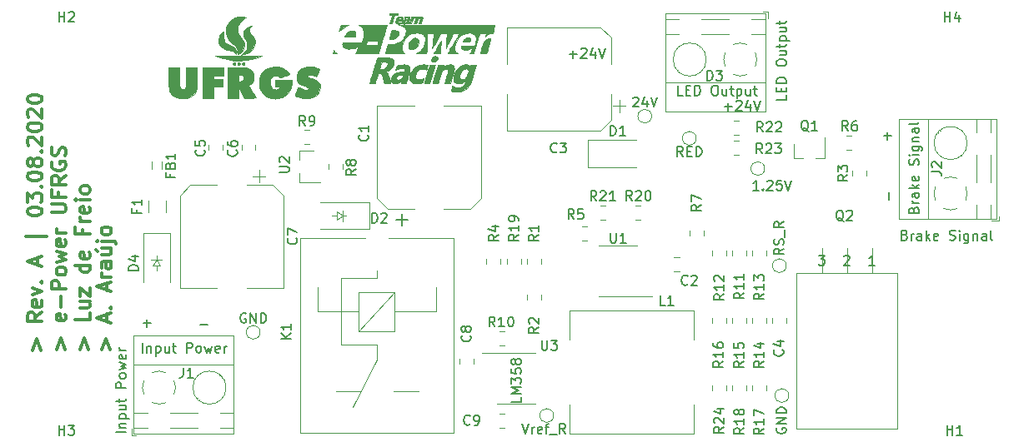
<source format=gbr>
G04 #@! TF.GenerationSoftware,KiCad,Pcbnew,(5.1.5)-3*
G04 #@! TF.CreationDate,2020-09-18T03:21:52-03:00*
G04 #@! TF.ProjectId,Luz de Freio,4c757a20-6465-4204-9672-65696f2e6b69,rev?*
G04 #@! TF.SameCoordinates,Original*
G04 #@! TF.FileFunction,Legend,Top*
G04 #@! TF.FilePolarity,Positive*
%FSLAX46Y46*%
G04 Gerber Fmt 4.6, Leading zero omitted, Abs format (unit mm)*
G04 Created by KiCad (PCBNEW (5.1.5)-3) date 2020-09-18 03:21:52*
%MOMM*%
%LPD*%
G04 APERTURE LIST*
%ADD10C,0.150000*%
%ADD11C,0.300000*%
%ADD12C,0.120000*%
%ADD13C,0.100000*%
%ADD14C,0.010000*%
G04 APERTURE END LIST*
D10*
X211502666Y-119594380D02*
X212121714Y-119594380D01*
X211788380Y-119975333D01*
X211931238Y-119975333D01*
X212026476Y-120022952D01*
X212074095Y-120070571D01*
X212121714Y-120165809D01*
X212121714Y-120403904D01*
X212074095Y-120499142D01*
X212026476Y-120546761D01*
X211931238Y-120594380D01*
X211645523Y-120594380D01*
X211550285Y-120546761D01*
X211502666Y-120499142D01*
X214090285Y-119689619D02*
X214137904Y-119642000D01*
X214233142Y-119594380D01*
X214471238Y-119594380D01*
X214566476Y-119642000D01*
X214614095Y-119689619D01*
X214661714Y-119784857D01*
X214661714Y-119880095D01*
X214614095Y-120022952D01*
X214042666Y-120594380D01*
X214661714Y-120594380D01*
X217201714Y-120594380D02*
X216630285Y-120594380D01*
X216916000Y-120594380D02*
X216916000Y-119594380D01*
X216820761Y-119737238D01*
X216725523Y-119832476D01*
X216630285Y-119880095D01*
X218622571Y-113157047D02*
X218622571Y-113918952D01*
X218511428Y-107822952D02*
X218511428Y-107061047D01*
X218892380Y-107442000D02*
X218130476Y-107442000D01*
X149478952Y-126674571D02*
X148717047Y-126674571D01*
X143327428Y-126872952D02*
X143327428Y-126111047D01*
X143708380Y-126492000D02*
X142946476Y-126492000D01*
X142827904Y-129493380D02*
X142827904Y-128493380D01*
X143304095Y-128826714D02*
X143304095Y-129493380D01*
X143304095Y-128921952D02*
X143351714Y-128874333D01*
X143446952Y-128826714D01*
X143589809Y-128826714D01*
X143685047Y-128874333D01*
X143732666Y-128969571D01*
X143732666Y-129493380D01*
X144208857Y-128826714D02*
X144208857Y-129826714D01*
X144208857Y-128874333D02*
X144304095Y-128826714D01*
X144494571Y-128826714D01*
X144589809Y-128874333D01*
X144637428Y-128921952D01*
X144685047Y-129017190D01*
X144685047Y-129302904D01*
X144637428Y-129398142D01*
X144589809Y-129445761D01*
X144494571Y-129493380D01*
X144304095Y-129493380D01*
X144208857Y-129445761D01*
X145542190Y-128826714D02*
X145542190Y-129493380D01*
X145113619Y-128826714D02*
X145113619Y-129350523D01*
X145161238Y-129445761D01*
X145256476Y-129493380D01*
X145399333Y-129493380D01*
X145494571Y-129445761D01*
X145542190Y-129398142D01*
X145875523Y-128826714D02*
X146256476Y-128826714D01*
X146018380Y-128493380D02*
X146018380Y-129350523D01*
X146066000Y-129445761D01*
X146161238Y-129493380D01*
X146256476Y-129493380D01*
X147351714Y-129493380D02*
X147351714Y-128493380D01*
X147732666Y-128493380D01*
X147827904Y-128541000D01*
X147875523Y-128588619D01*
X147923142Y-128683857D01*
X147923142Y-128826714D01*
X147875523Y-128921952D01*
X147827904Y-128969571D01*
X147732666Y-129017190D01*
X147351714Y-129017190D01*
X148494571Y-129493380D02*
X148399333Y-129445761D01*
X148351714Y-129398142D01*
X148304095Y-129302904D01*
X148304095Y-129017190D01*
X148351714Y-128921952D01*
X148399333Y-128874333D01*
X148494571Y-128826714D01*
X148637428Y-128826714D01*
X148732666Y-128874333D01*
X148780285Y-128921952D01*
X148827904Y-129017190D01*
X148827904Y-129302904D01*
X148780285Y-129398142D01*
X148732666Y-129445761D01*
X148637428Y-129493380D01*
X148494571Y-129493380D01*
X149161238Y-128826714D02*
X149351714Y-129493380D01*
X149542190Y-129017190D01*
X149732666Y-129493380D01*
X149923142Y-128826714D01*
X150685047Y-129445761D02*
X150589809Y-129493380D01*
X150399333Y-129493380D01*
X150304095Y-129445761D01*
X150256476Y-129350523D01*
X150256476Y-128969571D01*
X150304095Y-128874333D01*
X150399333Y-128826714D01*
X150589809Y-128826714D01*
X150685047Y-128874333D01*
X150732666Y-128969571D01*
X150732666Y-129064809D01*
X150256476Y-129160047D01*
X151161238Y-129493380D02*
X151161238Y-128826714D01*
X151161238Y-129017190D02*
X151208857Y-128921952D01*
X151256476Y-128874333D01*
X151351714Y-128826714D01*
X151446952Y-128826714D01*
D11*
X134103571Y-129172857D02*
X134532142Y-128030000D01*
X134960714Y-129172857D01*
X135032142Y-125601428D02*
X135103571Y-125744285D01*
X135103571Y-126030000D01*
X135032142Y-126172857D01*
X134889285Y-126244285D01*
X134317857Y-126244285D01*
X134175000Y-126172857D01*
X134103571Y-126030000D01*
X134103571Y-125744285D01*
X134175000Y-125601428D01*
X134317857Y-125530000D01*
X134460714Y-125530000D01*
X134603571Y-126244285D01*
X134532142Y-124887142D02*
X134532142Y-123744285D01*
X135103571Y-123030000D02*
X133603571Y-123030000D01*
X133603571Y-122458571D01*
X133675000Y-122315714D01*
X133746428Y-122244285D01*
X133889285Y-122172857D01*
X134103571Y-122172857D01*
X134246428Y-122244285D01*
X134317857Y-122315714D01*
X134389285Y-122458571D01*
X134389285Y-123030000D01*
X135103571Y-121315714D02*
X135032142Y-121458571D01*
X134960714Y-121530000D01*
X134817857Y-121601428D01*
X134389285Y-121601428D01*
X134246428Y-121530000D01*
X134175000Y-121458571D01*
X134103571Y-121315714D01*
X134103571Y-121101428D01*
X134175000Y-120958571D01*
X134246428Y-120887142D01*
X134389285Y-120815714D01*
X134817857Y-120815714D01*
X134960714Y-120887142D01*
X135032142Y-120958571D01*
X135103571Y-121101428D01*
X135103571Y-121315714D01*
X134103571Y-120315714D02*
X135103571Y-120030000D01*
X134389285Y-119744285D01*
X135103571Y-119458571D01*
X134103571Y-119172857D01*
X135032142Y-118030000D02*
X135103571Y-118172857D01*
X135103571Y-118458571D01*
X135032142Y-118601428D01*
X134889285Y-118672857D01*
X134317857Y-118672857D01*
X134175000Y-118601428D01*
X134103571Y-118458571D01*
X134103571Y-118172857D01*
X134175000Y-118030000D01*
X134317857Y-117958571D01*
X134460714Y-117958571D01*
X134603571Y-118672857D01*
X135103571Y-117315714D02*
X134103571Y-117315714D01*
X134389285Y-117315714D02*
X134246428Y-117244285D01*
X134175000Y-117172857D01*
X134103571Y-117030000D01*
X134103571Y-116887142D01*
X133603571Y-115244285D02*
X134817857Y-115244285D01*
X134960714Y-115172857D01*
X135032142Y-115101428D01*
X135103571Y-114958571D01*
X135103571Y-114672857D01*
X135032142Y-114530000D01*
X134960714Y-114458571D01*
X134817857Y-114387142D01*
X133603571Y-114387142D01*
X134317857Y-113172857D02*
X134317857Y-113672857D01*
X135103571Y-113672857D02*
X133603571Y-113672857D01*
X133603571Y-112958571D01*
X135103571Y-111530000D02*
X134389285Y-112030000D01*
X135103571Y-112387142D02*
X133603571Y-112387142D01*
X133603571Y-111815714D01*
X133675000Y-111672857D01*
X133746428Y-111601428D01*
X133889285Y-111530000D01*
X134103571Y-111530000D01*
X134246428Y-111601428D01*
X134317857Y-111672857D01*
X134389285Y-111815714D01*
X134389285Y-112387142D01*
X133675000Y-110101428D02*
X133603571Y-110244285D01*
X133603571Y-110458571D01*
X133675000Y-110672857D01*
X133817857Y-110815714D01*
X133960714Y-110887142D01*
X134246428Y-110958571D01*
X134460714Y-110958571D01*
X134746428Y-110887142D01*
X134889285Y-110815714D01*
X135032142Y-110672857D01*
X135103571Y-110458571D01*
X135103571Y-110315714D01*
X135032142Y-110101428D01*
X134960714Y-110030000D01*
X134460714Y-110030000D01*
X134460714Y-110315714D01*
X135032142Y-109458571D02*
X135103571Y-109244285D01*
X135103571Y-108887142D01*
X135032142Y-108744285D01*
X134960714Y-108672857D01*
X134817857Y-108601428D01*
X134675000Y-108601428D01*
X134532142Y-108672857D01*
X134460714Y-108744285D01*
X134389285Y-108887142D01*
X134317857Y-109172857D01*
X134246428Y-109315714D01*
X134175000Y-109387142D01*
X134032142Y-109458571D01*
X133889285Y-109458571D01*
X133746428Y-109387142D01*
X133675000Y-109315714D01*
X133603571Y-109172857D01*
X133603571Y-108815714D01*
X133675000Y-108601428D01*
X131654571Y-129269571D02*
X132083142Y-128126714D01*
X132511714Y-129269571D01*
X132654571Y-125412428D02*
X131940285Y-125912428D01*
X132654571Y-126269571D02*
X131154571Y-126269571D01*
X131154571Y-125698142D01*
X131226000Y-125555285D01*
X131297428Y-125483856D01*
X131440285Y-125412428D01*
X131654571Y-125412428D01*
X131797428Y-125483856D01*
X131868857Y-125555285D01*
X131940285Y-125698142D01*
X131940285Y-126269571D01*
X132583142Y-124198142D02*
X132654571Y-124340999D01*
X132654571Y-124626714D01*
X132583142Y-124769571D01*
X132440285Y-124840999D01*
X131868857Y-124840999D01*
X131726000Y-124769571D01*
X131654571Y-124626714D01*
X131654571Y-124340999D01*
X131726000Y-124198142D01*
X131868857Y-124126714D01*
X132011714Y-124126714D01*
X132154571Y-124840999D01*
X131654571Y-123626714D02*
X132654571Y-123269571D01*
X131654571Y-122912428D01*
X132511714Y-122340999D02*
X132583142Y-122269571D01*
X132654571Y-122340999D01*
X132583142Y-122412428D01*
X132511714Y-122340999D01*
X132654571Y-122340999D01*
X132226000Y-120555285D02*
X132226000Y-119840999D01*
X132654571Y-120698142D02*
X131154571Y-120198142D01*
X132654571Y-119698142D01*
X133154571Y-117698142D02*
X131011714Y-117698142D01*
X131154571Y-115198142D02*
X131154571Y-115055285D01*
X131226000Y-114912428D01*
X131297428Y-114840999D01*
X131440285Y-114769571D01*
X131726000Y-114698142D01*
X132083142Y-114698142D01*
X132368857Y-114769571D01*
X132511714Y-114840999D01*
X132583142Y-114912428D01*
X132654571Y-115055285D01*
X132654571Y-115198142D01*
X132583142Y-115340999D01*
X132511714Y-115412428D01*
X132368857Y-115483856D01*
X132083142Y-115555285D01*
X131726000Y-115555285D01*
X131440285Y-115483856D01*
X131297428Y-115412428D01*
X131226000Y-115340999D01*
X131154571Y-115198142D01*
X131154571Y-114198142D02*
X131154571Y-113269571D01*
X131726000Y-113769571D01*
X131726000Y-113555285D01*
X131797428Y-113412428D01*
X131868857Y-113340999D01*
X132011714Y-113269571D01*
X132368857Y-113269571D01*
X132511714Y-113340999D01*
X132583142Y-113412428D01*
X132654571Y-113555285D01*
X132654571Y-113983856D01*
X132583142Y-114126714D01*
X132511714Y-114198142D01*
X132511714Y-112626714D02*
X132583142Y-112555285D01*
X132654571Y-112626714D01*
X132583142Y-112698142D01*
X132511714Y-112626714D01*
X132654571Y-112626714D01*
X131154571Y-111626714D02*
X131154571Y-111483856D01*
X131226000Y-111340999D01*
X131297428Y-111269571D01*
X131440285Y-111198142D01*
X131726000Y-111126714D01*
X132083142Y-111126714D01*
X132368857Y-111198142D01*
X132511714Y-111269571D01*
X132583142Y-111340999D01*
X132654571Y-111483856D01*
X132654571Y-111626714D01*
X132583142Y-111769571D01*
X132511714Y-111840999D01*
X132368857Y-111912428D01*
X132083142Y-111983856D01*
X131726000Y-111983856D01*
X131440285Y-111912428D01*
X131297428Y-111840999D01*
X131226000Y-111769571D01*
X131154571Y-111626714D01*
X131797428Y-110269571D02*
X131726000Y-110412428D01*
X131654571Y-110483856D01*
X131511714Y-110555285D01*
X131440285Y-110555285D01*
X131297428Y-110483856D01*
X131226000Y-110412428D01*
X131154571Y-110269571D01*
X131154571Y-109983856D01*
X131226000Y-109840999D01*
X131297428Y-109769571D01*
X131440285Y-109698142D01*
X131511714Y-109698142D01*
X131654571Y-109769571D01*
X131726000Y-109840999D01*
X131797428Y-109983856D01*
X131797428Y-110269571D01*
X131868857Y-110412428D01*
X131940285Y-110483856D01*
X132083142Y-110555285D01*
X132368857Y-110555285D01*
X132511714Y-110483856D01*
X132583142Y-110412428D01*
X132654571Y-110269571D01*
X132654571Y-109983856D01*
X132583142Y-109840999D01*
X132511714Y-109769571D01*
X132368857Y-109698142D01*
X132083142Y-109698142D01*
X131940285Y-109769571D01*
X131868857Y-109840999D01*
X131797428Y-109983856D01*
X132511714Y-109055285D02*
X132583142Y-108983856D01*
X132654571Y-109055285D01*
X132583142Y-109126714D01*
X132511714Y-109055285D01*
X132654571Y-109055285D01*
X131297428Y-108412428D02*
X131226000Y-108340999D01*
X131154571Y-108198142D01*
X131154571Y-107840999D01*
X131226000Y-107698142D01*
X131297428Y-107626714D01*
X131440285Y-107555285D01*
X131583142Y-107555285D01*
X131797428Y-107626714D01*
X132654571Y-108483856D01*
X132654571Y-107555285D01*
X131154571Y-106626714D02*
X131154571Y-106483856D01*
X131226000Y-106340999D01*
X131297428Y-106269571D01*
X131440285Y-106198142D01*
X131726000Y-106126714D01*
X132083142Y-106126714D01*
X132368857Y-106198142D01*
X132511714Y-106269571D01*
X132583142Y-106340999D01*
X132654571Y-106483856D01*
X132654571Y-106626714D01*
X132583142Y-106769571D01*
X132511714Y-106840999D01*
X132368857Y-106912428D01*
X132083142Y-106983856D01*
X131726000Y-106983856D01*
X131440285Y-106912428D01*
X131297428Y-106840999D01*
X131226000Y-106769571D01*
X131154571Y-106626714D01*
X131297428Y-105555285D02*
X131226000Y-105483856D01*
X131154571Y-105340999D01*
X131154571Y-104983856D01*
X131226000Y-104840999D01*
X131297428Y-104769571D01*
X131440285Y-104698142D01*
X131583142Y-104698142D01*
X131797428Y-104769571D01*
X132654571Y-105626714D01*
X132654571Y-104698142D01*
X131154571Y-103769571D02*
X131154571Y-103626714D01*
X131226000Y-103483856D01*
X131297428Y-103412428D01*
X131440285Y-103340999D01*
X131726000Y-103269571D01*
X132083142Y-103269571D01*
X132368857Y-103340999D01*
X132511714Y-103412428D01*
X132583142Y-103483856D01*
X132654571Y-103626714D01*
X132654571Y-103769571D01*
X132583142Y-103912428D01*
X132511714Y-103983856D01*
X132368857Y-104055285D01*
X132083142Y-104126714D01*
X131726000Y-104126714D01*
X131440285Y-104055285D01*
X131297428Y-103983856D01*
X131226000Y-103912428D01*
X131154571Y-103769571D01*
X136528571Y-129172857D02*
X136957142Y-128030000D01*
X137385714Y-129172857D01*
X137528571Y-125458571D02*
X137528571Y-126172857D01*
X136028571Y-126172857D01*
X136528571Y-124315714D02*
X137528571Y-124315714D01*
X136528571Y-124958571D02*
X137314285Y-124958571D01*
X137457142Y-124887142D01*
X137528571Y-124744285D01*
X137528571Y-124530000D01*
X137457142Y-124387142D01*
X137385714Y-124315714D01*
X136528571Y-123744285D02*
X136528571Y-122958571D01*
X137528571Y-123744285D01*
X137528571Y-122958571D01*
X137528571Y-120601428D02*
X136028571Y-120601428D01*
X137457142Y-120601428D02*
X137528571Y-120744285D01*
X137528571Y-121030000D01*
X137457142Y-121172857D01*
X137385714Y-121244285D01*
X137242857Y-121315714D01*
X136814285Y-121315714D01*
X136671428Y-121244285D01*
X136600000Y-121172857D01*
X136528571Y-121030000D01*
X136528571Y-120744285D01*
X136600000Y-120601428D01*
X137457142Y-119315714D02*
X137528571Y-119458571D01*
X137528571Y-119744285D01*
X137457142Y-119887142D01*
X137314285Y-119958571D01*
X136742857Y-119958571D01*
X136600000Y-119887142D01*
X136528571Y-119744285D01*
X136528571Y-119458571D01*
X136600000Y-119315714D01*
X136742857Y-119244285D01*
X136885714Y-119244285D01*
X137028571Y-119958571D01*
X136742857Y-116958571D02*
X136742857Y-117458571D01*
X137528571Y-117458571D02*
X136028571Y-117458571D01*
X136028571Y-116744285D01*
X137528571Y-116172857D02*
X136528571Y-116172857D01*
X136814285Y-116172857D02*
X136671428Y-116101428D01*
X136600000Y-116030000D01*
X136528571Y-115887142D01*
X136528571Y-115744285D01*
X137457142Y-114672857D02*
X137528571Y-114815714D01*
X137528571Y-115101428D01*
X137457142Y-115244285D01*
X137314285Y-115315714D01*
X136742857Y-115315714D01*
X136600000Y-115244285D01*
X136528571Y-115101428D01*
X136528571Y-114815714D01*
X136600000Y-114672857D01*
X136742857Y-114601428D01*
X136885714Y-114601428D01*
X137028571Y-115315714D01*
X137528571Y-113958571D02*
X136528571Y-113958571D01*
X136028571Y-113958571D02*
X136100000Y-114030000D01*
X136171428Y-113958571D01*
X136100000Y-113887142D01*
X136028571Y-113958571D01*
X136171428Y-113958571D01*
X137528571Y-113030000D02*
X137457142Y-113172857D01*
X137385714Y-113244285D01*
X137242857Y-113315714D01*
X136814285Y-113315714D01*
X136671428Y-113244285D01*
X136600000Y-113172857D01*
X136528571Y-113030000D01*
X136528571Y-112815714D01*
X136600000Y-112672857D01*
X136671428Y-112601428D01*
X136814285Y-112530000D01*
X137242857Y-112530000D01*
X137385714Y-112601428D01*
X137457142Y-112672857D01*
X137528571Y-112815714D01*
X137528571Y-113030000D01*
X138678571Y-129222857D02*
X139107142Y-128080000D01*
X139535714Y-129222857D01*
X139250000Y-126294285D02*
X139250000Y-125580000D01*
X139678571Y-126437142D02*
X138178571Y-125937142D01*
X139678571Y-125437142D01*
X139535714Y-124937142D02*
X139607142Y-124865714D01*
X139678571Y-124937142D01*
X139607142Y-125008571D01*
X139535714Y-124937142D01*
X139678571Y-124937142D01*
X139250000Y-123151428D02*
X139250000Y-122437142D01*
X139678571Y-123294285D02*
X138178571Y-122794285D01*
X139678571Y-122294285D01*
X139678571Y-121794285D02*
X138678571Y-121794285D01*
X138964285Y-121794285D02*
X138821428Y-121722857D01*
X138750000Y-121651428D01*
X138678571Y-121508571D01*
X138678571Y-121365714D01*
X139678571Y-120222857D02*
X138892857Y-120222857D01*
X138750000Y-120294285D01*
X138678571Y-120437142D01*
X138678571Y-120722857D01*
X138750000Y-120865714D01*
X139607142Y-120222857D02*
X139678571Y-120365714D01*
X139678571Y-120722857D01*
X139607142Y-120865714D01*
X139464285Y-120937142D01*
X139321428Y-120937142D01*
X139178571Y-120865714D01*
X139107142Y-120722857D01*
X139107142Y-120365714D01*
X139035714Y-120222857D01*
X138678571Y-118865714D02*
X139678571Y-118865714D01*
X138678571Y-119508571D02*
X139464285Y-119508571D01*
X139607142Y-119437142D01*
X139678571Y-119294285D01*
X139678571Y-119080000D01*
X139607142Y-118937142D01*
X139535714Y-118865714D01*
X138107142Y-119008571D02*
X138321428Y-119222857D01*
X138678571Y-118151428D02*
X139964285Y-118151428D01*
X140107142Y-118222857D01*
X140178571Y-118365714D01*
X140178571Y-118437142D01*
X138178571Y-118151428D02*
X138250000Y-118222857D01*
X138321428Y-118151428D01*
X138250000Y-118080000D01*
X138178571Y-118151428D01*
X138321428Y-118151428D01*
X139678571Y-117222857D02*
X139607142Y-117365714D01*
X139535714Y-117437142D01*
X139392857Y-117508571D01*
X138964285Y-117508571D01*
X138821428Y-117437142D01*
X138750000Y-117365714D01*
X138678571Y-117222857D01*
X138678571Y-117008571D01*
X138750000Y-116865714D01*
X138821428Y-116794285D01*
X138964285Y-116722857D01*
X139392857Y-116722857D01*
X139535714Y-116794285D01*
X139607142Y-116865714D01*
X139678571Y-117008571D01*
X139678571Y-117222857D01*
D10*
X141177380Y-137588095D02*
X140177380Y-137588095D01*
X140510714Y-137111904D02*
X141177380Y-137111904D01*
X140605952Y-137111904D02*
X140558333Y-137064285D01*
X140510714Y-136969047D01*
X140510714Y-136826190D01*
X140558333Y-136730952D01*
X140653571Y-136683333D01*
X141177380Y-136683333D01*
X140510714Y-136207142D02*
X141510714Y-136207142D01*
X140558333Y-136207142D02*
X140510714Y-136111904D01*
X140510714Y-135921428D01*
X140558333Y-135826190D01*
X140605952Y-135778571D01*
X140701190Y-135730952D01*
X140986904Y-135730952D01*
X141082142Y-135778571D01*
X141129761Y-135826190D01*
X141177380Y-135921428D01*
X141177380Y-136111904D01*
X141129761Y-136207142D01*
X140510714Y-134873809D02*
X141177380Y-134873809D01*
X140510714Y-135302380D02*
X141034523Y-135302380D01*
X141129761Y-135254761D01*
X141177380Y-135159523D01*
X141177380Y-135016666D01*
X141129761Y-134921428D01*
X141082142Y-134873809D01*
X140510714Y-134540476D02*
X140510714Y-134159523D01*
X140177380Y-134397619D02*
X141034523Y-134397619D01*
X141129761Y-134350000D01*
X141177380Y-134254761D01*
X141177380Y-134159523D01*
X141177380Y-133064285D02*
X140177380Y-133064285D01*
X140177380Y-132683333D01*
X140225000Y-132588095D01*
X140272619Y-132540476D01*
X140367857Y-132492857D01*
X140510714Y-132492857D01*
X140605952Y-132540476D01*
X140653571Y-132588095D01*
X140701190Y-132683333D01*
X140701190Y-133064285D01*
X141177380Y-131921428D02*
X141129761Y-132016666D01*
X141082142Y-132064285D01*
X140986904Y-132111904D01*
X140701190Y-132111904D01*
X140605952Y-132064285D01*
X140558333Y-132016666D01*
X140510714Y-131921428D01*
X140510714Y-131778571D01*
X140558333Y-131683333D01*
X140605952Y-131635714D01*
X140701190Y-131588095D01*
X140986904Y-131588095D01*
X141082142Y-131635714D01*
X141129761Y-131683333D01*
X141177380Y-131778571D01*
X141177380Y-131921428D01*
X140510714Y-131254761D02*
X141177380Y-131064285D01*
X140701190Y-130873809D01*
X141177380Y-130683333D01*
X140510714Y-130492857D01*
X141129761Y-129730952D02*
X141177380Y-129826190D01*
X141177380Y-130016666D01*
X141129761Y-130111904D01*
X141034523Y-130159523D01*
X140653571Y-130159523D01*
X140558333Y-130111904D01*
X140510714Y-130016666D01*
X140510714Y-129826190D01*
X140558333Y-129730952D01*
X140653571Y-129683333D01*
X140748809Y-129683333D01*
X140844047Y-130159523D01*
X141177380Y-129254761D02*
X140510714Y-129254761D01*
X140701190Y-129254761D02*
X140605952Y-129207142D01*
X140558333Y-129159523D01*
X140510714Y-129064285D01*
X140510714Y-128969047D01*
X208224380Y-103298190D02*
X208224380Y-103774380D01*
X207224380Y-103774380D01*
X207700571Y-102964857D02*
X207700571Y-102631523D01*
X208224380Y-102488666D02*
X208224380Y-102964857D01*
X207224380Y-102964857D01*
X207224380Y-102488666D01*
X208224380Y-102060095D02*
X207224380Y-102060095D01*
X207224380Y-101822000D01*
X207272000Y-101679142D01*
X207367238Y-101583904D01*
X207462476Y-101536285D01*
X207652952Y-101488666D01*
X207795809Y-101488666D01*
X207986285Y-101536285D01*
X208081523Y-101583904D01*
X208176761Y-101679142D01*
X208224380Y-101822000D01*
X208224380Y-102060095D01*
X207224380Y-100107714D02*
X207224380Y-99917238D01*
X207272000Y-99822000D01*
X207367238Y-99726761D01*
X207557714Y-99679142D01*
X207891047Y-99679142D01*
X208081523Y-99726761D01*
X208176761Y-99822000D01*
X208224380Y-99917238D01*
X208224380Y-100107714D01*
X208176761Y-100202952D01*
X208081523Y-100298190D01*
X207891047Y-100345809D01*
X207557714Y-100345809D01*
X207367238Y-100298190D01*
X207272000Y-100202952D01*
X207224380Y-100107714D01*
X207557714Y-98822000D02*
X208224380Y-98822000D01*
X207557714Y-99250571D02*
X208081523Y-99250571D01*
X208176761Y-99202952D01*
X208224380Y-99107714D01*
X208224380Y-98964857D01*
X208176761Y-98869619D01*
X208129142Y-98822000D01*
X207557714Y-98488666D02*
X207557714Y-98107714D01*
X207224380Y-98345809D02*
X208081523Y-98345809D01*
X208176761Y-98298190D01*
X208224380Y-98202952D01*
X208224380Y-98107714D01*
X207557714Y-97774380D02*
X208557714Y-97774380D01*
X207605333Y-97774380D02*
X207557714Y-97679142D01*
X207557714Y-97488666D01*
X207605333Y-97393428D01*
X207652952Y-97345809D01*
X207748190Y-97298190D01*
X208033904Y-97298190D01*
X208129142Y-97345809D01*
X208176761Y-97393428D01*
X208224380Y-97488666D01*
X208224380Y-97679142D01*
X208176761Y-97774380D01*
X207557714Y-96441047D02*
X208224380Y-96441047D01*
X207557714Y-96869619D02*
X208081523Y-96869619D01*
X208176761Y-96822000D01*
X208224380Y-96726761D01*
X208224380Y-96583904D01*
X208176761Y-96488666D01*
X208129142Y-96441047D01*
X207557714Y-96107714D02*
X207557714Y-95726761D01*
X207224380Y-95964857D02*
X208081523Y-95964857D01*
X208176761Y-95917238D01*
X208224380Y-95822000D01*
X208224380Y-95726761D01*
X221162571Y-114982095D02*
X221210190Y-114839238D01*
X221257809Y-114791619D01*
X221353047Y-114744000D01*
X221495904Y-114744000D01*
X221591142Y-114791619D01*
X221638761Y-114839238D01*
X221686380Y-114934476D01*
X221686380Y-115315428D01*
X220686380Y-115315428D01*
X220686380Y-114982095D01*
X220734000Y-114886857D01*
X220781619Y-114839238D01*
X220876857Y-114791619D01*
X220972095Y-114791619D01*
X221067333Y-114839238D01*
X221114952Y-114886857D01*
X221162571Y-114982095D01*
X221162571Y-115315428D01*
X221686380Y-114315428D02*
X221019714Y-114315428D01*
X221210190Y-114315428D02*
X221114952Y-114267809D01*
X221067333Y-114220190D01*
X221019714Y-114124952D01*
X221019714Y-114029714D01*
X221686380Y-113267809D02*
X221162571Y-113267809D01*
X221067333Y-113315428D01*
X221019714Y-113410666D01*
X221019714Y-113601142D01*
X221067333Y-113696380D01*
X221638761Y-113267809D02*
X221686380Y-113363047D01*
X221686380Y-113601142D01*
X221638761Y-113696380D01*
X221543523Y-113744000D01*
X221448285Y-113744000D01*
X221353047Y-113696380D01*
X221305428Y-113601142D01*
X221305428Y-113363047D01*
X221257809Y-113267809D01*
X221686380Y-112791619D02*
X220686380Y-112791619D01*
X221305428Y-112696380D02*
X221686380Y-112410666D01*
X221019714Y-112410666D02*
X221400666Y-112791619D01*
X221638761Y-111601142D02*
X221686380Y-111696380D01*
X221686380Y-111886857D01*
X221638761Y-111982095D01*
X221543523Y-112029714D01*
X221162571Y-112029714D01*
X221067333Y-111982095D01*
X221019714Y-111886857D01*
X221019714Y-111696380D01*
X221067333Y-111601142D01*
X221162571Y-111553523D01*
X221257809Y-111553523D01*
X221353047Y-112029714D01*
X221638761Y-110410666D02*
X221686380Y-110267809D01*
X221686380Y-110029714D01*
X221638761Y-109934476D01*
X221591142Y-109886857D01*
X221495904Y-109839238D01*
X221400666Y-109839238D01*
X221305428Y-109886857D01*
X221257809Y-109934476D01*
X221210190Y-110029714D01*
X221162571Y-110220190D01*
X221114952Y-110315428D01*
X221067333Y-110363047D01*
X220972095Y-110410666D01*
X220876857Y-110410666D01*
X220781619Y-110363047D01*
X220734000Y-110315428D01*
X220686380Y-110220190D01*
X220686380Y-109982095D01*
X220734000Y-109839238D01*
X221686380Y-109410666D02*
X221019714Y-109410666D01*
X220686380Y-109410666D02*
X220734000Y-109458285D01*
X220781619Y-109410666D01*
X220734000Y-109363047D01*
X220686380Y-109410666D01*
X220781619Y-109410666D01*
X221019714Y-108505904D02*
X221829238Y-108505904D01*
X221924476Y-108553523D01*
X221972095Y-108601142D01*
X222019714Y-108696380D01*
X222019714Y-108839238D01*
X221972095Y-108934476D01*
X221638761Y-108505904D02*
X221686380Y-108601142D01*
X221686380Y-108791619D01*
X221638761Y-108886857D01*
X221591142Y-108934476D01*
X221495904Y-108982095D01*
X221210190Y-108982095D01*
X221114952Y-108934476D01*
X221067333Y-108886857D01*
X221019714Y-108791619D01*
X221019714Y-108601142D01*
X221067333Y-108505904D01*
X221019714Y-108029714D02*
X221686380Y-108029714D01*
X221114952Y-108029714D02*
X221067333Y-107982095D01*
X221019714Y-107886857D01*
X221019714Y-107744000D01*
X221067333Y-107648761D01*
X221162571Y-107601142D01*
X221686380Y-107601142D01*
X221686380Y-106696380D02*
X221162571Y-106696380D01*
X221067333Y-106744000D01*
X221019714Y-106839238D01*
X221019714Y-107029714D01*
X221067333Y-107124952D01*
X221638761Y-106696380D02*
X221686380Y-106791619D01*
X221686380Y-107029714D01*
X221638761Y-107124952D01*
X221543523Y-107172571D01*
X221448285Y-107172571D01*
X221353047Y-107124952D01*
X221305428Y-107029714D01*
X221305428Y-106791619D01*
X221257809Y-106696380D01*
X221686380Y-106077333D02*
X221638761Y-106172571D01*
X221543523Y-106220190D01*
X220686380Y-106220190D01*
X186198095Y-99131428D02*
X186960000Y-99131428D01*
X186579047Y-99512380D02*
X186579047Y-98750476D01*
X187388571Y-98607619D02*
X187436190Y-98560000D01*
X187531428Y-98512380D01*
X187769523Y-98512380D01*
X187864761Y-98560000D01*
X187912380Y-98607619D01*
X187960000Y-98702857D01*
X187960000Y-98798095D01*
X187912380Y-98940952D01*
X187340952Y-99512380D01*
X187960000Y-99512380D01*
X188817142Y-98845714D02*
X188817142Y-99512380D01*
X188579047Y-98464761D02*
X188340952Y-99179047D01*
X188960000Y-99179047D01*
X189198095Y-98512380D02*
X189531428Y-99512380D01*
X189864761Y-98512380D01*
X201946095Y-104465428D02*
X202708000Y-104465428D01*
X202327047Y-104846380D02*
X202327047Y-104084476D01*
X203136571Y-103941619D02*
X203184190Y-103894000D01*
X203279428Y-103846380D01*
X203517523Y-103846380D01*
X203612761Y-103894000D01*
X203660380Y-103941619D01*
X203708000Y-104036857D01*
X203708000Y-104132095D01*
X203660380Y-104274952D01*
X203088952Y-104846380D01*
X203708000Y-104846380D01*
X204565142Y-104179714D02*
X204565142Y-104846380D01*
X204327047Y-103798761D02*
X204088952Y-104513047D01*
X204708000Y-104513047D01*
X204946095Y-103846380D02*
X205279428Y-104846380D01*
X205612761Y-103846380D01*
X197691809Y-103322380D02*
X197215619Y-103322380D01*
X197215619Y-102322380D01*
X198025142Y-102798571D02*
X198358476Y-102798571D01*
X198501333Y-103322380D02*
X198025142Y-103322380D01*
X198025142Y-102322380D01*
X198501333Y-102322380D01*
X198929904Y-103322380D02*
X198929904Y-102322380D01*
X199168000Y-102322380D01*
X199310857Y-102370000D01*
X199406095Y-102465238D01*
X199453714Y-102560476D01*
X199501333Y-102750952D01*
X199501333Y-102893809D01*
X199453714Y-103084285D01*
X199406095Y-103179523D01*
X199310857Y-103274761D01*
X199168000Y-103322380D01*
X198929904Y-103322380D01*
X200882285Y-102322380D02*
X201072761Y-102322380D01*
X201168000Y-102370000D01*
X201263238Y-102465238D01*
X201310857Y-102655714D01*
X201310857Y-102989047D01*
X201263238Y-103179523D01*
X201168000Y-103274761D01*
X201072761Y-103322380D01*
X200882285Y-103322380D01*
X200787047Y-103274761D01*
X200691809Y-103179523D01*
X200644190Y-102989047D01*
X200644190Y-102655714D01*
X200691809Y-102465238D01*
X200787047Y-102370000D01*
X200882285Y-102322380D01*
X202168000Y-102655714D02*
X202168000Y-103322380D01*
X201739428Y-102655714D02*
X201739428Y-103179523D01*
X201787047Y-103274761D01*
X201882285Y-103322380D01*
X202025142Y-103322380D01*
X202120380Y-103274761D01*
X202168000Y-103227142D01*
X202501333Y-102655714D02*
X202882285Y-102655714D01*
X202644190Y-102322380D02*
X202644190Y-103179523D01*
X202691809Y-103274761D01*
X202787047Y-103322380D01*
X202882285Y-103322380D01*
X203215619Y-102655714D02*
X203215619Y-103655714D01*
X203215619Y-102703333D02*
X203310857Y-102655714D01*
X203501333Y-102655714D01*
X203596571Y-102703333D01*
X203644190Y-102750952D01*
X203691809Y-102846190D01*
X203691809Y-103131904D01*
X203644190Y-103227142D01*
X203596571Y-103274761D01*
X203501333Y-103322380D01*
X203310857Y-103322380D01*
X203215619Y-103274761D01*
X204548952Y-102655714D02*
X204548952Y-103322380D01*
X204120380Y-102655714D02*
X204120380Y-103179523D01*
X204168000Y-103274761D01*
X204263238Y-103322380D01*
X204406095Y-103322380D01*
X204501333Y-103274761D01*
X204548952Y-103227142D01*
X204882285Y-102655714D02*
X205263238Y-102655714D01*
X205025142Y-102322380D02*
X205025142Y-103179523D01*
X205072761Y-103274761D01*
X205168000Y-103322380D01*
X205263238Y-103322380D01*
X220236904Y-117530571D02*
X220379761Y-117578190D01*
X220427380Y-117625809D01*
X220475000Y-117721047D01*
X220475000Y-117863904D01*
X220427380Y-117959142D01*
X220379761Y-118006761D01*
X220284523Y-118054380D01*
X219903571Y-118054380D01*
X219903571Y-117054380D01*
X220236904Y-117054380D01*
X220332142Y-117102000D01*
X220379761Y-117149619D01*
X220427380Y-117244857D01*
X220427380Y-117340095D01*
X220379761Y-117435333D01*
X220332142Y-117482952D01*
X220236904Y-117530571D01*
X219903571Y-117530571D01*
X220903571Y-118054380D02*
X220903571Y-117387714D01*
X220903571Y-117578190D02*
X220951190Y-117482952D01*
X220998809Y-117435333D01*
X221094047Y-117387714D01*
X221189285Y-117387714D01*
X221951190Y-118054380D02*
X221951190Y-117530571D01*
X221903571Y-117435333D01*
X221808333Y-117387714D01*
X221617857Y-117387714D01*
X221522619Y-117435333D01*
X221951190Y-118006761D02*
X221855952Y-118054380D01*
X221617857Y-118054380D01*
X221522619Y-118006761D01*
X221475000Y-117911523D01*
X221475000Y-117816285D01*
X221522619Y-117721047D01*
X221617857Y-117673428D01*
X221855952Y-117673428D01*
X221951190Y-117625809D01*
X222427380Y-118054380D02*
X222427380Y-117054380D01*
X222522619Y-117673428D02*
X222808333Y-118054380D01*
X222808333Y-117387714D02*
X222427380Y-117768666D01*
X223617857Y-118006761D02*
X223522619Y-118054380D01*
X223332142Y-118054380D01*
X223236904Y-118006761D01*
X223189285Y-117911523D01*
X223189285Y-117530571D01*
X223236904Y-117435333D01*
X223332142Y-117387714D01*
X223522619Y-117387714D01*
X223617857Y-117435333D01*
X223665476Y-117530571D01*
X223665476Y-117625809D01*
X223189285Y-117721047D01*
X224808333Y-118006761D02*
X224951190Y-118054380D01*
X225189285Y-118054380D01*
X225284523Y-118006761D01*
X225332142Y-117959142D01*
X225379761Y-117863904D01*
X225379761Y-117768666D01*
X225332142Y-117673428D01*
X225284523Y-117625809D01*
X225189285Y-117578190D01*
X224998809Y-117530571D01*
X224903571Y-117482952D01*
X224855952Y-117435333D01*
X224808333Y-117340095D01*
X224808333Y-117244857D01*
X224855952Y-117149619D01*
X224903571Y-117102000D01*
X224998809Y-117054380D01*
X225236904Y-117054380D01*
X225379761Y-117102000D01*
X225808333Y-118054380D02*
X225808333Y-117387714D01*
X225808333Y-117054380D02*
X225760714Y-117102000D01*
X225808333Y-117149619D01*
X225855952Y-117102000D01*
X225808333Y-117054380D01*
X225808333Y-117149619D01*
X226713095Y-117387714D02*
X226713095Y-118197238D01*
X226665476Y-118292476D01*
X226617857Y-118340095D01*
X226522619Y-118387714D01*
X226379761Y-118387714D01*
X226284523Y-118340095D01*
X226713095Y-118006761D02*
X226617857Y-118054380D01*
X226427380Y-118054380D01*
X226332142Y-118006761D01*
X226284523Y-117959142D01*
X226236904Y-117863904D01*
X226236904Y-117578190D01*
X226284523Y-117482952D01*
X226332142Y-117435333D01*
X226427380Y-117387714D01*
X226617857Y-117387714D01*
X226713095Y-117435333D01*
X227189285Y-117387714D02*
X227189285Y-118054380D01*
X227189285Y-117482952D02*
X227236904Y-117435333D01*
X227332142Y-117387714D01*
X227475000Y-117387714D01*
X227570238Y-117435333D01*
X227617857Y-117530571D01*
X227617857Y-118054380D01*
X228522619Y-118054380D02*
X228522619Y-117530571D01*
X228475000Y-117435333D01*
X228379761Y-117387714D01*
X228189285Y-117387714D01*
X228094047Y-117435333D01*
X228522619Y-118006761D02*
X228427380Y-118054380D01*
X228189285Y-118054380D01*
X228094047Y-118006761D01*
X228046428Y-117911523D01*
X228046428Y-117816285D01*
X228094047Y-117721047D01*
X228189285Y-117673428D01*
X228427380Y-117673428D01*
X228522619Y-117625809D01*
X229141666Y-118054380D02*
X229046428Y-118006761D01*
X228998809Y-117911523D01*
X228998809Y-117054380D01*
D12*
X228964000Y-107077000D02*
X228964000Y-105807000D01*
X228964000Y-112177000D02*
X228964000Y-109363000D01*
X228964000Y-115860000D02*
X228964000Y-114443000D01*
X227500000Y-107077000D02*
X227500000Y-105807000D01*
X227500000Y-112177000D02*
X227500000Y-109363000D01*
X229800000Y-116100000D02*
X229800000Y-115600000D01*
X229060000Y-116100000D02*
X229800000Y-116100000D01*
X225923000Y-109400000D02*
X225969000Y-109447000D01*
X223625000Y-107103000D02*
X223661000Y-107138000D01*
X226139000Y-109207000D02*
X226174000Y-109242000D01*
X223831000Y-106898000D02*
X223877000Y-106945000D01*
X219639000Y-105740000D02*
X229560000Y-105740000D01*
X219639000Y-115860000D02*
X229560000Y-115860000D01*
X229560000Y-115860000D02*
X229560000Y-105740000D01*
X219639000Y-115860000D02*
X219639000Y-105740000D01*
X222599000Y-115860000D02*
X222599000Y-105740000D01*
X227500000Y-115860000D02*
X227500000Y-114443000D01*
X226580000Y-108173000D02*
G75*
G03X226580000Y-108173000I-1680000J0D01*
G01*
X226580253Y-113271195D02*
G75*
G02X226435000Y-113984000I-1680253J-28805D01*
G01*
X225583042Y-114835426D02*
G75*
G02X224216000Y-114835000I-683042J1535426D01*
G01*
X223364574Y-113983042D02*
G75*
G02X223365000Y-112616000I1535426J683042D01*
G01*
X224216958Y-111764574D02*
G75*
G02X225584000Y-111765000I683042J-1535426D01*
G01*
X226434756Y-112616682D02*
G75*
G02X226580000Y-113300000I-1534756J-683318D01*
G01*
X150748000Y-137114000D02*
X152018000Y-137114000D01*
X145648000Y-137114000D02*
X148462000Y-137114000D01*
X141965000Y-137114000D02*
X143382000Y-137114000D01*
X150748000Y-135650000D02*
X152018000Y-135650000D01*
X145648000Y-135650000D02*
X148462000Y-135650000D01*
X141725000Y-137950000D02*
X142225000Y-137950000D01*
X141725000Y-137210000D02*
X141725000Y-137950000D01*
X148425000Y-134073000D02*
X148378000Y-134119000D01*
X150722000Y-131775000D02*
X150687000Y-131811000D01*
X148618000Y-134289000D02*
X148583000Y-134324000D01*
X150927000Y-131981000D02*
X150880000Y-132027000D01*
X152085000Y-127789000D02*
X152085000Y-137710000D01*
X141965000Y-127789000D02*
X141965000Y-137710000D01*
X141965000Y-137710000D02*
X152085000Y-137710000D01*
X141965000Y-127789000D02*
X152085000Y-127789000D01*
X141965000Y-130749000D02*
X152085000Y-130749000D01*
X141965000Y-135650000D02*
X143382000Y-135650000D01*
X151332000Y-133050000D02*
G75*
G03X151332000Y-133050000I-1680000J0D01*
G01*
X144553805Y-134730253D02*
G75*
G02X143841000Y-134585000I-28805J1680253D01*
G01*
X142989574Y-133733042D02*
G75*
G02X142990000Y-132366000I1535426J683042D01*
G01*
X143841958Y-131514574D02*
G75*
G02X145209000Y-131515000I683042J-1535426D01*
G01*
X146060426Y-132366958D02*
G75*
G02X146060000Y-133734000I-1535426J-683042D01*
G01*
X145208318Y-134584756D02*
G75*
G02X144525000Y-134730000I-683318J1534756D01*
G01*
X197319000Y-95612000D02*
X196049000Y-95612000D01*
X202419000Y-95612000D02*
X199605000Y-95612000D01*
X206102000Y-95612000D02*
X204685000Y-95612000D01*
X197319000Y-97076000D02*
X196049000Y-97076000D01*
X202419000Y-97076000D02*
X199605000Y-97076000D01*
X206342000Y-94776000D02*
X205842000Y-94776000D01*
X206342000Y-95516000D02*
X206342000Y-94776000D01*
X199642000Y-98653000D02*
X199689000Y-98607000D01*
X197345000Y-100951000D02*
X197380000Y-100915000D01*
X199449000Y-98437000D02*
X199484000Y-98402000D01*
X197140000Y-100745000D02*
X197187000Y-100699000D01*
X195982000Y-104937000D02*
X195982000Y-95016000D01*
X206102000Y-104937000D02*
X206102000Y-95016000D01*
X206102000Y-95016000D02*
X195982000Y-95016000D01*
X206102000Y-104937000D02*
X195982000Y-104937000D01*
X206102000Y-101977000D02*
X195982000Y-101977000D01*
X206102000Y-97076000D02*
X204685000Y-97076000D01*
X200095000Y-99676000D02*
G75*
G03X200095000Y-99676000I-1680000J0D01*
G01*
X203513195Y-97995747D02*
G75*
G02X204226000Y-98141000I28805J-1680253D01*
G01*
X205077426Y-98992958D02*
G75*
G02X205077000Y-100360000I-1535426J-683042D01*
G01*
X204225042Y-101211426D02*
G75*
G02X202858000Y-101211000I-683042J1535426D01*
G01*
X202006574Y-100359042D02*
G75*
G02X202007000Y-98992000I1535426J683042D01*
G01*
X202858682Y-98141244D02*
G75*
G02X203542000Y-97996000I683318J-1534756D01*
G01*
X208472000Y-133858000D02*
G75*
G03X208472000Y-133858000I-700000J0D01*
G01*
X208218000Y-120650000D02*
G75*
G03X208218000Y-120650000I-700000J0D01*
G01*
X184596000Y-135890000D02*
G75*
G03X184596000Y-135890000I-700000J0D01*
G01*
X199074000Y-107696000D02*
G75*
G03X199074000Y-107696000I-700000J0D01*
G01*
X202132000Y-133366252D02*
X202132000Y-132843748D01*
X200712000Y-133366252D02*
X200712000Y-132843748D01*
X198426000Y-117086748D02*
X198426000Y-117609252D01*
X199846000Y-117086748D02*
X199846000Y-117609252D01*
X208986000Y-109726000D02*
X208986000Y-108266000D01*
X212146000Y-109726000D02*
X212146000Y-107566000D01*
X212146000Y-109726000D02*
X211216000Y-109726000D01*
X208986000Y-109726000D02*
X209916000Y-109726000D01*
X198850000Y-125175000D02*
X198850000Y-128175000D01*
X186250000Y-125175000D02*
X198850000Y-125175000D01*
X186250000Y-128175000D02*
X186250000Y-125175000D01*
X186250000Y-137775000D02*
X186250000Y-134775000D01*
X198850000Y-137775000D02*
X186250000Y-137775000D01*
X198850000Y-134775000D02*
X198850000Y-137775000D01*
X143814800Y-110083600D02*
X143812800Y-110845600D01*
X144830800Y-110083600D02*
X144830800Y-110845600D01*
D13*
X144272000Y-120046000D02*
X144672000Y-120646000D01*
X144272000Y-120046000D02*
X144822000Y-120046000D01*
X144272000Y-120646000D02*
X144272000Y-121146000D01*
X143872000Y-120646000D02*
X144272000Y-120046000D01*
X144672000Y-120646000D02*
X143872000Y-120646000D01*
X144272000Y-120046000D02*
X143722000Y-120046000D01*
X144272000Y-119646000D02*
X144272000Y-120046000D01*
D12*
X145632000Y-117348000D02*
X142912000Y-117348000D01*
X142912000Y-117348000D02*
X142912000Y-122296000D01*
X145632000Y-117348000D02*
X145632000Y-122296000D01*
D13*
X163164000Y-115570000D02*
X162564000Y-115970000D01*
X163164000Y-115570000D02*
X163164000Y-116120000D01*
X162564000Y-115570000D02*
X162064000Y-115570000D01*
X162564000Y-115170000D02*
X163164000Y-115570000D01*
X162564000Y-115970000D02*
X162564000Y-115170000D01*
X163164000Y-115570000D02*
X163164000Y-115020000D01*
X163564000Y-115570000D02*
X163164000Y-115570000D01*
D12*
X165862000Y-116930000D02*
X165862000Y-114210000D01*
X165862000Y-114210000D02*
X160914000Y-114210000D01*
X165862000Y-116930000D02*
X160914000Y-116930000D01*
X179585252Y-135688000D02*
X179062748Y-135688000D01*
X179585252Y-137108000D02*
X179062748Y-137108000D01*
X175058000Y-130121922D02*
X175058000Y-130639078D01*
X176478000Y-130121922D02*
X176478000Y-130639078D01*
X191125000Y-118640000D02*
X189175000Y-118640000D01*
X191125000Y-118640000D02*
X193075000Y-118640000D01*
X191125000Y-123760000D02*
X189175000Y-123760000D01*
X191125000Y-123760000D02*
X194575000Y-123760000D01*
X216356000Y-111513252D02*
X216356000Y-110990748D01*
X214936000Y-111513252D02*
X214936000Y-110990748D01*
X214317948Y-108863200D02*
X214840452Y-108863200D01*
X214317948Y-107443200D02*
X214840452Y-107443200D01*
X159276148Y-108291700D02*
X159798652Y-108291700D01*
X159276148Y-106871700D02*
X159798652Y-106871700D01*
X179063748Y-128757000D02*
X179586252Y-128757000D01*
X179063748Y-127337000D02*
X179586252Y-127337000D01*
X181291000Y-120508578D02*
X181291000Y-119991422D01*
X179871000Y-120508578D02*
X179871000Y-119991422D01*
X193408578Y-114565000D02*
X192891422Y-114565000D01*
X193408578Y-115985000D02*
X192891422Y-115985000D01*
X189858578Y-114565000D02*
X189341422Y-114565000D01*
X189858578Y-115985000D02*
X189341422Y-115985000D01*
X202891422Y-107360000D02*
X203408578Y-107360000D01*
X202891422Y-105940000D02*
X203408578Y-105940000D01*
X203433578Y-107965000D02*
X202916422Y-107965000D01*
X203433578Y-109385000D02*
X202916422Y-109385000D01*
X187466422Y-118060000D02*
X187983578Y-118060000D01*
X187466422Y-116640000D02*
X187983578Y-116640000D01*
X183341000Y-124108578D02*
X183341000Y-123591422D01*
X181921000Y-124108578D02*
X181921000Y-123591422D01*
X183352500Y-120496878D02*
X183352500Y-119979722D01*
X181932500Y-120496878D02*
X181932500Y-119979722D01*
D10*
X168565000Y-115979000D02*
X169815000Y-115979000D01*
X169190000Y-116604000D02*
X169190000Y-115354000D01*
D12*
X176145563Y-114860000D02*
X177210000Y-113795563D01*
X167754437Y-114860000D02*
X166690000Y-113795563D01*
X167754437Y-114860000D02*
X170440000Y-114860000D01*
X176145563Y-114860000D02*
X173460000Y-114860000D01*
X177210000Y-113795563D02*
X177210000Y-104340000D01*
X166690000Y-113795563D02*
X166690000Y-104340000D01*
X166690000Y-104340000D02*
X170440000Y-104340000D01*
X177210000Y-104340000D02*
X173460000Y-104340000D01*
X206025000Y-110775000D02*
G75*
G03X206025000Y-110775000I-700000J0D01*
G01*
X154800000Y-127425000D02*
G75*
G03X154800000Y-127425000I-700000J0D01*
G01*
X194550000Y-105450000D02*
G75*
G03X194550000Y-105450000I-700000J0D01*
G01*
X179191000Y-120508578D02*
X179191000Y-119991422D01*
X177771000Y-120508578D02*
X177771000Y-119991422D01*
D14*
G36*
X152893193Y-95320059D02*
G01*
X153060339Y-95333620D01*
X153201991Y-95354930D01*
X153297504Y-95380996D01*
X153327000Y-95405094D01*
X153293307Y-95441396D01*
X153209144Y-95496814D01*
X153175201Y-95515829D01*
X153015042Y-95629488D01*
X152847893Y-95792318D01*
X152696495Y-95977953D01*
X152583591Y-96160029D01*
X152548325Y-96242538D01*
X152487403Y-96492948D01*
X152486927Y-96726305D01*
X152550643Y-96957295D01*
X152682299Y-97200603D01*
X152850909Y-97428672D01*
X153047793Y-97719268D01*
X153163223Y-98003499D01*
X153196915Y-98278470D01*
X153148586Y-98541283D01*
X153017953Y-98789043D01*
X152987823Y-98829097D01*
X152905018Y-98915701D01*
X152795653Y-99007633D01*
X152685163Y-99085895D01*
X152598980Y-99131491D01*
X152576467Y-99136333D01*
X152556428Y-99098062D01*
X152542161Y-98999470D01*
X152537789Y-98906705D01*
X152517890Y-98716374D01*
X152458438Y-98543637D01*
X152350993Y-98376658D01*
X152187115Y-98203600D01*
X151958363Y-98012626D01*
X151833177Y-97918545D01*
X151659652Y-97746415D01*
X151511079Y-97513925D01*
X151396042Y-97243788D01*
X151323128Y-96958712D01*
X151300919Y-96681409D01*
X151313074Y-96542636D01*
X151396314Y-96271880D01*
X151549178Y-96011494D01*
X151756664Y-95774531D01*
X152003772Y-95574048D01*
X152275499Y-95423097D01*
X152556845Y-95334733D01*
X152721201Y-95317243D01*
X152893193Y-95320059D01*
G37*
X152893193Y-95320059D02*
X153060339Y-95333620D01*
X153201991Y-95354930D01*
X153297504Y-95380996D01*
X153327000Y-95405094D01*
X153293307Y-95441396D01*
X153209144Y-95496814D01*
X153175201Y-95515829D01*
X153015042Y-95629488D01*
X152847893Y-95792318D01*
X152696495Y-95977953D01*
X152583591Y-96160029D01*
X152548325Y-96242538D01*
X152487403Y-96492948D01*
X152486927Y-96726305D01*
X152550643Y-96957295D01*
X152682299Y-97200603D01*
X152850909Y-97428672D01*
X153047793Y-97719268D01*
X153163223Y-98003499D01*
X153196915Y-98278470D01*
X153148586Y-98541283D01*
X153017953Y-98789043D01*
X152987823Y-98829097D01*
X152905018Y-98915701D01*
X152795653Y-99007633D01*
X152685163Y-99085895D01*
X152598980Y-99131491D01*
X152576467Y-99136333D01*
X152556428Y-99098062D01*
X152542161Y-98999470D01*
X152537789Y-98906705D01*
X152517890Y-98716374D01*
X152458438Y-98543637D01*
X152350993Y-98376658D01*
X152187115Y-98203600D01*
X151958363Y-98012626D01*
X151833177Y-97918545D01*
X151659652Y-97746415D01*
X151511079Y-97513925D01*
X151396042Y-97243788D01*
X151323128Y-96958712D01*
X151300919Y-96681409D01*
X151313074Y-96542636D01*
X151396314Y-96271880D01*
X151549178Y-96011494D01*
X151756664Y-95774531D01*
X152003772Y-95574048D01*
X152275499Y-95423097D01*
X152556845Y-95334733D01*
X152721201Y-95317243D01*
X152893193Y-95320059D01*
G36*
X151085116Y-96847107D02*
G01*
X151091873Y-96952010D01*
X151092152Y-97103934D01*
X151089568Y-97192650D01*
X151090732Y-97484997D01*
X151125119Y-97710341D01*
X151200590Y-97882458D01*
X151325007Y-98015125D01*
X151506232Y-98122117D01*
X151654834Y-98183175D01*
X151956188Y-98321527D01*
X152180540Y-98485341D01*
X152326414Y-98672873D01*
X152392336Y-98882380D01*
X152388755Y-99050679D01*
X152376221Y-99106658D01*
X152351097Y-99110135D01*
X152295712Y-99056322D01*
X152259274Y-99015594D01*
X152122794Y-98888808D01*
X151967272Y-98806202D01*
X151767307Y-98756539D01*
X151636011Y-98739870D01*
X151316973Y-98674483D01*
X151044577Y-98543614D01*
X150850627Y-98387278D01*
X150684290Y-98179455D01*
X150593795Y-97948699D01*
X150577562Y-97687424D01*
X150634013Y-97388043D01*
X150639012Y-97370937D01*
X150691387Y-97249031D01*
X150774151Y-97112052D01*
X150871602Y-96980382D01*
X150968038Y-96874403D01*
X151047758Y-96814497D01*
X151072703Y-96807978D01*
X151085116Y-96847107D01*
G37*
X151085116Y-96847107D02*
X151091873Y-96952010D01*
X151092152Y-97103934D01*
X151089568Y-97192650D01*
X151090732Y-97484997D01*
X151125119Y-97710341D01*
X151200590Y-97882458D01*
X151325007Y-98015125D01*
X151506232Y-98122117D01*
X151654834Y-98183175D01*
X151956188Y-98321527D01*
X152180540Y-98485341D01*
X152326414Y-98672873D01*
X152392336Y-98882380D01*
X152388755Y-99050679D01*
X152376221Y-99106658D01*
X152351097Y-99110135D01*
X152295712Y-99056322D01*
X152259274Y-99015594D01*
X152122794Y-98888808D01*
X151967272Y-98806202D01*
X151767307Y-98756539D01*
X151636011Y-98739870D01*
X151316973Y-98674483D01*
X151044577Y-98543614D01*
X150850627Y-98387278D01*
X150684290Y-98179455D01*
X150593795Y-97948699D01*
X150577562Y-97687424D01*
X150634013Y-97388043D01*
X150639012Y-97370937D01*
X150691387Y-97249031D01*
X150774151Y-97112052D01*
X150871602Y-96980382D01*
X150968038Y-96874403D01*
X151047758Y-96814497D01*
X151072703Y-96807978D01*
X151085116Y-96847107D01*
G36*
X153946562Y-96265460D02*
G01*
X153929104Y-96291084D01*
X153868185Y-96331227D01*
X153733858Y-96455452D01*
X153675428Y-96610093D01*
X153692490Y-96788872D01*
X153784640Y-96985509D01*
X153921677Y-97161973D01*
X154095677Y-97376659D01*
X154202883Y-97573128D01*
X154252382Y-97770723D01*
X154258334Y-97878456D01*
X154218130Y-98186320D01*
X154103788Y-98470117D01*
X153924711Y-98719544D01*
X153690300Y-98924296D01*
X153409958Y-99074068D01*
X153093087Y-99158555D01*
X153089908Y-99159015D01*
X152882500Y-99188782D01*
X153056854Y-99060488D01*
X153278838Y-98852810D01*
X153422209Y-98613885D01*
X153487416Y-98342753D01*
X153487595Y-98142531D01*
X153464783Y-98000697D01*
X153414134Y-97861063D01*
X153324491Y-97696226D01*
X153271080Y-97610617D01*
X153171250Y-97447804D01*
X153111559Y-97326631D01*
X153082159Y-97220404D01*
X153073205Y-97102426D01*
X153073000Y-97073573D01*
X153084566Y-96918680D01*
X153113994Y-96779791D01*
X153134338Y-96727515D01*
X153266808Y-96550246D01*
X153453588Y-96402113D01*
X153667827Y-96299576D01*
X153882673Y-96259099D01*
X153898500Y-96259029D01*
X153946562Y-96265460D01*
G37*
X153946562Y-96265460D02*
X153929104Y-96291084D01*
X153868185Y-96331227D01*
X153733858Y-96455452D01*
X153675428Y-96610093D01*
X153692490Y-96788872D01*
X153784640Y-96985509D01*
X153921677Y-97161973D01*
X154095677Y-97376659D01*
X154202883Y-97573128D01*
X154252382Y-97770723D01*
X154258334Y-97878456D01*
X154218130Y-98186320D01*
X154103788Y-98470117D01*
X153924711Y-98719544D01*
X153690300Y-98924296D01*
X153409958Y-99074068D01*
X153093087Y-99158555D01*
X153089908Y-99159015D01*
X152882500Y-99188782D01*
X153056854Y-99060488D01*
X153278838Y-98852810D01*
X153422209Y-98613885D01*
X153487416Y-98342753D01*
X153487595Y-98142531D01*
X153464783Y-98000697D01*
X153414134Y-97861063D01*
X153324491Y-97696226D01*
X153271080Y-97610617D01*
X153171250Y-97447804D01*
X153111559Y-97326631D01*
X153082159Y-97220404D01*
X153073205Y-97102426D01*
X153073000Y-97073573D01*
X153084566Y-96918680D01*
X153113994Y-96779791D01*
X153134338Y-96727515D01*
X153266808Y-96550246D01*
X153453588Y-96402113D01*
X153667827Y-96299576D01*
X153882673Y-96259099D01*
X153898500Y-96259029D01*
X153946562Y-96265460D01*
G36*
X152628500Y-99312856D02*
G01*
X154999167Y-99313744D01*
X154575145Y-99454772D01*
X153943610Y-99631051D01*
X153306821Y-99743953D01*
X152682443Y-99791219D01*
X152097207Y-99771460D01*
X151802573Y-99731508D01*
X151461058Y-99665678D01*
X151103742Y-99581113D01*
X150761703Y-99484958D01*
X150554167Y-99416761D01*
X150257834Y-99311968D01*
X152628500Y-99312856D01*
G37*
X152628500Y-99312856D02*
X154999167Y-99313744D01*
X154575145Y-99454772D01*
X153943610Y-99631051D01*
X153306821Y-99743953D01*
X152682443Y-99791219D01*
X152097207Y-99771460D01*
X151802573Y-99731508D01*
X151461058Y-99665678D01*
X151103742Y-99581113D01*
X150761703Y-99484958D01*
X150554167Y-99416761D01*
X150257834Y-99311968D01*
X152628500Y-99312856D01*
G36*
X153184304Y-99972388D02*
G01*
X153217310Y-100022051D01*
X153221167Y-100088833D01*
X153208264Y-100181661D01*
X153153407Y-100220860D01*
X153104509Y-100229251D01*
X153000940Y-100217945D01*
X152963346Y-100178807D01*
X152946536Y-100059450D01*
X152998362Y-99984142D01*
X153094747Y-99961833D01*
X153184304Y-99972388D01*
G37*
X153184304Y-99972388D02*
X153217310Y-100022051D01*
X153221167Y-100088833D01*
X153208264Y-100181661D01*
X153153407Y-100220860D01*
X153104509Y-100229251D01*
X153000940Y-100217945D01*
X152963346Y-100178807D01*
X152946536Y-100059450D01*
X152998362Y-99984142D01*
X153094747Y-99961833D01*
X153184304Y-99972388D01*
G36*
X152718637Y-99972388D02*
G01*
X152751643Y-100022051D01*
X152755500Y-100088833D01*
X152742598Y-100181661D01*
X152687741Y-100220860D01*
X152638843Y-100229251D01*
X152535273Y-100217945D01*
X152497679Y-100178807D01*
X152480869Y-100059450D01*
X152532695Y-99984142D01*
X152629080Y-99961833D01*
X152718637Y-99972388D01*
G37*
X152718637Y-99972388D02*
X152751643Y-100022051D01*
X152755500Y-100088833D01*
X152742598Y-100181661D01*
X152687741Y-100220860D01*
X152638843Y-100229251D01*
X152535273Y-100217945D01*
X152497679Y-100178807D01*
X152480869Y-100059450D01*
X152532695Y-99984142D01*
X152629080Y-99961833D01*
X152718637Y-99972388D01*
G36*
X152186372Y-99947229D02*
G01*
X152261857Y-99975363D01*
X152288380Y-100048073D01*
X152289834Y-100088833D01*
X152276770Y-100181870D01*
X152222012Y-100221060D01*
X152176264Y-100228953D01*
X152067443Y-100212906D01*
X152019154Y-100160718D01*
X152002970Y-100059873D01*
X152052859Y-99980183D01*
X152150264Y-99945340D01*
X152186372Y-99947229D01*
G37*
X152186372Y-99947229D02*
X152261857Y-99975363D01*
X152288380Y-100048073D01*
X152289834Y-100088833D01*
X152276770Y-100181870D01*
X152222012Y-100221060D01*
X152176264Y-100228953D01*
X152067443Y-100212906D01*
X152019154Y-100160718D01*
X152002970Y-100059873D01*
X152052859Y-99980183D01*
X152150264Y-99945340D01*
X152186372Y-99947229D01*
G36*
X152342750Y-100449169D02*
G01*
X152706132Y-100452405D01*
X152997691Y-100463024D01*
X153230105Y-100483112D01*
X153416053Y-100514761D01*
X153568213Y-100560057D01*
X153699263Y-100621091D01*
X153809021Y-100690768D01*
X153933070Y-100802165D01*
X154039141Y-100936356D01*
X154061966Y-100975605D01*
X154131785Y-101176237D01*
X154165383Y-101416664D01*
X154159348Y-101658633D01*
X154134657Y-101790991D01*
X154058938Y-101961096D01*
X153939162Y-102111937D01*
X153797673Y-102219505D01*
X153702607Y-102255262D01*
X153616165Y-102277550D01*
X153581000Y-102296340D01*
X153603010Y-102335473D01*
X153664049Y-102433580D01*
X153756628Y-102578891D01*
X153873258Y-102759636D01*
X153983167Y-102928445D01*
X154114126Y-103129850D01*
X154227248Y-103305787D01*
X154315040Y-103444439D01*
X154370008Y-103533989D01*
X154385334Y-103562562D01*
X154345503Y-103569252D01*
X154236022Y-103574885D01*
X154071903Y-103578998D01*
X153868159Y-103581121D01*
X153782084Y-103581310D01*
X153178834Y-103581287D01*
X152628500Y-102558487D01*
X152604728Y-103581333D01*
X151506667Y-103581333D01*
X151506667Y-101888000D01*
X152607334Y-101888000D01*
X152737117Y-101888000D01*
X152864233Y-101871830D01*
X152959367Y-101839329D01*
X153056009Y-101772558D01*
X153102295Y-101685498D01*
X153114677Y-101547003D01*
X153114685Y-101545311D01*
X153083821Y-101392063D01*
X152987199Y-101287891D01*
X152821063Y-101229173D01*
X152779953Y-101222671D01*
X152607334Y-101199518D01*
X152607334Y-101888000D01*
X151506667Y-101888000D01*
X151506667Y-100448666D01*
X152342750Y-100449169D01*
G37*
X152342750Y-100449169D02*
X152706132Y-100452405D01*
X152997691Y-100463024D01*
X153230105Y-100483112D01*
X153416053Y-100514761D01*
X153568213Y-100560057D01*
X153699263Y-100621091D01*
X153809021Y-100690768D01*
X153933070Y-100802165D01*
X154039141Y-100936356D01*
X154061966Y-100975605D01*
X154131785Y-101176237D01*
X154165383Y-101416664D01*
X154159348Y-101658633D01*
X154134657Y-101790991D01*
X154058938Y-101961096D01*
X153939162Y-102111937D01*
X153797673Y-102219505D01*
X153702607Y-102255262D01*
X153616165Y-102277550D01*
X153581000Y-102296340D01*
X153603010Y-102335473D01*
X153664049Y-102433580D01*
X153756628Y-102578891D01*
X153873258Y-102759636D01*
X153983167Y-102928445D01*
X154114126Y-103129850D01*
X154227248Y-103305787D01*
X154315040Y-103444439D01*
X154370008Y-103533989D01*
X154385334Y-103562562D01*
X154345503Y-103569252D01*
X154236022Y-103574885D01*
X154071903Y-103578998D01*
X153868159Y-103581121D01*
X153782084Y-103581310D01*
X153178834Y-103581287D01*
X152628500Y-102558487D01*
X152604728Y-103581333D01*
X151506667Y-103581333D01*
X151506667Y-101888000D01*
X152607334Y-101888000D01*
X152737117Y-101888000D01*
X152864233Y-101871830D01*
X152959367Y-101839329D01*
X153056009Y-101772558D01*
X153102295Y-101685498D01*
X153114677Y-101547003D01*
X153114685Y-101545311D01*
X153083821Y-101392063D01*
X152987199Y-101287891D01*
X152821063Y-101229173D01*
X152779953Y-101222671D01*
X152607334Y-101199518D01*
X152607334Y-101888000D01*
X151506667Y-101888000D01*
X151506667Y-100448666D01*
X152342750Y-100449169D01*
G36*
X151041000Y-101295333D02*
G01*
X150067334Y-101295333D01*
X150067334Y-101676333D01*
X150956334Y-101676333D01*
X150956334Y-102438333D01*
X150067334Y-102438333D01*
X150067334Y-103581333D01*
X148966667Y-103581333D01*
X148966667Y-100448666D01*
X151041000Y-100448666D01*
X151041000Y-101295333D01*
G37*
X151041000Y-101295333D02*
X150067334Y-101295333D01*
X150067334Y-101676333D01*
X150956334Y-101676333D01*
X150956334Y-102438333D01*
X150067334Y-102438333D01*
X150067334Y-103581333D01*
X148966667Y-103581333D01*
X148966667Y-100448666D01*
X151041000Y-100448666D01*
X151041000Y-101295333D01*
G36*
X160058842Y-100399842D02*
G01*
X160219763Y-100434557D01*
X160392943Y-100481990D01*
X160558929Y-100535447D01*
X160698270Y-100588234D01*
X160791512Y-100633658D01*
X160820000Y-100661773D01*
X160804723Y-100715227D01*
X160764745Y-100821255D01*
X160708846Y-100959212D01*
X160645805Y-101108450D01*
X160584403Y-101248325D01*
X160533418Y-101358189D01*
X160501631Y-101417395D01*
X160496580Y-101422333D01*
X160450968Y-101404809D01*
X160357750Y-101360630D01*
X160310449Y-101336875D01*
X160124118Y-101261808D01*
X159945443Y-101224677D01*
X159789557Y-101224279D01*
X159671595Y-101259405D01*
X159606691Y-101328852D01*
X159600348Y-101393447D01*
X159616309Y-101437639D01*
X159658335Y-101477302D01*
X159738190Y-101517443D01*
X159867643Y-101563071D01*
X160058459Y-101619193D01*
X160259785Y-101674097D01*
X160449695Y-101757706D01*
X160631245Y-101892991D01*
X160771513Y-102053808D01*
X160800996Y-102103848D01*
X160858979Y-102297296D01*
X160864083Y-102528527D01*
X160821539Y-102773748D01*
X160736576Y-103009162D01*
X160614424Y-103210975D01*
X160539604Y-103293189D01*
X160337732Y-103435249D01*
X160080022Y-103546951D01*
X159792011Y-103621327D01*
X159499232Y-103651408D01*
X159274834Y-103638330D01*
X159102784Y-103603147D01*
X158903967Y-103547565D01*
X158702054Y-103479917D01*
X158520720Y-103408536D01*
X158383637Y-103341756D01*
X158330996Y-103306098D01*
X158339977Y-103264875D01*
X158375014Y-103166531D01*
X158427752Y-103031304D01*
X158489837Y-102879433D01*
X158552915Y-102731153D01*
X158608631Y-102606705D01*
X158648632Y-102526325D01*
X158659990Y-102509130D01*
X158710931Y-102510129D01*
X158811239Y-102547356D01*
X158926397Y-102605831D01*
X159127474Y-102699517D01*
X159321731Y-102754877D01*
X159490566Y-102769088D01*
X159615376Y-102739321D01*
X159647858Y-102715428D01*
X159714888Y-102624691D01*
X159713902Y-102548239D01*
X159640403Y-102481092D01*
X159489896Y-102418268D01*
X159340873Y-102375374D01*
X159067207Y-102292379D01*
X158863549Y-102198889D01*
X158715241Y-102084801D01*
X158607626Y-101940012D01*
X158556781Y-101834893D01*
X158500438Y-101597625D01*
X158510713Y-101338866D01*
X158582321Y-101081828D01*
X158709976Y-100849721D01*
X158806956Y-100736319D01*
X159019438Y-100579081D01*
X159285781Y-100463294D01*
X159582865Y-100395173D01*
X159887564Y-100380933D01*
X160058842Y-100399842D01*
G37*
X160058842Y-100399842D02*
X160219763Y-100434557D01*
X160392943Y-100481990D01*
X160558929Y-100535447D01*
X160698270Y-100588234D01*
X160791512Y-100633658D01*
X160820000Y-100661773D01*
X160804723Y-100715227D01*
X160764745Y-100821255D01*
X160708846Y-100959212D01*
X160645805Y-101108450D01*
X160584403Y-101248325D01*
X160533418Y-101358189D01*
X160501631Y-101417395D01*
X160496580Y-101422333D01*
X160450968Y-101404809D01*
X160357750Y-101360630D01*
X160310449Y-101336875D01*
X160124118Y-101261808D01*
X159945443Y-101224677D01*
X159789557Y-101224279D01*
X159671595Y-101259405D01*
X159606691Y-101328852D01*
X159600348Y-101393447D01*
X159616309Y-101437639D01*
X159658335Y-101477302D01*
X159738190Y-101517443D01*
X159867643Y-101563071D01*
X160058459Y-101619193D01*
X160259785Y-101674097D01*
X160449695Y-101757706D01*
X160631245Y-101892991D01*
X160771513Y-102053808D01*
X160800996Y-102103848D01*
X160858979Y-102297296D01*
X160864083Y-102528527D01*
X160821539Y-102773748D01*
X160736576Y-103009162D01*
X160614424Y-103210975D01*
X160539604Y-103293189D01*
X160337732Y-103435249D01*
X160080022Y-103546951D01*
X159792011Y-103621327D01*
X159499232Y-103651408D01*
X159274834Y-103638330D01*
X159102784Y-103603147D01*
X158903967Y-103547565D01*
X158702054Y-103479917D01*
X158520720Y-103408536D01*
X158383637Y-103341756D01*
X158330996Y-103306098D01*
X158339977Y-103264875D01*
X158375014Y-103166531D01*
X158427752Y-103031304D01*
X158489837Y-102879433D01*
X158552915Y-102731153D01*
X158608631Y-102606705D01*
X158648632Y-102526325D01*
X158659990Y-102509130D01*
X158710931Y-102510129D01*
X158811239Y-102547356D01*
X158926397Y-102605831D01*
X159127474Y-102699517D01*
X159321731Y-102754877D01*
X159490566Y-102769088D01*
X159615376Y-102739321D01*
X159647858Y-102715428D01*
X159714888Y-102624691D01*
X159713902Y-102548239D01*
X159640403Y-102481092D01*
X159489896Y-102418268D01*
X159340873Y-102375374D01*
X159067207Y-102292379D01*
X158863549Y-102198889D01*
X158715241Y-102084801D01*
X158607626Y-101940012D01*
X158556781Y-101834893D01*
X158500438Y-101597625D01*
X158510713Y-101338866D01*
X158582321Y-101081828D01*
X158709976Y-100849721D01*
X158806956Y-100736319D01*
X159019438Y-100579081D01*
X159285781Y-100463294D01*
X159582865Y-100395173D01*
X159887564Y-100380933D01*
X160058842Y-100399842D01*
G36*
X156562891Y-100396267D02*
G01*
X156924185Y-100481898D01*
X157118639Y-100561332D01*
X157233792Y-100630128D01*
X157368924Y-100731824D01*
X157507079Y-100850730D01*
X157631298Y-100971156D01*
X157724622Y-101077410D01*
X157770092Y-101153801D01*
X157772000Y-101165849D01*
X157734623Y-101192291D01*
X157632832Y-101239929D01*
X157482141Y-101302023D01*
X157298062Y-101371834D01*
X157296622Y-101372360D01*
X157095136Y-101445142D01*
X156957311Y-101491164D01*
X156867425Y-101513111D01*
X156809757Y-101513670D01*
X156768587Y-101495528D01*
X156735705Y-101468212D01*
X156547856Y-101340523D01*
X156359166Y-101297289D01*
X156170351Y-101338592D01*
X156074344Y-101392163D01*
X155939948Y-101508753D01*
X155855361Y-101653032D01*
X155812713Y-101843766D01*
X155803500Y-102038046D01*
X155818599Y-102265460D01*
X155870254Y-102432957D01*
X155968002Y-102560859D01*
X156091550Y-102651862D01*
X156246132Y-102714348D01*
X156409070Y-102729792D01*
X156560287Y-102703052D01*
X156679705Y-102638987D01*
X156747246Y-102542455D01*
X156755352Y-102491250D01*
X156718428Y-102456729D01*
X156604056Y-102440162D01*
X156523167Y-102438333D01*
X156290334Y-102438333D01*
X156290334Y-101716913D01*
X158004834Y-101739833D01*
X158020025Y-101845666D01*
X158020182Y-101968679D01*
X157999125Y-102143753D01*
X157962258Y-102342576D01*
X157914988Y-102536836D01*
X157862717Y-102698221D01*
X157852491Y-102723241D01*
X157752967Y-102895274D01*
X157603394Y-103083347D01*
X157427382Y-103261753D01*
X157248539Y-103404780D01*
X157196181Y-103437935D01*
X157049120Y-103504808D01*
X156853419Y-103568851D01*
X156642343Y-103621497D01*
X156449160Y-103654179D01*
X156332667Y-103660316D01*
X156230637Y-103651072D01*
X156085536Y-103632041D01*
X155994000Y-103617931D01*
X155654379Y-103520825D01*
X155347332Y-103351391D01*
X155084331Y-103119297D01*
X154876846Y-102834209D01*
X154759653Y-102577666D01*
X154696864Y-102302437D01*
X154681309Y-101992981D01*
X154711498Y-101681884D01*
X154785942Y-101401735D01*
X154816757Y-101328435D01*
X155005265Y-101018372D01*
X155248731Y-100765540D01*
X155536691Y-100573427D01*
X155858680Y-100445519D01*
X156204235Y-100385303D01*
X156562891Y-100396267D01*
G37*
X156562891Y-100396267D02*
X156924185Y-100481898D01*
X157118639Y-100561332D01*
X157233792Y-100630128D01*
X157368924Y-100731824D01*
X157507079Y-100850730D01*
X157631298Y-100971156D01*
X157724622Y-101077410D01*
X157770092Y-101153801D01*
X157772000Y-101165849D01*
X157734623Y-101192291D01*
X157632832Y-101239929D01*
X157482141Y-101302023D01*
X157298062Y-101371834D01*
X157296622Y-101372360D01*
X157095136Y-101445142D01*
X156957311Y-101491164D01*
X156867425Y-101513111D01*
X156809757Y-101513670D01*
X156768587Y-101495528D01*
X156735705Y-101468212D01*
X156547856Y-101340523D01*
X156359166Y-101297289D01*
X156170351Y-101338592D01*
X156074344Y-101392163D01*
X155939948Y-101508753D01*
X155855361Y-101653032D01*
X155812713Y-101843766D01*
X155803500Y-102038046D01*
X155818599Y-102265460D01*
X155870254Y-102432957D01*
X155968002Y-102560859D01*
X156091550Y-102651862D01*
X156246132Y-102714348D01*
X156409070Y-102729792D01*
X156560287Y-102703052D01*
X156679705Y-102638987D01*
X156747246Y-102542455D01*
X156755352Y-102491250D01*
X156718428Y-102456729D01*
X156604056Y-102440162D01*
X156523167Y-102438333D01*
X156290334Y-102438333D01*
X156290334Y-101716913D01*
X158004834Y-101739833D01*
X158020025Y-101845666D01*
X158020182Y-101968679D01*
X157999125Y-102143753D01*
X157962258Y-102342576D01*
X157914988Y-102536836D01*
X157862717Y-102698221D01*
X157852491Y-102723241D01*
X157752967Y-102895274D01*
X157603394Y-103083347D01*
X157427382Y-103261753D01*
X157248539Y-103404780D01*
X157196181Y-103437935D01*
X157049120Y-103504808D01*
X156853419Y-103568851D01*
X156642343Y-103621497D01*
X156449160Y-103654179D01*
X156332667Y-103660316D01*
X156230637Y-103651072D01*
X156085536Y-103632041D01*
X155994000Y-103617931D01*
X155654379Y-103520825D01*
X155347332Y-103351391D01*
X155084331Y-103119297D01*
X154876846Y-102834209D01*
X154759653Y-102577666D01*
X154696864Y-102302437D01*
X154681309Y-101992981D01*
X154711498Y-101681884D01*
X154785942Y-101401735D01*
X154816757Y-101328435D01*
X155005265Y-101018372D01*
X155248731Y-100765540D01*
X155536691Y-100573427D01*
X155858680Y-100445519D01*
X156204235Y-100385303D01*
X156562891Y-100396267D01*
G36*
X146596000Y-101402526D02*
G01*
X146597341Y-101739580D01*
X146601739Y-102002183D01*
X146609756Y-102200514D01*
X146621954Y-102344752D01*
X146638895Y-102445075D01*
X146656711Y-102501686D01*
X146748464Y-102629785D01*
X146884280Y-102686604D01*
X147043290Y-102674249D01*
X147111042Y-102648217D01*
X147164300Y-102601873D01*
X147204740Y-102525949D01*
X147234037Y-102411180D01*
X147253869Y-102248299D01*
X147265910Y-102028040D01*
X147271838Y-101741137D01*
X147273334Y-101402526D01*
X147273334Y-100448666D01*
X148381168Y-100448666D01*
X148366078Y-101581083D01*
X148361243Y-101921689D01*
X148356253Y-102188866D01*
X148350144Y-102393846D01*
X148341954Y-102547863D01*
X148330721Y-102662150D01*
X148315482Y-102747940D01*
X148295275Y-102816468D01*
X148269137Y-102878964D01*
X148251780Y-102915048D01*
X148081382Y-103168785D01*
X147849983Y-103373773D01*
X147568982Y-103525155D01*
X147249782Y-103618074D01*
X146903780Y-103647673D01*
X146598053Y-103619581D01*
X146332598Y-103544095D01*
X146078709Y-103418745D01*
X145861871Y-103258554D01*
X145724823Y-103104907D01*
X145658161Y-102994728D01*
X145605265Y-102871873D01*
X145564679Y-102725589D01*
X145534951Y-102545127D01*
X145514626Y-102319735D01*
X145502249Y-102038662D01*
X145496366Y-101691158D01*
X145495334Y-101408282D01*
X145495334Y-100448666D01*
X146596000Y-100448666D01*
X146596000Y-101402526D01*
G37*
X146596000Y-101402526D02*
X146597341Y-101739580D01*
X146601739Y-102002183D01*
X146609756Y-102200514D01*
X146621954Y-102344752D01*
X146638895Y-102445075D01*
X146656711Y-102501686D01*
X146748464Y-102629785D01*
X146884280Y-102686604D01*
X147043290Y-102674249D01*
X147111042Y-102648217D01*
X147164300Y-102601873D01*
X147204740Y-102525949D01*
X147234037Y-102411180D01*
X147253869Y-102248299D01*
X147265910Y-102028040D01*
X147271838Y-101741137D01*
X147273334Y-101402526D01*
X147273334Y-100448666D01*
X148381168Y-100448666D01*
X148366078Y-101581083D01*
X148361243Y-101921689D01*
X148356253Y-102188866D01*
X148350144Y-102393846D01*
X148341954Y-102547863D01*
X148330721Y-102662150D01*
X148315482Y-102747940D01*
X148295275Y-102816468D01*
X148269137Y-102878964D01*
X148251780Y-102915048D01*
X148081382Y-103168785D01*
X147849983Y-103373773D01*
X147568982Y-103525155D01*
X147249782Y-103618074D01*
X146903780Y-103647673D01*
X146598053Y-103619581D01*
X146332598Y-103544095D01*
X146078709Y-103418745D01*
X145861871Y-103258554D01*
X145724823Y-103104907D01*
X145658161Y-102994728D01*
X145605265Y-102871873D01*
X145564679Y-102725589D01*
X145534951Y-102545127D01*
X145514626Y-102319735D01*
X145502249Y-102038662D01*
X145496366Y-101691158D01*
X145495334Y-101408282D01*
X145495334Y-100448666D01*
X146596000Y-100448666D01*
X146596000Y-101402526D01*
G36*
X175716118Y-100185381D02*
G01*
X175843944Y-100212955D01*
X175949406Y-100265510D01*
X176026040Y-100341525D01*
X176035452Y-100356192D01*
X176066877Y-100405534D01*
X176086069Y-100422316D01*
X176100668Y-100411353D01*
X176106554Y-100401005D01*
X176125856Y-100351938D01*
X176142094Y-100292625D01*
X176156863Y-100223833D01*
X176443196Y-100223833D01*
X176563208Y-100224741D01*
X176645794Y-100227776D01*
X176695831Y-100233405D01*
X176718195Y-100242093D01*
X176719979Y-100250291D01*
X176711449Y-100277142D01*
X176692489Y-100338727D01*
X176664865Y-100429244D01*
X176630345Y-100542889D01*
X176590696Y-100673859D01*
X176557214Y-100784750D01*
X176514297Y-100926359D01*
X176474560Y-101056187D01*
X176439883Y-101168189D01*
X176412148Y-101256322D01*
X176393235Y-101314542D01*
X176385913Y-101335083D01*
X176365929Y-101390213D01*
X176354101Y-101430333D01*
X176321666Y-101546358D01*
X176281337Y-101677018D01*
X176236619Y-101812196D01*
X176191015Y-101941771D01*
X176148031Y-102055624D01*
X176111168Y-102143636D01*
X176096736Y-102173619D01*
X175966020Y-102382572D01*
X175806557Y-102560677D01*
X175619197Y-102707353D01*
X175404791Y-102822019D01*
X175164189Y-102904095D01*
X174969513Y-102943547D01*
X174850260Y-102960390D01*
X174758048Y-102969554D01*
X174678283Y-102971006D01*
X174596368Y-102964717D01*
X174497710Y-102950655D01*
X174447915Y-102942449D01*
X174359237Y-102926027D01*
X174279897Y-102908675D01*
X174224734Y-102893695D01*
X174218158Y-102891369D01*
X174192755Y-102880989D01*
X174176673Y-102868159D01*
X174170423Y-102846241D01*
X174174514Y-102808599D01*
X174189454Y-102748594D01*
X174215753Y-102659590D01*
X174242684Y-102571620D01*
X174298393Y-102389990D01*
X174421150Y-102451332D01*
X174594363Y-102516566D01*
X174773796Y-102545182D01*
X174952656Y-102538159D01*
X175124152Y-102496478D01*
X175281490Y-102421120D01*
X175417878Y-102313064D01*
X175424284Y-102306555D01*
X175516876Y-102188250D01*
X175594091Y-102044429D01*
X175642095Y-101910100D01*
X175652976Y-101871490D01*
X175656634Y-101849488D01*
X175647538Y-101845763D01*
X175620152Y-101861987D01*
X175568943Y-101899829D01*
X175498216Y-101953520D01*
X175377410Y-102026435D01*
X175236722Y-102081709D01*
X175088110Y-102116758D01*
X174943529Y-102128999D01*
X174814937Y-102115849D01*
X174784724Y-102107678D01*
X174651689Y-102049463D01*
X174552050Y-101968046D01*
X174484182Y-101861009D01*
X174446461Y-101725936D01*
X174436883Y-101590308D01*
X174438367Y-101483119D01*
X174444721Y-101400021D01*
X174451003Y-101365854D01*
X175038526Y-101365854D01*
X175045215Y-101486834D01*
X175083697Y-101583326D01*
X175149442Y-101652585D01*
X175237919Y-101691866D01*
X175344598Y-101698422D01*
X175464948Y-101669509D01*
X175508766Y-101650832D01*
X175633808Y-101568429D01*
X175741015Y-101449034D01*
X175829041Y-101294645D01*
X175896538Y-101107261D01*
X175910071Y-101055395D01*
X175932996Y-100925508D01*
X175930207Y-100823136D01*
X175900751Y-100741459D01*
X175858794Y-100687871D01*
X175775829Y-100632694D01*
X175676909Y-100611453D01*
X175568750Y-100622331D01*
X175458064Y-100663510D01*
X175351565Y-100733174D01*
X175255965Y-100829504D01*
X175235170Y-100856691D01*
X175168210Y-100967091D01*
X175109020Y-101097749D01*
X175064048Y-101231963D01*
X175039745Y-101353032D01*
X175038526Y-101365854D01*
X174451003Y-101365854D01*
X174458792Y-101323501D01*
X174483432Y-101236043D01*
X174505710Y-101167311D01*
X174600861Y-100934916D01*
X174722344Y-100727749D01*
X174867212Y-100548894D01*
X175032522Y-100401432D01*
X175215328Y-100288444D01*
X175412686Y-100213014D01*
X175419225Y-100211251D01*
X175572390Y-100184306D01*
X175716118Y-100185381D01*
G37*
X175716118Y-100185381D02*
X175843944Y-100212955D01*
X175949406Y-100265510D01*
X176026040Y-100341525D01*
X176035452Y-100356192D01*
X176066877Y-100405534D01*
X176086069Y-100422316D01*
X176100668Y-100411353D01*
X176106554Y-100401005D01*
X176125856Y-100351938D01*
X176142094Y-100292625D01*
X176156863Y-100223833D01*
X176443196Y-100223833D01*
X176563208Y-100224741D01*
X176645794Y-100227776D01*
X176695831Y-100233405D01*
X176718195Y-100242093D01*
X176719979Y-100250291D01*
X176711449Y-100277142D01*
X176692489Y-100338727D01*
X176664865Y-100429244D01*
X176630345Y-100542889D01*
X176590696Y-100673859D01*
X176557214Y-100784750D01*
X176514297Y-100926359D01*
X176474560Y-101056187D01*
X176439883Y-101168189D01*
X176412148Y-101256322D01*
X176393235Y-101314542D01*
X176385913Y-101335083D01*
X176365929Y-101390213D01*
X176354101Y-101430333D01*
X176321666Y-101546358D01*
X176281337Y-101677018D01*
X176236619Y-101812196D01*
X176191015Y-101941771D01*
X176148031Y-102055624D01*
X176111168Y-102143636D01*
X176096736Y-102173619D01*
X175966020Y-102382572D01*
X175806557Y-102560677D01*
X175619197Y-102707353D01*
X175404791Y-102822019D01*
X175164189Y-102904095D01*
X174969513Y-102943547D01*
X174850260Y-102960390D01*
X174758048Y-102969554D01*
X174678283Y-102971006D01*
X174596368Y-102964717D01*
X174497710Y-102950655D01*
X174447915Y-102942449D01*
X174359237Y-102926027D01*
X174279897Y-102908675D01*
X174224734Y-102893695D01*
X174218158Y-102891369D01*
X174192755Y-102880989D01*
X174176673Y-102868159D01*
X174170423Y-102846241D01*
X174174514Y-102808599D01*
X174189454Y-102748594D01*
X174215753Y-102659590D01*
X174242684Y-102571620D01*
X174298393Y-102389990D01*
X174421150Y-102451332D01*
X174594363Y-102516566D01*
X174773796Y-102545182D01*
X174952656Y-102538159D01*
X175124152Y-102496478D01*
X175281490Y-102421120D01*
X175417878Y-102313064D01*
X175424284Y-102306555D01*
X175516876Y-102188250D01*
X175594091Y-102044429D01*
X175642095Y-101910100D01*
X175652976Y-101871490D01*
X175656634Y-101849488D01*
X175647538Y-101845763D01*
X175620152Y-101861987D01*
X175568943Y-101899829D01*
X175498216Y-101953520D01*
X175377410Y-102026435D01*
X175236722Y-102081709D01*
X175088110Y-102116758D01*
X174943529Y-102128999D01*
X174814937Y-102115849D01*
X174784724Y-102107678D01*
X174651689Y-102049463D01*
X174552050Y-101968046D01*
X174484182Y-101861009D01*
X174446461Y-101725936D01*
X174436883Y-101590308D01*
X174438367Y-101483119D01*
X174444721Y-101400021D01*
X174451003Y-101365854D01*
X175038526Y-101365854D01*
X175045215Y-101486834D01*
X175083697Y-101583326D01*
X175149442Y-101652585D01*
X175237919Y-101691866D01*
X175344598Y-101698422D01*
X175464948Y-101669509D01*
X175508766Y-101650832D01*
X175633808Y-101568429D01*
X175741015Y-101449034D01*
X175829041Y-101294645D01*
X175896538Y-101107261D01*
X175910071Y-101055395D01*
X175932996Y-100925508D01*
X175930207Y-100823136D01*
X175900751Y-100741459D01*
X175858794Y-100687871D01*
X175775829Y-100632694D01*
X175676909Y-100611453D01*
X175568750Y-100622331D01*
X175458064Y-100663510D01*
X175351565Y-100733174D01*
X175255965Y-100829504D01*
X175235170Y-100856691D01*
X175168210Y-100967091D01*
X175109020Y-101097749D01*
X175064048Y-101231963D01*
X175039745Y-101353032D01*
X175038526Y-101365854D01*
X174451003Y-101365854D01*
X174458792Y-101323501D01*
X174483432Y-101236043D01*
X174505710Y-101167311D01*
X174600861Y-100934916D01*
X174722344Y-100727749D01*
X174867212Y-100548894D01*
X175032522Y-100401432D01*
X175215328Y-100288444D01*
X175412686Y-100213014D01*
X175419225Y-100211251D01*
X175572390Y-100184306D01*
X175716118Y-100185381D01*
G36*
X169568020Y-100194157D02*
G01*
X169715318Y-100231041D01*
X169834036Y-100290515D01*
X169920693Y-100370946D01*
X169964332Y-100448591D01*
X169986664Y-100548836D01*
X169990692Y-100676483D01*
X169977150Y-100821122D01*
X169946767Y-100972342D01*
X169921406Y-101059916D01*
X169888108Y-101162605D01*
X169858804Y-101254258D01*
X169829600Y-101347306D01*
X169796598Y-101454180D01*
X169755902Y-101587308D01*
X169748912Y-101610250D01*
X169716531Y-101715338D01*
X169682220Y-101824752D01*
X169652210Y-101918665D01*
X169645803Y-101938333D01*
X169600721Y-102075916D01*
X169342277Y-102081859D01*
X169229476Y-102084331D01*
X169153354Y-102083145D01*
X169108254Y-102074573D01*
X169088521Y-102054890D01*
X169088501Y-102020369D01*
X169102537Y-101967283D01*
X169113511Y-101931114D01*
X169129684Y-101865259D01*
X169126777Y-101836726D01*
X169104186Y-101844746D01*
X169071238Y-101877297D01*
X168961507Y-101972255D01*
X168826777Y-102046935D01*
X168677502Y-102098493D01*
X168524135Y-102124088D01*
X168377130Y-102120877D01*
X168269856Y-102095193D01*
X168165715Y-102040836D01*
X168095643Y-101964966D01*
X168058070Y-101864706D01*
X168051425Y-101737175D01*
X168054452Y-101700308D01*
X168083419Y-101572008D01*
X168618245Y-101572008D01*
X168628057Y-101646483D01*
X168660961Y-101694118D01*
X168721923Y-101718206D01*
X168815908Y-101722041D01*
X168842033Y-101720456D01*
X168948144Y-101703833D01*
X169034210Y-101667892D01*
X169058250Y-101652993D01*
X169124079Y-101601949D01*
X169183660Y-101543782D01*
X169198996Y-101525345D01*
X169232482Y-101472745D01*
X169269271Y-101402119D01*
X169303202Y-101327096D01*
X169328110Y-101261307D01*
X169337833Y-101218383D01*
X169337833Y-101218287D01*
X169323825Y-101208803D01*
X169279710Y-101207276D01*
X169202347Y-101213930D01*
X169088595Y-101228987D01*
X169001334Y-101242186D01*
X168851409Y-101278546D01*
X168738630Y-101335077D01*
X168662861Y-101411897D01*
X168623968Y-101509121D01*
X168618245Y-101572008D01*
X168083419Y-101572008D01*
X168089373Y-101545638D01*
X168157572Y-101394119D01*
X168251645Y-101260608D01*
X168297116Y-101213452D01*
X168388432Y-101136021D01*
X168482670Y-101074759D01*
X168587658Y-101026755D01*
X168711219Y-100989093D01*
X168861178Y-100958861D01*
X169045362Y-100933144D01*
X169052083Y-100932342D01*
X169188501Y-100916051D01*
X169288741Y-100903149D01*
X169358642Y-100891856D01*
X169404041Y-100880392D01*
X169430778Y-100866974D01*
X169444690Y-100849823D01*
X169451617Y-100827158D01*
X169454982Y-100809453D01*
X169456400Y-100715871D01*
X169422409Y-100644270D01*
X169354327Y-100595576D01*
X169253472Y-100570714D01*
X169121161Y-100570611D01*
X169115691Y-100571093D01*
X168919710Y-100599937D01*
X168745737Y-100650684D01*
X168639947Y-100695877D01*
X168578075Y-100723945D01*
X168533550Y-100741243D01*
X168517648Y-100744204D01*
X168519335Y-100721878D01*
X168530902Y-100686943D01*
X168546931Y-100642121D01*
X168570212Y-100571393D01*
X168595926Y-100489432D01*
X168597941Y-100482838D01*
X168624518Y-100402035D01*
X168647070Y-100353292D01*
X168671214Y-100327451D01*
X168700287Y-100315878D01*
X168749829Y-100300383D01*
X168776916Y-100287106D01*
X168813367Y-100272549D01*
X168882059Y-100255060D01*
X168973152Y-100236317D01*
X169076805Y-100218000D01*
X169183178Y-100201790D01*
X169282432Y-100189365D01*
X169364725Y-100182406D01*
X169395622Y-100181500D01*
X169568020Y-100194157D01*
G37*
X169568020Y-100194157D02*
X169715318Y-100231041D01*
X169834036Y-100290515D01*
X169920693Y-100370946D01*
X169964332Y-100448591D01*
X169986664Y-100548836D01*
X169990692Y-100676483D01*
X169977150Y-100821122D01*
X169946767Y-100972342D01*
X169921406Y-101059916D01*
X169888108Y-101162605D01*
X169858804Y-101254258D01*
X169829600Y-101347306D01*
X169796598Y-101454180D01*
X169755902Y-101587308D01*
X169748912Y-101610250D01*
X169716531Y-101715338D01*
X169682220Y-101824752D01*
X169652210Y-101918665D01*
X169645803Y-101938333D01*
X169600721Y-102075916D01*
X169342277Y-102081859D01*
X169229476Y-102084331D01*
X169153354Y-102083145D01*
X169108254Y-102074573D01*
X169088521Y-102054890D01*
X169088501Y-102020369D01*
X169102537Y-101967283D01*
X169113511Y-101931114D01*
X169129684Y-101865259D01*
X169126777Y-101836726D01*
X169104186Y-101844746D01*
X169071238Y-101877297D01*
X168961507Y-101972255D01*
X168826777Y-102046935D01*
X168677502Y-102098493D01*
X168524135Y-102124088D01*
X168377130Y-102120877D01*
X168269856Y-102095193D01*
X168165715Y-102040836D01*
X168095643Y-101964966D01*
X168058070Y-101864706D01*
X168051425Y-101737175D01*
X168054452Y-101700308D01*
X168083419Y-101572008D01*
X168618245Y-101572008D01*
X168628057Y-101646483D01*
X168660961Y-101694118D01*
X168721923Y-101718206D01*
X168815908Y-101722041D01*
X168842033Y-101720456D01*
X168948144Y-101703833D01*
X169034210Y-101667892D01*
X169058250Y-101652993D01*
X169124079Y-101601949D01*
X169183660Y-101543782D01*
X169198996Y-101525345D01*
X169232482Y-101472745D01*
X169269271Y-101402119D01*
X169303202Y-101327096D01*
X169328110Y-101261307D01*
X169337833Y-101218383D01*
X169337833Y-101218287D01*
X169323825Y-101208803D01*
X169279710Y-101207276D01*
X169202347Y-101213930D01*
X169088595Y-101228987D01*
X169001334Y-101242186D01*
X168851409Y-101278546D01*
X168738630Y-101335077D01*
X168662861Y-101411897D01*
X168623968Y-101509121D01*
X168618245Y-101572008D01*
X168083419Y-101572008D01*
X168089373Y-101545638D01*
X168157572Y-101394119D01*
X168251645Y-101260608D01*
X168297116Y-101213452D01*
X168388432Y-101136021D01*
X168482670Y-101074759D01*
X168587658Y-101026755D01*
X168711219Y-100989093D01*
X168861178Y-100958861D01*
X169045362Y-100933144D01*
X169052083Y-100932342D01*
X169188501Y-100916051D01*
X169288741Y-100903149D01*
X169358642Y-100891856D01*
X169404041Y-100880392D01*
X169430778Y-100866974D01*
X169444690Y-100849823D01*
X169451617Y-100827158D01*
X169454982Y-100809453D01*
X169456400Y-100715871D01*
X169422409Y-100644270D01*
X169354327Y-100595576D01*
X169253472Y-100570714D01*
X169121161Y-100570611D01*
X169115691Y-100571093D01*
X168919710Y-100599937D01*
X168745737Y-100650684D01*
X168639947Y-100695877D01*
X168578075Y-100723945D01*
X168533550Y-100741243D01*
X168517648Y-100744204D01*
X168519335Y-100721878D01*
X168530902Y-100686943D01*
X168546931Y-100642121D01*
X168570212Y-100571393D01*
X168595926Y-100489432D01*
X168597941Y-100482838D01*
X168624518Y-100402035D01*
X168647070Y-100353292D01*
X168671214Y-100327451D01*
X168700287Y-100315878D01*
X168749829Y-100300383D01*
X168776916Y-100287106D01*
X168813367Y-100272549D01*
X168882059Y-100255060D01*
X168973152Y-100236317D01*
X169076805Y-100218000D01*
X169183178Y-100201790D01*
X169282432Y-100189365D01*
X169364725Y-100182406D01*
X169395622Y-100181500D01*
X169568020Y-100194157D01*
G36*
X171487644Y-100185903D02*
G01*
X171588138Y-100196558D01*
X171681582Y-100211982D01*
X171757076Y-100230293D01*
X171803720Y-100249612D01*
X171809319Y-100254097D01*
X171807257Y-100276194D01*
X171795603Y-100328638D01*
X171777096Y-100401606D01*
X171754477Y-100485270D01*
X171730486Y-100569807D01*
X171707864Y-100645391D01*
X171689351Y-100702196D01*
X171677687Y-100730397D01*
X171676080Y-100731833D01*
X171656764Y-100722348D01*
X171611682Y-100697861D01*
X171568291Y-100673625D01*
X171444424Y-100626823D01*
X171304805Y-100612909D01*
X171158528Y-100630498D01*
X171014688Y-100678202D01*
X170882379Y-100754636D01*
X170845298Y-100783803D01*
X170754715Y-100880559D01*
X170675169Y-101003047D01*
X170613051Y-101138021D01*
X170574751Y-101272237D01*
X170565500Y-101363803D01*
X170585324Y-101473230D01*
X170639984Y-101571285D01*
X170722260Y-101645903D01*
X170740732Y-101656602D01*
X170827676Y-101684511D01*
X170940330Y-101694168D01*
X171066439Y-101686052D01*
X171193749Y-101660643D01*
X171269291Y-101635882D01*
X171338347Y-101611500D01*
X171389062Y-101598235D01*
X171411772Y-101598528D01*
X171412166Y-101599821D01*
X171405559Y-101629213D01*
X171388539Y-101684387D01*
X171372581Y-101731164D01*
X171344685Y-101813795D01*
X171318726Y-101896744D01*
X171308989Y-101930511D01*
X171292519Y-101977865D01*
X171268235Y-102012547D01*
X171228317Y-102039226D01*
X171164945Y-102062574D01*
X171070299Y-102087260D01*
X171031166Y-102096428D01*
X170882719Y-102119803D01*
X170720541Y-102127189D01*
X170560601Y-102118894D01*
X170418873Y-102095230D01*
X170377729Y-102083756D01*
X170235406Y-102019073D01*
X170122207Y-101923998D01*
X170037357Y-101797722D01*
X169991937Y-101682326D01*
X169944913Y-101527507D01*
X169990153Y-101325461D01*
X170056079Y-101098819D01*
X170147871Y-100900256D01*
X170270134Y-100721244D01*
X170385035Y-100594250D01*
X170572836Y-100434531D01*
X170776728Y-100313918D01*
X170997201Y-100232212D01*
X171234743Y-100189210D01*
X171391000Y-100181899D01*
X171487644Y-100185903D01*
G37*
X171487644Y-100185903D02*
X171588138Y-100196558D01*
X171681582Y-100211982D01*
X171757076Y-100230293D01*
X171803720Y-100249612D01*
X171809319Y-100254097D01*
X171807257Y-100276194D01*
X171795603Y-100328638D01*
X171777096Y-100401606D01*
X171754477Y-100485270D01*
X171730486Y-100569807D01*
X171707864Y-100645391D01*
X171689351Y-100702196D01*
X171677687Y-100730397D01*
X171676080Y-100731833D01*
X171656764Y-100722348D01*
X171611682Y-100697861D01*
X171568291Y-100673625D01*
X171444424Y-100626823D01*
X171304805Y-100612909D01*
X171158528Y-100630498D01*
X171014688Y-100678202D01*
X170882379Y-100754636D01*
X170845298Y-100783803D01*
X170754715Y-100880559D01*
X170675169Y-101003047D01*
X170613051Y-101138021D01*
X170574751Y-101272237D01*
X170565500Y-101363803D01*
X170585324Y-101473230D01*
X170639984Y-101571285D01*
X170722260Y-101645903D01*
X170740732Y-101656602D01*
X170827676Y-101684511D01*
X170940330Y-101694168D01*
X171066439Y-101686052D01*
X171193749Y-101660643D01*
X171269291Y-101635882D01*
X171338347Y-101611500D01*
X171389062Y-101598235D01*
X171411772Y-101598528D01*
X171412166Y-101599821D01*
X171405559Y-101629213D01*
X171388539Y-101684387D01*
X171372581Y-101731164D01*
X171344685Y-101813795D01*
X171318726Y-101896744D01*
X171308989Y-101930511D01*
X171292519Y-101977865D01*
X171268235Y-102012547D01*
X171228317Y-102039226D01*
X171164945Y-102062574D01*
X171070299Y-102087260D01*
X171031166Y-102096428D01*
X170882719Y-102119803D01*
X170720541Y-102127189D01*
X170560601Y-102118894D01*
X170418873Y-102095230D01*
X170377729Y-102083756D01*
X170235406Y-102019073D01*
X170122207Y-101923998D01*
X170037357Y-101797722D01*
X169991937Y-101682326D01*
X169944913Y-101527507D01*
X169990153Y-101325461D01*
X170056079Y-101098819D01*
X170147871Y-100900256D01*
X170270134Y-100721244D01*
X170385035Y-100594250D01*
X170572836Y-100434531D01*
X170776728Y-100313918D01*
X170997201Y-100232212D01*
X171234743Y-100189210D01*
X171391000Y-100181899D01*
X171487644Y-100185903D01*
G36*
X167324749Y-99487992D02*
G01*
X167528757Y-99490915D01*
X167695426Y-99495010D01*
X167829748Y-99501080D01*
X167936718Y-99509927D01*
X168021327Y-99522356D01*
X168088568Y-99539169D01*
X168143435Y-99561170D01*
X168190920Y-99589162D01*
X168236015Y-99623948D01*
X168251201Y-99637036D01*
X168328704Y-99724732D01*
X168371961Y-99825886D01*
X168385333Y-99950020D01*
X168364765Y-100126568D01*
X168305429Y-100297364D01*
X168210873Y-100457808D01*
X168084646Y-100603300D01*
X167930297Y-100729241D01*
X167751375Y-100831031D01*
X167682932Y-100860366D01*
X167620382Y-100885852D01*
X167575955Y-100905517D01*
X167561893Y-100913225D01*
X167570731Y-100930370D01*
X167603585Y-100961152D01*
X167609533Y-100965918D01*
X167654910Y-101011811D01*
X167702679Y-101075041D01*
X167718667Y-101100483D01*
X167744077Y-101152280D01*
X167776693Y-101231299D01*
X167814359Y-101330934D01*
X167854919Y-101444579D01*
X167896217Y-101565626D01*
X167936097Y-101687471D01*
X167972402Y-101803506D01*
X168002976Y-101907125D01*
X168025663Y-101991721D01*
X168038307Y-102050689D01*
X168038751Y-102077423D01*
X168037775Y-102078196D01*
X168008624Y-102081211D01*
X167945461Y-102082999D01*
X167856589Y-102083468D01*
X167750313Y-102082529D01*
X167708763Y-102081815D01*
X167404556Y-102075916D01*
X167367572Y-101959500D01*
X167346059Y-101889668D01*
X167317331Y-101793534D01*
X167285671Y-101685536D01*
X167263955Y-101610250D01*
X167213090Y-101443082D01*
X167166675Y-101313862D01*
X167123039Y-101218648D01*
X167080509Y-101153499D01*
X167061758Y-101133381D01*
X167025443Y-101107495D01*
X166979260Y-101095795D01*
X166908593Y-101095044D01*
X166892180Y-101095820D01*
X166769427Y-101102250D01*
X166742733Y-101186916D01*
X166726608Y-101238524D01*
X166701242Y-101320246D01*
X166669840Y-101421736D01*
X166635607Y-101532646D01*
X166627999Y-101557333D01*
X166592246Y-101672753D01*
X166557226Y-101784712D01*
X166526621Y-101881507D01*
X166504115Y-101951435D01*
X166501461Y-101959500D01*
X166462964Y-102075916D01*
X166187520Y-102081811D01*
X166084132Y-102082814D01*
X165997019Y-102081370D01*
X165934373Y-102077783D01*
X165904387Y-102072359D01*
X165903100Y-102071228D01*
X165906375Y-102046863D01*
X165920755Y-101988551D01*
X165944467Y-101902669D01*
X165975741Y-101795598D01*
X166012805Y-101673716D01*
X166019367Y-101652583D01*
X166065018Y-101505852D01*
X166113044Y-101351243D01*
X166159492Y-101201499D01*
X166200409Y-101069361D01*
X166226214Y-100985833D01*
X166266068Y-100856751D01*
X166312425Y-100706826D01*
X166342306Y-100610297D01*
X166927910Y-100610297D01*
X166943562Y-100634378D01*
X166986859Y-100644664D01*
X167063816Y-100646972D01*
X167110041Y-100646959D01*
X167214125Y-100644306D01*
X167291434Y-100634855D01*
X167357323Y-100615964D01*
X167403245Y-100596466D01*
X167536048Y-100515780D01*
X167636474Y-100414266D01*
X167701621Y-100295973D01*
X167728588Y-100164944D01*
X167729166Y-100142083D01*
X167718850Y-100057918D01*
X167685336Y-99994660D01*
X167624779Y-99950137D01*
X167533335Y-99922173D01*
X167407157Y-99908596D01*
X167312301Y-99906451D01*
X167138852Y-99906333D01*
X167062485Y-100155041D01*
X167029578Y-100261706D01*
X166998037Y-100363064D01*
X166971652Y-100446977D01*
X166955475Y-100497478D01*
X166933886Y-100566604D01*
X166927910Y-100610297D01*
X166342306Y-100610297D01*
X166359226Y-100555642D01*
X166396467Y-100435500D01*
X166438810Y-100298151D01*
X166486222Y-100142985D01*
X166532535Y-99990252D01*
X166567294Y-99874583D01*
X166599744Y-99767526D01*
X166630054Y-99670416D01*
X166655145Y-99592923D01*
X166671941Y-99544716D01*
X166673776Y-99540065D01*
X166698082Y-99480715D01*
X167324749Y-99487992D01*
G37*
X167324749Y-99487992D02*
X167528757Y-99490915D01*
X167695426Y-99495010D01*
X167829748Y-99501080D01*
X167936718Y-99509927D01*
X168021327Y-99522356D01*
X168088568Y-99539169D01*
X168143435Y-99561170D01*
X168190920Y-99589162D01*
X168236015Y-99623948D01*
X168251201Y-99637036D01*
X168328704Y-99724732D01*
X168371961Y-99825886D01*
X168385333Y-99950020D01*
X168364765Y-100126568D01*
X168305429Y-100297364D01*
X168210873Y-100457808D01*
X168084646Y-100603300D01*
X167930297Y-100729241D01*
X167751375Y-100831031D01*
X167682932Y-100860366D01*
X167620382Y-100885852D01*
X167575955Y-100905517D01*
X167561893Y-100913225D01*
X167570731Y-100930370D01*
X167603585Y-100961152D01*
X167609533Y-100965918D01*
X167654910Y-101011811D01*
X167702679Y-101075041D01*
X167718667Y-101100483D01*
X167744077Y-101152280D01*
X167776693Y-101231299D01*
X167814359Y-101330934D01*
X167854919Y-101444579D01*
X167896217Y-101565626D01*
X167936097Y-101687471D01*
X167972402Y-101803506D01*
X168002976Y-101907125D01*
X168025663Y-101991721D01*
X168038307Y-102050689D01*
X168038751Y-102077423D01*
X168037775Y-102078196D01*
X168008624Y-102081211D01*
X167945461Y-102082999D01*
X167856589Y-102083468D01*
X167750313Y-102082529D01*
X167708763Y-102081815D01*
X167404556Y-102075916D01*
X167367572Y-101959500D01*
X167346059Y-101889668D01*
X167317331Y-101793534D01*
X167285671Y-101685536D01*
X167263955Y-101610250D01*
X167213090Y-101443082D01*
X167166675Y-101313862D01*
X167123039Y-101218648D01*
X167080509Y-101153499D01*
X167061758Y-101133381D01*
X167025443Y-101107495D01*
X166979260Y-101095795D01*
X166908593Y-101095044D01*
X166892180Y-101095820D01*
X166769427Y-101102250D01*
X166742733Y-101186916D01*
X166726608Y-101238524D01*
X166701242Y-101320246D01*
X166669840Y-101421736D01*
X166635607Y-101532646D01*
X166627999Y-101557333D01*
X166592246Y-101672753D01*
X166557226Y-101784712D01*
X166526621Y-101881507D01*
X166504115Y-101951435D01*
X166501461Y-101959500D01*
X166462964Y-102075916D01*
X166187520Y-102081811D01*
X166084132Y-102082814D01*
X165997019Y-102081370D01*
X165934373Y-102077783D01*
X165904387Y-102072359D01*
X165903100Y-102071228D01*
X165906375Y-102046863D01*
X165920755Y-101988551D01*
X165944467Y-101902669D01*
X165975741Y-101795598D01*
X166012805Y-101673716D01*
X166019367Y-101652583D01*
X166065018Y-101505852D01*
X166113044Y-101351243D01*
X166159492Y-101201499D01*
X166200409Y-101069361D01*
X166226214Y-100985833D01*
X166266068Y-100856751D01*
X166312425Y-100706826D01*
X166342306Y-100610297D01*
X166927910Y-100610297D01*
X166943562Y-100634378D01*
X166986859Y-100644664D01*
X167063816Y-100646972D01*
X167110041Y-100646959D01*
X167214125Y-100644306D01*
X167291434Y-100634855D01*
X167357323Y-100615964D01*
X167403245Y-100596466D01*
X167536048Y-100515780D01*
X167636474Y-100414266D01*
X167701621Y-100295973D01*
X167728588Y-100164944D01*
X167729166Y-100142083D01*
X167718850Y-100057918D01*
X167685336Y-99994660D01*
X167624779Y-99950137D01*
X167533335Y-99922173D01*
X167407157Y-99908596D01*
X167312301Y-99906451D01*
X167138852Y-99906333D01*
X167062485Y-100155041D01*
X167029578Y-100261706D01*
X166998037Y-100363064D01*
X166971652Y-100446977D01*
X166955475Y-100497478D01*
X166933886Y-100566604D01*
X166927910Y-100610297D01*
X166342306Y-100610297D01*
X166359226Y-100555642D01*
X166396467Y-100435500D01*
X166438810Y-100298151D01*
X166486222Y-100142985D01*
X166532535Y-99990252D01*
X166567294Y-99874583D01*
X166599744Y-99767526D01*
X166630054Y-99670416D01*
X166655145Y-99592923D01*
X166671941Y-99544716D01*
X166673776Y-99540065D01*
X166698082Y-99480715D01*
X167324749Y-99487992D01*
G36*
X172407812Y-100224239D02*
G01*
X172486722Y-100226018D01*
X172535807Y-100230015D01*
X172561321Y-100237071D01*
X172569515Y-100248030D01*
X172567587Y-100260875D01*
X172537231Y-100358054D01*
X172497940Y-100484183D01*
X172453285Y-100627768D01*
X172406839Y-100777314D01*
X172362173Y-100921327D01*
X172322859Y-101048314D01*
X172319272Y-101059916D01*
X172285159Y-101169773D01*
X172252927Y-101272660D01*
X172225943Y-101357895D01*
X172207570Y-101414796D01*
X172205925Y-101419750D01*
X172189256Y-101471044D01*
X172163299Y-101552597D01*
X172131272Y-101654227D01*
X172096396Y-101765750D01*
X172087150Y-101795458D01*
X171996669Y-102086500D01*
X171725584Y-102086500D01*
X171614028Y-102086071D01*
X171538041Y-102084121D01*
X171490865Y-102079654D01*
X171465740Y-102071674D01*
X171455907Y-102059187D01*
X171454500Y-102046574D01*
X171460931Y-102007890D01*
X171477919Y-101942388D01*
X171502006Y-101863199D01*
X171506073Y-101850783D01*
X171526217Y-101788316D01*
X171556413Y-101692588D01*
X171594409Y-101570844D01*
X171637951Y-101430327D01*
X171684785Y-101278283D01*
X171728983Y-101134000D01*
X171775379Y-100982571D01*
X171819212Y-100840372D01*
X171858538Y-100713642D01*
X171891412Y-100608623D01*
X171915891Y-100531555D01*
X171930028Y-100488681D01*
X171930121Y-100488416D01*
X171955877Y-100409168D01*
X171980198Y-100325152D01*
X171983194Y-100313791D01*
X172006465Y-100223833D01*
X172292825Y-100223833D01*
X172407812Y-100224239D01*
G37*
X172407812Y-100224239D02*
X172486722Y-100226018D01*
X172535807Y-100230015D01*
X172561321Y-100237071D01*
X172569515Y-100248030D01*
X172567587Y-100260875D01*
X172537231Y-100358054D01*
X172497940Y-100484183D01*
X172453285Y-100627768D01*
X172406839Y-100777314D01*
X172362173Y-100921327D01*
X172322859Y-101048314D01*
X172319272Y-101059916D01*
X172285159Y-101169773D01*
X172252927Y-101272660D01*
X172225943Y-101357895D01*
X172207570Y-101414796D01*
X172205925Y-101419750D01*
X172189256Y-101471044D01*
X172163299Y-101552597D01*
X172131272Y-101654227D01*
X172096396Y-101765750D01*
X172087150Y-101795458D01*
X171996669Y-102086500D01*
X171725584Y-102086500D01*
X171614028Y-102086071D01*
X171538041Y-102084121D01*
X171490865Y-102079654D01*
X171465740Y-102071674D01*
X171455907Y-102059187D01*
X171454500Y-102046574D01*
X171460931Y-102007890D01*
X171477919Y-101942388D01*
X171502006Y-101863199D01*
X171506073Y-101850783D01*
X171526217Y-101788316D01*
X171556413Y-101692588D01*
X171594409Y-101570844D01*
X171637951Y-101430327D01*
X171684785Y-101278283D01*
X171728983Y-101134000D01*
X171775379Y-100982571D01*
X171819212Y-100840372D01*
X171858538Y-100713642D01*
X171891412Y-100608623D01*
X171915891Y-100531555D01*
X171930028Y-100488681D01*
X171930121Y-100488416D01*
X171955877Y-100409168D01*
X171980198Y-100325152D01*
X171983194Y-100313791D01*
X172006465Y-100223833D01*
X172292825Y-100223833D01*
X172407812Y-100224239D01*
G36*
X174237669Y-100207468D02*
G01*
X174342472Y-100250426D01*
X174417273Y-100318123D01*
X174466020Y-100413496D01*
X174481557Y-100471063D01*
X174491134Y-100544334D01*
X174489827Y-100629390D01*
X174476681Y-100731363D01*
X174450742Y-100855387D01*
X174411053Y-101006595D01*
X174356661Y-101190119D01*
X174334582Y-101261000D01*
X174291219Y-101399054D01*
X174245480Y-101544995D01*
X174201743Y-101684842D01*
X174164381Y-101804611D01*
X174150771Y-101848375D01*
X174076814Y-102086500D01*
X173802823Y-102086500D01*
X173686320Y-102086360D01*
X173606617Y-102083676D01*
X173558190Y-102075055D01*
X173535513Y-102057100D01*
X173533064Y-102026418D01*
X173545316Y-101979613D01*
X173559236Y-101936812D01*
X173574582Y-101888818D01*
X173596507Y-101819074D01*
X173626043Y-101724251D01*
X173664221Y-101601024D01*
X173712074Y-101446065D01*
X173770633Y-101256045D01*
X173813426Y-101117032D01*
X173853588Y-100955348D01*
X173864995Y-100824669D01*
X173847631Y-100724914D01*
X173801480Y-100656003D01*
X173726526Y-100617858D01*
X173711203Y-100614480D01*
X173603033Y-100612588D01*
X173496303Y-100649115D01*
X173387692Y-100725459D01*
X173339842Y-100770615D01*
X173295190Y-100816728D01*
X173261093Y-100856766D01*
X173233612Y-100898745D01*
X173208805Y-100950681D01*
X173182732Y-101020590D01*
X173151454Y-101116489D01*
X173119614Y-101218666D01*
X173082797Y-101337053D01*
X173048097Y-101447734D01*
X173018431Y-101541465D01*
X172996719Y-101609001D01*
X172989298Y-101631416D01*
X172969779Y-101691090D01*
X172942913Y-101775942D01*
X172913548Y-101870609D01*
X172904163Y-101901291D01*
X172847739Y-102086500D01*
X172574453Y-102086500D01*
X172451807Y-102085189D01*
X172367811Y-102081038D01*
X172318855Y-102073716D01*
X172301330Y-102062891D01*
X172301166Y-102061486D01*
X172307075Y-102035470D01*
X172323493Y-101975577D01*
X172348461Y-101888384D01*
X172380018Y-101780470D01*
X172416203Y-101658412D01*
X172455056Y-101528787D01*
X172494616Y-101398173D01*
X172532922Y-101273149D01*
X172568015Y-101160291D01*
X172596538Y-101070500D01*
X172620365Y-100995129D01*
X172650744Y-100896955D01*
X172682187Y-100793760D01*
X172691277Y-100763583D01*
X172720354Y-100668052D01*
X172748603Y-100577489D01*
X172771330Y-100506868D01*
X172777528Y-100488416D01*
X172802784Y-100409190D01*
X172826860Y-100325191D01*
X172829861Y-100313791D01*
X172853131Y-100223833D01*
X173425852Y-100223833D01*
X173410456Y-100271458D01*
X173375021Y-100384800D01*
X173354614Y-100459186D01*
X173349089Y-100495178D01*
X173351423Y-100499000D01*
X173372356Y-100486606D01*
X173415549Y-100454409D01*
X173461535Y-100417610D01*
X173623111Y-100302645D01*
X173781867Y-100227255D01*
X173943191Y-100189485D01*
X174098915Y-100186311D01*
X174237669Y-100207468D01*
G37*
X174237669Y-100207468D02*
X174342472Y-100250426D01*
X174417273Y-100318123D01*
X174466020Y-100413496D01*
X174481557Y-100471063D01*
X174491134Y-100544334D01*
X174489827Y-100629390D01*
X174476681Y-100731363D01*
X174450742Y-100855387D01*
X174411053Y-101006595D01*
X174356661Y-101190119D01*
X174334582Y-101261000D01*
X174291219Y-101399054D01*
X174245480Y-101544995D01*
X174201743Y-101684842D01*
X174164381Y-101804611D01*
X174150771Y-101848375D01*
X174076814Y-102086500D01*
X173802823Y-102086500D01*
X173686320Y-102086360D01*
X173606617Y-102083676D01*
X173558190Y-102075055D01*
X173535513Y-102057100D01*
X173533064Y-102026418D01*
X173545316Y-101979613D01*
X173559236Y-101936812D01*
X173574582Y-101888818D01*
X173596507Y-101819074D01*
X173626043Y-101724251D01*
X173664221Y-101601024D01*
X173712074Y-101446065D01*
X173770633Y-101256045D01*
X173813426Y-101117032D01*
X173853588Y-100955348D01*
X173864995Y-100824669D01*
X173847631Y-100724914D01*
X173801480Y-100656003D01*
X173726526Y-100617858D01*
X173711203Y-100614480D01*
X173603033Y-100612588D01*
X173496303Y-100649115D01*
X173387692Y-100725459D01*
X173339842Y-100770615D01*
X173295190Y-100816728D01*
X173261093Y-100856766D01*
X173233612Y-100898745D01*
X173208805Y-100950681D01*
X173182732Y-101020590D01*
X173151454Y-101116489D01*
X173119614Y-101218666D01*
X173082797Y-101337053D01*
X173048097Y-101447734D01*
X173018431Y-101541465D01*
X172996719Y-101609001D01*
X172989298Y-101631416D01*
X172969779Y-101691090D01*
X172942913Y-101775942D01*
X172913548Y-101870609D01*
X172904163Y-101901291D01*
X172847739Y-102086500D01*
X172574453Y-102086500D01*
X172451807Y-102085189D01*
X172367811Y-102081038D01*
X172318855Y-102073716D01*
X172301330Y-102062891D01*
X172301166Y-102061486D01*
X172307075Y-102035470D01*
X172323493Y-101975577D01*
X172348461Y-101888384D01*
X172380018Y-101780470D01*
X172416203Y-101658412D01*
X172455056Y-101528787D01*
X172494616Y-101398173D01*
X172532922Y-101273149D01*
X172568015Y-101160291D01*
X172596538Y-101070500D01*
X172620365Y-100995129D01*
X172650744Y-100896955D01*
X172682187Y-100793760D01*
X172691277Y-100763583D01*
X172720354Y-100668052D01*
X172748603Y-100577489D01*
X172771330Y-100506868D01*
X172777528Y-100488416D01*
X172802784Y-100409190D01*
X172826860Y-100325191D01*
X172829861Y-100313791D01*
X172853131Y-100223833D01*
X173425852Y-100223833D01*
X173410456Y-100271458D01*
X173375021Y-100384800D01*
X173354614Y-100459186D01*
X173349089Y-100495178D01*
X173351423Y-100499000D01*
X173372356Y-100486606D01*
X173415549Y-100454409D01*
X173461535Y-100417610D01*
X173623111Y-100302645D01*
X173781867Y-100227255D01*
X173943191Y-100189485D01*
X174098915Y-100186311D01*
X174237669Y-100207468D01*
G36*
X172667820Y-99348527D02*
G01*
X172745890Y-99387798D01*
X172797495Y-99450859D01*
X172817874Y-99534192D01*
X172807141Y-99618133D01*
X172759954Y-99718770D01*
X172683433Y-99804062D01*
X172586714Y-99869330D01*
X172478935Y-99909895D01*
X172369231Y-99921075D01*
X172266740Y-99898192D01*
X172263332Y-99896688D01*
X172193397Y-99846340D01*
X172155418Y-99777690D01*
X172147106Y-99697328D01*
X172166173Y-99611840D01*
X172210330Y-99527816D01*
X172277290Y-99451841D01*
X172364763Y-99390505D01*
X172451345Y-99355422D01*
X172568051Y-99336563D01*
X172667820Y-99348527D01*
G37*
X172667820Y-99348527D02*
X172745890Y-99387798D01*
X172797495Y-99450859D01*
X172817874Y-99534192D01*
X172807141Y-99618133D01*
X172759954Y-99718770D01*
X172683433Y-99804062D01*
X172586714Y-99869330D01*
X172478935Y-99909895D01*
X172369231Y-99921075D01*
X172266740Y-99898192D01*
X172263332Y-99896688D01*
X172193397Y-99846340D01*
X172155418Y-99777690D01*
X172147106Y-99697328D01*
X172166173Y-99611840D01*
X172210330Y-99527816D01*
X172277290Y-99451841D01*
X172364763Y-99390505D01*
X172451345Y-99355422D01*
X172568051Y-99336563D01*
X172667820Y-99348527D01*
G36*
X162301570Y-98760116D02*
G01*
X162330377Y-98809221D01*
X162379116Y-98874164D01*
X162437441Y-98941201D01*
X162439689Y-98943586D01*
X162549474Y-99059666D01*
X162178208Y-99059666D01*
X162191045Y-98995481D01*
X162204291Y-98938661D01*
X162224426Y-98862135D01*
X162238559Y-98812012D01*
X162273236Y-98692728D01*
X162301570Y-98760116D01*
G37*
X162301570Y-98760116D02*
X162330377Y-98809221D01*
X162379116Y-98874164D01*
X162437441Y-98941201D01*
X162439689Y-98943586D01*
X162549474Y-99059666D01*
X162178208Y-99059666D01*
X162191045Y-98995481D01*
X162204291Y-98938661D01*
X162224426Y-98862135D01*
X162238559Y-98812012D01*
X162273236Y-98692728D01*
X162301570Y-98760116D01*
G36*
X166233703Y-96176290D02*
G01*
X166474778Y-96177394D01*
X166703169Y-96178646D01*
X166915391Y-96180013D01*
X167107959Y-96181464D01*
X167277389Y-96182965D01*
X167420195Y-96184486D01*
X167532892Y-96185993D01*
X167611997Y-96187454D01*
X167654023Y-96188836D01*
X167660054Y-96189499D01*
X167655656Y-96210656D01*
X167639946Y-96267746D01*
X167614254Y-96356303D01*
X167579910Y-96471857D01*
X167538242Y-96609941D01*
X167490580Y-96766086D01*
X167438253Y-96935825D01*
X167431937Y-96956208D01*
X167376802Y-97134028D01*
X167323924Y-97304571D01*
X167275022Y-97462287D01*
X167231819Y-97601630D01*
X167196032Y-97717051D01*
X167169383Y-97803001D01*
X167153831Y-97853166D01*
X167124016Y-97950254D01*
X167092326Y-98054845D01*
X167073513Y-98117750D01*
X167050760Y-98193326D01*
X167017748Y-98301419D01*
X166976908Y-98434156D01*
X166930667Y-98583666D01*
X166881456Y-98742077D01*
X166831704Y-98901518D01*
X166825269Y-98922083D01*
X166785517Y-99049083D01*
X165638972Y-99054556D01*
X164492426Y-99060030D01*
X164522188Y-99001640D01*
X164540486Y-98957305D01*
X164566420Y-98883643D01*
X164596107Y-98792061D01*
X164617751Y-98721000D01*
X164646702Y-98624932D01*
X164673297Y-98539743D01*
X164694098Y-98476276D01*
X164703795Y-98449538D01*
X164716168Y-98398573D01*
X164698918Y-98377843D01*
X164652038Y-98387347D01*
X164621806Y-98401215D01*
X164499748Y-98452858D01*
X164348844Y-98500611D01*
X164182579Y-98540881D01*
X164014439Y-98570074D01*
X163965092Y-98576197D01*
X163767352Y-98587384D01*
X163591534Y-98575469D01*
X163441099Y-98541469D01*
X163319506Y-98486401D01*
X163230215Y-98411283D01*
X163189124Y-98348030D01*
X163150835Y-98232515D01*
X163147853Y-98202139D01*
X165555990Y-98202139D01*
X165558578Y-98211373D01*
X165583897Y-98219213D01*
X165644560Y-98225512D01*
X165733607Y-98230292D01*
X165844078Y-98233576D01*
X165969013Y-98235387D01*
X166101451Y-98235748D01*
X166234432Y-98234683D01*
X166360996Y-98232214D01*
X166474183Y-98228364D01*
X166567032Y-98223157D01*
X166632583Y-98216616D01*
X166663877Y-98208763D01*
X166665020Y-98207708D01*
X166679570Y-98177062D01*
X166701794Y-98117303D01*
X166727968Y-98040090D01*
X166754369Y-97957079D01*
X166777273Y-97879930D01*
X166792957Y-97820299D01*
X166797833Y-97791859D01*
X166782140Y-97784047D01*
X166733698Y-97777921D01*
X166650464Y-97773395D01*
X166530395Y-97770384D01*
X166371447Y-97768802D01*
X166239814Y-97768500D01*
X165681795Y-97768500D01*
X165645159Y-97890208D01*
X165618546Y-97975388D01*
X165590592Y-98059984D01*
X165576508Y-98100248D01*
X165559923Y-98158883D01*
X165555990Y-98202139D01*
X163147853Y-98202139D01*
X163139053Y-98112529D01*
X163150001Y-98026940D01*
X163168139Y-97957296D01*
X164112358Y-97958556D01*
X164309197Y-97958535D01*
X164493628Y-97957971D01*
X164661203Y-97956917D01*
X164807478Y-97955425D01*
X164928004Y-97953549D01*
X165018334Y-97951342D01*
X165074023Y-97948856D01*
X165090242Y-97946897D01*
X165107213Y-97930132D01*
X165128559Y-97889277D01*
X165155472Y-97821017D01*
X165189143Y-97722037D01*
X165230765Y-97589021D01*
X165281530Y-97418655D01*
X165287550Y-97398083D01*
X165307767Y-97305899D01*
X165320106Y-97190854D01*
X165325402Y-97044384D01*
X165325707Y-97006500D01*
X165326750Y-96741916D01*
X165246301Y-96580806D01*
X165187346Y-96472364D01*
X165128963Y-96391559D01*
X165059316Y-96325553D01*
X164966569Y-96261511D01*
X164933135Y-96241159D01*
X164814686Y-96170416D01*
X166233703Y-96176290D01*
G37*
X166233703Y-96176290D02*
X166474778Y-96177394D01*
X166703169Y-96178646D01*
X166915391Y-96180013D01*
X167107959Y-96181464D01*
X167277389Y-96182965D01*
X167420195Y-96184486D01*
X167532892Y-96185993D01*
X167611997Y-96187454D01*
X167654023Y-96188836D01*
X167660054Y-96189499D01*
X167655656Y-96210656D01*
X167639946Y-96267746D01*
X167614254Y-96356303D01*
X167579910Y-96471857D01*
X167538242Y-96609941D01*
X167490580Y-96766086D01*
X167438253Y-96935825D01*
X167431937Y-96956208D01*
X167376802Y-97134028D01*
X167323924Y-97304571D01*
X167275022Y-97462287D01*
X167231819Y-97601630D01*
X167196032Y-97717051D01*
X167169383Y-97803001D01*
X167153831Y-97853166D01*
X167124016Y-97950254D01*
X167092326Y-98054845D01*
X167073513Y-98117750D01*
X167050760Y-98193326D01*
X167017748Y-98301419D01*
X166976908Y-98434156D01*
X166930667Y-98583666D01*
X166881456Y-98742077D01*
X166831704Y-98901518D01*
X166825269Y-98922083D01*
X166785517Y-99049083D01*
X165638972Y-99054556D01*
X164492426Y-99060030D01*
X164522188Y-99001640D01*
X164540486Y-98957305D01*
X164566420Y-98883643D01*
X164596107Y-98792061D01*
X164617751Y-98721000D01*
X164646702Y-98624932D01*
X164673297Y-98539743D01*
X164694098Y-98476276D01*
X164703795Y-98449538D01*
X164716168Y-98398573D01*
X164698918Y-98377843D01*
X164652038Y-98387347D01*
X164621806Y-98401215D01*
X164499748Y-98452858D01*
X164348844Y-98500611D01*
X164182579Y-98540881D01*
X164014439Y-98570074D01*
X163965092Y-98576197D01*
X163767352Y-98587384D01*
X163591534Y-98575469D01*
X163441099Y-98541469D01*
X163319506Y-98486401D01*
X163230215Y-98411283D01*
X163189124Y-98348030D01*
X163150835Y-98232515D01*
X163147853Y-98202139D01*
X165555990Y-98202139D01*
X165558578Y-98211373D01*
X165583897Y-98219213D01*
X165644560Y-98225512D01*
X165733607Y-98230292D01*
X165844078Y-98233576D01*
X165969013Y-98235387D01*
X166101451Y-98235748D01*
X166234432Y-98234683D01*
X166360996Y-98232214D01*
X166474183Y-98228364D01*
X166567032Y-98223157D01*
X166632583Y-98216616D01*
X166663877Y-98208763D01*
X166665020Y-98207708D01*
X166679570Y-98177062D01*
X166701794Y-98117303D01*
X166727968Y-98040090D01*
X166754369Y-97957079D01*
X166777273Y-97879930D01*
X166792957Y-97820299D01*
X166797833Y-97791859D01*
X166782140Y-97784047D01*
X166733698Y-97777921D01*
X166650464Y-97773395D01*
X166530395Y-97770384D01*
X166371447Y-97768802D01*
X166239814Y-97768500D01*
X165681795Y-97768500D01*
X165645159Y-97890208D01*
X165618546Y-97975388D01*
X165590592Y-98059984D01*
X165576508Y-98100248D01*
X165559923Y-98158883D01*
X165555990Y-98202139D01*
X163147853Y-98202139D01*
X163139053Y-98112529D01*
X163150001Y-98026940D01*
X163168139Y-97957296D01*
X164112358Y-97958556D01*
X164309197Y-97958535D01*
X164493628Y-97957971D01*
X164661203Y-97956917D01*
X164807478Y-97955425D01*
X164928004Y-97953549D01*
X165018334Y-97951342D01*
X165074023Y-97948856D01*
X165090242Y-97946897D01*
X165107213Y-97930132D01*
X165128559Y-97889277D01*
X165155472Y-97821017D01*
X165189143Y-97722037D01*
X165230765Y-97589021D01*
X165281530Y-97418655D01*
X165287550Y-97398083D01*
X165307767Y-97305899D01*
X165320106Y-97190854D01*
X165325402Y-97044384D01*
X165325707Y-97006500D01*
X165326750Y-96741916D01*
X165246301Y-96580806D01*
X165187346Y-96472364D01*
X165128963Y-96391559D01*
X165059316Y-96325553D01*
X164966569Y-96261511D01*
X164933135Y-96241159D01*
X164814686Y-96170416D01*
X166233703Y-96176290D01*
G36*
X168903430Y-96167684D02*
G01*
X168965318Y-96171222D01*
X169002075Y-96172143D01*
X169079184Y-96173040D01*
X169194661Y-96173909D01*
X169346526Y-96174747D01*
X169532794Y-96175550D01*
X169751485Y-96176314D01*
X170000616Y-96177034D01*
X170278205Y-96177707D01*
X170582269Y-96178330D01*
X170910827Y-96178897D01*
X171261896Y-96179405D01*
X171633494Y-96179850D01*
X172023639Y-96180228D01*
X172430348Y-96180536D01*
X172851640Y-96180769D01*
X173285532Y-96180923D01*
X173730041Y-96180995D01*
X173879438Y-96181000D01*
X178626322Y-96181000D01*
X178605998Y-96239208D01*
X178593278Y-96278793D01*
X178571203Y-96350740D01*
X178542272Y-96446768D01*
X178508986Y-96558599D01*
X178486129Y-96636083D01*
X178386583Y-96974750D01*
X178246434Y-96986807D01*
X178077380Y-97021421D01*
X177923448Y-97095195D01*
X177783477Y-97208711D01*
X177765140Y-97227584D01*
X177707675Y-97285885D01*
X177673508Y-97312116D01*
X177660743Y-97304509D01*
X177667485Y-97261295D01*
X177691840Y-97180706D01*
X177697247Y-97164218D01*
X177717203Y-97096437D01*
X177727946Y-97044915D01*
X177727748Y-97023349D01*
X177703975Y-97017355D01*
X177645676Y-97012300D01*
X177560659Y-97008603D01*
X177456729Y-97006679D01*
X177412155Y-97006499D01*
X177292544Y-97006804D01*
X177208176Y-97008390D01*
X177151965Y-97012265D01*
X177116819Y-97019438D01*
X177095653Y-97030916D01*
X177081376Y-97047707D01*
X177077256Y-97054124D01*
X177050122Y-97111452D01*
X177033300Y-97165250D01*
X177022425Y-97206100D01*
X177001680Y-97277914D01*
X176973929Y-97371282D01*
X176942035Y-97476793D01*
X176908863Y-97585039D01*
X176877277Y-97686610D01*
X176850141Y-97772097D01*
X176830350Y-97832000D01*
X176816822Y-97873772D01*
X176794592Y-97945089D01*
X176767070Y-98034933D01*
X176745211Y-98107166D01*
X176704073Y-98243029D01*
X176660409Y-98385831D01*
X176616364Y-98528702D01*
X176574081Y-98664770D01*
X176535702Y-98787164D01*
X176503373Y-98889013D01*
X176479236Y-98963444D01*
X176466234Y-99001458D01*
X176454606Y-99028854D01*
X176438426Y-99045865D01*
X176408692Y-99054871D01*
X176356406Y-99058252D01*
X176272568Y-99058385D01*
X176251473Y-99058234D01*
X176161429Y-99056549D01*
X176109385Y-99052675D01*
X176091036Y-99045926D01*
X176102076Y-99035616D01*
X176103897Y-99034715D01*
X176139287Y-99001606D01*
X176172416Y-98945614D01*
X176180752Y-98925022D01*
X176216244Y-98821684D01*
X176247149Y-98724831D01*
X176271135Y-98642525D01*
X176285874Y-98582824D01*
X176289034Y-98553789D01*
X176288411Y-98552622D01*
X176264606Y-98553442D01*
X176218715Y-98568056D01*
X176210900Y-98571211D01*
X175994364Y-98641629D01*
X175767648Y-98680036D01*
X175656083Y-98685997D01*
X175496468Y-98677244D01*
X175372453Y-98646427D01*
X175283093Y-98592851D01*
X175227443Y-98515820D01*
X175204558Y-98414636D01*
X175205172Y-98353875D01*
X175211583Y-98265916D01*
X175891866Y-98260334D01*
X176572150Y-98254753D01*
X176608525Y-98143918D01*
X176673789Y-97919393D01*
X176711793Y-97724349D01*
X176722421Y-97555778D01*
X176705554Y-97410674D01*
X176661076Y-97286031D01*
X176588870Y-97178841D01*
X176570063Y-97158152D01*
X176454081Y-97066161D01*
X176313383Y-97003478D01*
X176153298Y-96969586D01*
X175979156Y-96963973D01*
X175796288Y-96986124D01*
X175610024Y-97035524D01*
X175425694Y-97111660D01*
X175248628Y-97214017D01*
X175137500Y-97296366D01*
X174957320Y-97470437D01*
X174804283Y-97676553D01*
X174678118Y-97915109D01*
X174622596Y-98053339D01*
X174594232Y-98136801D01*
X174575788Y-98209185D01*
X174565041Y-98284738D01*
X174559769Y-98377708D01*
X174558076Y-98467000D01*
X174557757Y-98575958D01*
X174560596Y-98653188D01*
X174568086Y-98709264D01*
X174581718Y-98754758D01*
X174602982Y-98800242D01*
X174605833Y-98805666D01*
X174653184Y-98878672D01*
X174714506Y-98952947D01*
X174741647Y-98980291D01*
X174827043Y-99059666D01*
X174314272Y-99059666D01*
X174172607Y-99059043D01*
X174046674Y-99057291D01*
X173942099Y-99054589D01*
X173864504Y-99051112D01*
X173819513Y-99047039D01*
X173810488Y-99043791D01*
X173826886Y-99015819D01*
X173862321Y-98956043D01*
X173914093Y-98868988D01*
X173979501Y-98759177D01*
X174055846Y-98631134D01*
X174140427Y-98489382D01*
X174230544Y-98338445D01*
X174323496Y-98182846D01*
X174416585Y-98027109D01*
X174507109Y-97875758D01*
X174592368Y-97733316D01*
X174669663Y-97604306D01*
X174684780Y-97579094D01*
X174765913Y-97442686D01*
X174838882Y-97317850D01*
X174901085Y-97209208D01*
X174949921Y-97121386D01*
X174982790Y-97059008D01*
X174997090Y-97026698D01*
X174997322Y-97023469D01*
X174971566Y-97014840D01*
X174913216Y-97009072D01*
X174831908Y-97006012D01*
X174737272Y-97005507D01*
X174638942Y-97007402D01*
X174546552Y-97011544D01*
X174469733Y-97017781D01*
X174418120Y-97025957D01*
X174401975Y-97032958D01*
X174387993Y-97057249D01*
X174357212Y-97115074D01*
X174311842Y-97202142D01*
X174254094Y-97314163D01*
X174186179Y-97446845D01*
X174110307Y-97595897D01*
X174028689Y-97757028D01*
X174014869Y-97784388D01*
X173933309Y-97945529D01*
X173857813Y-98093951D01*
X173790468Y-98225606D01*
X173733362Y-98336443D01*
X173688585Y-98422412D01*
X173658224Y-98479464D01*
X173644368Y-98503549D01*
X173643762Y-98504055D01*
X173643413Y-98482105D01*
X173646708Y-98427766D01*
X173652994Y-98350759D01*
X173656915Y-98308250D01*
X173667733Y-98186386D01*
X173680052Y-98033508D01*
X173693064Y-97860869D01*
X173705964Y-97679727D01*
X173717946Y-97501335D01*
X173728202Y-97336949D01*
X173734605Y-97223458D01*
X173746049Y-97006500D01*
X173437909Y-97006500D01*
X173129768Y-97006499D01*
X172722450Y-97720875D01*
X172630972Y-97881034D01*
X172545103Y-98030843D01*
X172467316Y-98166027D01*
X172400081Y-98282313D01*
X172345870Y-98375429D01*
X172307157Y-98441102D01*
X172286412Y-98475058D01*
X172284697Y-98477583D01*
X172263590Y-98504707D01*
X172260181Y-98496566D01*
X172266970Y-98463959D01*
X172272716Y-98426670D01*
X172281529Y-98354364D01*
X172292627Y-98254182D01*
X172305227Y-98133265D01*
X172318547Y-97998753D01*
X172322648Y-97955959D01*
X172336812Y-97809325D01*
X172351131Y-97665271D01*
X172364629Y-97533328D01*
X172376329Y-97423023D01*
X172385252Y-97343886D01*
X172386310Y-97335138D01*
X172396381Y-97242803D01*
X172403742Y-97155915D01*
X172406960Y-97091706D01*
X172407000Y-97086430D01*
X172407000Y-97006500D01*
X171755840Y-97006500D01*
X171743178Y-97181125D01*
X171739124Y-97252398D01*
X171734623Y-97357550D01*
X171729963Y-97488132D01*
X171725432Y-97635697D01*
X171721319Y-97791795D01*
X171719195Y-97884916D01*
X171715327Y-98054152D01*
X171710854Y-98231024D01*
X171706091Y-98404183D01*
X171701357Y-98562277D01*
X171696969Y-98693958D01*
X171695374Y-98736875D01*
X171682876Y-99059666D01*
X171150646Y-99059283D01*
X170618416Y-99058899D01*
X170732767Y-98995868D01*
X170950940Y-98853610D01*
X171136064Y-98685216D01*
X171289269Y-98489524D01*
X171380320Y-98331323D01*
X171464330Y-98146610D01*
X171520297Y-97979235D01*
X171551274Y-97817807D01*
X171560333Y-97659291D01*
X171558706Y-97564227D01*
X171551489Y-97495361D01*
X171535173Y-97436606D01*
X171506251Y-97371878D01*
X171491231Y-97342377D01*
X171399088Y-97208748D01*
X171276221Y-97103827D01*
X171123322Y-97027949D01*
X170941086Y-96981452D01*
X170730207Y-96964673D01*
X170712225Y-96964624D01*
X170460457Y-96984950D01*
X170219791Y-97042956D01*
X169994368Y-97136156D01*
X169788328Y-97262063D01*
X169605810Y-97418193D01*
X169450953Y-97602059D01*
X169338446Y-97789615D01*
X169249191Y-97997821D01*
X169191827Y-98198833D01*
X169166174Y-98389119D01*
X169172051Y-98565147D01*
X169209277Y-98723385D01*
X169277673Y-98860299D01*
X169377056Y-98972358D01*
X169399852Y-98990875D01*
X169489290Y-99059666D01*
X168482228Y-99059666D01*
X168243548Y-99059483D01*
X168044023Y-99058873D01*
X167880480Y-99057749D01*
X167749742Y-99056021D01*
X167648634Y-99053601D01*
X167573980Y-99050399D01*
X167522606Y-99046327D01*
X167491334Y-99041295D01*
X167476991Y-99035216D01*
X167475166Y-99031481D01*
X167481297Y-98997121D01*
X167497772Y-98932589D01*
X167521712Y-98847930D01*
X167550242Y-98753189D01*
X167580483Y-98658410D01*
X167591392Y-98625750D01*
X167610541Y-98566553D01*
X167636864Y-98481710D01*
X167665730Y-98386230D01*
X167676312Y-98350583D01*
X167701660Y-98264777D01*
X167722769Y-98193441D01*
X167736555Y-98146989D01*
X167739770Y-98136243D01*
X167764373Y-98125009D01*
X167830283Y-98115234D01*
X167936493Y-98107027D01*
X168071455Y-98100863D01*
X168247189Y-98091617D01*
X168391794Y-98076131D01*
X168516305Y-98051983D01*
X168631754Y-98016750D01*
X168749175Y-97968011D01*
X168810525Y-97938588D01*
X169011913Y-97820434D01*
X169184192Y-97678380D01*
X169333158Y-97506797D01*
X169461033Y-97306511D01*
X169517833Y-97173829D01*
X169558217Y-97015776D01*
X169578768Y-96847267D01*
X169580664Y-96784250D01*
X169579609Y-96688701D01*
X169573905Y-96621889D01*
X169560796Y-96570259D01*
X169537529Y-96520257D01*
X169521186Y-96491565D01*
X169442872Y-96392068D01*
X169334442Y-96311098D01*
X169192998Y-96247163D01*
X169015641Y-96198766D01*
X168918766Y-96180917D01*
X168861940Y-96171495D01*
X168838930Y-96166464D01*
X168852004Y-96165351D01*
X168903430Y-96167684D01*
G37*
X168903430Y-96167684D02*
X168965318Y-96171222D01*
X169002075Y-96172143D01*
X169079184Y-96173040D01*
X169194661Y-96173909D01*
X169346526Y-96174747D01*
X169532794Y-96175550D01*
X169751485Y-96176314D01*
X170000616Y-96177034D01*
X170278205Y-96177707D01*
X170582269Y-96178330D01*
X170910827Y-96178897D01*
X171261896Y-96179405D01*
X171633494Y-96179850D01*
X172023639Y-96180228D01*
X172430348Y-96180536D01*
X172851640Y-96180769D01*
X173285532Y-96180923D01*
X173730041Y-96180995D01*
X173879438Y-96181000D01*
X178626322Y-96181000D01*
X178605998Y-96239208D01*
X178593278Y-96278793D01*
X178571203Y-96350740D01*
X178542272Y-96446768D01*
X178508986Y-96558599D01*
X178486129Y-96636083D01*
X178386583Y-96974750D01*
X178246434Y-96986807D01*
X178077380Y-97021421D01*
X177923448Y-97095195D01*
X177783477Y-97208711D01*
X177765140Y-97227584D01*
X177707675Y-97285885D01*
X177673508Y-97312116D01*
X177660743Y-97304509D01*
X177667485Y-97261295D01*
X177691840Y-97180706D01*
X177697247Y-97164218D01*
X177717203Y-97096437D01*
X177727946Y-97044915D01*
X177727748Y-97023349D01*
X177703975Y-97017355D01*
X177645676Y-97012300D01*
X177560659Y-97008603D01*
X177456729Y-97006679D01*
X177412155Y-97006499D01*
X177292544Y-97006804D01*
X177208176Y-97008390D01*
X177151965Y-97012265D01*
X177116819Y-97019438D01*
X177095653Y-97030916D01*
X177081376Y-97047707D01*
X177077256Y-97054124D01*
X177050122Y-97111452D01*
X177033300Y-97165250D01*
X177022425Y-97206100D01*
X177001680Y-97277914D01*
X176973929Y-97371282D01*
X176942035Y-97476793D01*
X176908863Y-97585039D01*
X176877277Y-97686610D01*
X176850141Y-97772097D01*
X176830350Y-97832000D01*
X176816822Y-97873772D01*
X176794592Y-97945089D01*
X176767070Y-98034933D01*
X176745211Y-98107166D01*
X176704073Y-98243029D01*
X176660409Y-98385831D01*
X176616364Y-98528702D01*
X176574081Y-98664770D01*
X176535702Y-98787164D01*
X176503373Y-98889013D01*
X176479236Y-98963444D01*
X176466234Y-99001458D01*
X176454606Y-99028854D01*
X176438426Y-99045865D01*
X176408692Y-99054871D01*
X176356406Y-99058252D01*
X176272568Y-99058385D01*
X176251473Y-99058234D01*
X176161429Y-99056549D01*
X176109385Y-99052675D01*
X176091036Y-99045926D01*
X176102076Y-99035616D01*
X176103897Y-99034715D01*
X176139287Y-99001606D01*
X176172416Y-98945614D01*
X176180752Y-98925022D01*
X176216244Y-98821684D01*
X176247149Y-98724831D01*
X176271135Y-98642525D01*
X176285874Y-98582824D01*
X176289034Y-98553789D01*
X176288411Y-98552622D01*
X176264606Y-98553442D01*
X176218715Y-98568056D01*
X176210900Y-98571211D01*
X175994364Y-98641629D01*
X175767648Y-98680036D01*
X175656083Y-98685997D01*
X175496468Y-98677244D01*
X175372453Y-98646427D01*
X175283093Y-98592851D01*
X175227443Y-98515820D01*
X175204558Y-98414636D01*
X175205172Y-98353875D01*
X175211583Y-98265916D01*
X175891866Y-98260334D01*
X176572150Y-98254753D01*
X176608525Y-98143918D01*
X176673789Y-97919393D01*
X176711793Y-97724349D01*
X176722421Y-97555778D01*
X176705554Y-97410674D01*
X176661076Y-97286031D01*
X176588870Y-97178841D01*
X176570063Y-97158152D01*
X176454081Y-97066161D01*
X176313383Y-97003478D01*
X176153298Y-96969586D01*
X175979156Y-96963973D01*
X175796288Y-96986124D01*
X175610024Y-97035524D01*
X175425694Y-97111660D01*
X175248628Y-97214017D01*
X175137500Y-97296366D01*
X174957320Y-97470437D01*
X174804283Y-97676553D01*
X174678118Y-97915109D01*
X174622596Y-98053339D01*
X174594232Y-98136801D01*
X174575788Y-98209185D01*
X174565041Y-98284738D01*
X174559769Y-98377708D01*
X174558076Y-98467000D01*
X174557757Y-98575958D01*
X174560596Y-98653188D01*
X174568086Y-98709264D01*
X174581718Y-98754758D01*
X174602982Y-98800242D01*
X174605833Y-98805666D01*
X174653184Y-98878672D01*
X174714506Y-98952947D01*
X174741647Y-98980291D01*
X174827043Y-99059666D01*
X174314272Y-99059666D01*
X174172607Y-99059043D01*
X174046674Y-99057291D01*
X173942099Y-99054589D01*
X173864504Y-99051112D01*
X173819513Y-99047039D01*
X173810488Y-99043791D01*
X173826886Y-99015819D01*
X173862321Y-98956043D01*
X173914093Y-98868988D01*
X173979501Y-98759177D01*
X174055846Y-98631134D01*
X174140427Y-98489382D01*
X174230544Y-98338445D01*
X174323496Y-98182846D01*
X174416585Y-98027109D01*
X174507109Y-97875758D01*
X174592368Y-97733316D01*
X174669663Y-97604306D01*
X174684780Y-97579094D01*
X174765913Y-97442686D01*
X174838882Y-97317850D01*
X174901085Y-97209208D01*
X174949921Y-97121386D01*
X174982790Y-97059008D01*
X174997090Y-97026698D01*
X174997322Y-97023469D01*
X174971566Y-97014840D01*
X174913216Y-97009072D01*
X174831908Y-97006012D01*
X174737272Y-97005507D01*
X174638942Y-97007402D01*
X174546552Y-97011544D01*
X174469733Y-97017781D01*
X174418120Y-97025957D01*
X174401975Y-97032958D01*
X174387993Y-97057249D01*
X174357212Y-97115074D01*
X174311842Y-97202142D01*
X174254094Y-97314163D01*
X174186179Y-97446845D01*
X174110307Y-97595897D01*
X174028689Y-97757028D01*
X174014869Y-97784388D01*
X173933309Y-97945529D01*
X173857813Y-98093951D01*
X173790468Y-98225606D01*
X173733362Y-98336443D01*
X173688585Y-98422412D01*
X173658224Y-98479464D01*
X173644368Y-98503549D01*
X173643762Y-98504055D01*
X173643413Y-98482105D01*
X173646708Y-98427766D01*
X173652994Y-98350759D01*
X173656915Y-98308250D01*
X173667733Y-98186386D01*
X173680052Y-98033508D01*
X173693064Y-97860869D01*
X173705964Y-97679727D01*
X173717946Y-97501335D01*
X173728202Y-97336949D01*
X173734605Y-97223458D01*
X173746049Y-97006500D01*
X173437909Y-97006500D01*
X173129768Y-97006499D01*
X172722450Y-97720875D01*
X172630972Y-97881034D01*
X172545103Y-98030843D01*
X172467316Y-98166027D01*
X172400081Y-98282313D01*
X172345870Y-98375429D01*
X172307157Y-98441102D01*
X172286412Y-98475058D01*
X172284697Y-98477583D01*
X172263590Y-98504707D01*
X172260181Y-98496566D01*
X172266970Y-98463959D01*
X172272716Y-98426670D01*
X172281529Y-98354364D01*
X172292627Y-98254182D01*
X172305227Y-98133265D01*
X172318547Y-97998753D01*
X172322648Y-97955959D01*
X172336812Y-97809325D01*
X172351131Y-97665271D01*
X172364629Y-97533328D01*
X172376329Y-97423023D01*
X172385252Y-97343886D01*
X172386310Y-97335138D01*
X172396381Y-97242803D01*
X172403742Y-97155915D01*
X172406960Y-97091706D01*
X172407000Y-97086430D01*
X172407000Y-97006500D01*
X171755840Y-97006500D01*
X171743178Y-97181125D01*
X171739124Y-97252398D01*
X171734623Y-97357550D01*
X171729963Y-97488132D01*
X171725432Y-97635697D01*
X171721319Y-97791795D01*
X171719195Y-97884916D01*
X171715327Y-98054152D01*
X171710854Y-98231024D01*
X171706091Y-98404183D01*
X171701357Y-98562277D01*
X171696969Y-98693958D01*
X171695374Y-98736875D01*
X171682876Y-99059666D01*
X171150646Y-99059283D01*
X170618416Y-99058899D01*
X170732767Y-98995868D01*
X170950940Y-98853610D01*
X171136064Y-98685216D01*
X171289269Y-98489524D01*
X171380320Y-98331323D01*
X171464330Y-98146610D01*
X171520297Y-97979235D01*
X171551274Y-97817807D01*
X171560333Y-97659291D01*
X171558706Y-97564227D01*
X171551489Y-97495361D01*
X171535173Y-97436606D01*
X171506251Y-97371878D01*
X171491231Y-97342377D01*
X171399088Y-97208748D01*
X171276221Y-97103827D01*
X171123322Y-97027949D01*
X170941086Y-96981452D01*
X170730207Y-96964673D01*
X170712225Y-96964624D01*
X170460457Y-96984950D01*
X170219791Y-97042956D01*
X169994368Y-97136156D01*
X169788328Y-97262063D01*
X169605810Y-97418193D01*
X169450953Y-97602059D01*
X169338446Y-97789615D01*
X169249191Y-97997821D01*
X169191827Y-98198833D01*
X169166174Y-98389119D01*
X169172051Y-98565147D01*
X169209277Y-98723385D01*
X169277673Y-98860299D01*
X169377056Y-98972358D01*
X169399852Y-98990875D01*
X169489290Y-99059666D01*
X168482228Y-99059666D01*
X168243548Y-99059483D01*
X168044023Y-99058873D01*
X167880480Y-99057749D01*
X167749742Y-99056021D01*
X167648634Y-99053601D01*
X167573980Y-99050399D01*
X167522606Y-99046327D01*
X167491334Y-99041295D01*
X167476991Y-99035216D01*
X167475166Y-99031481D01*
X167481297Y-98997121D01*
X167497772Y-98932589D01*
X167521712Y-98847930D01*
X167550242Y-98753189D01*
X167580483Y-98658410D01*
X167591392Y-98625750D01*
X167610541Y-98566553D01*
X167636864Y-98481710D01*
X167665730Y-98386230D01*
X167676312Y-98350583D01*
X167701660Y-98264777D01*
X167722769Y-98193441D01*
X167736555Y-98146989D01*
X167739770Y-98136243D01*
X167764373Y-98125009D01*
X167830283Y-98115234D01*
X167936493Y-98107027D01*
X168071455Y-98100863D01*
X168247189Y-98091617D01*
X168391794Y-98076131D01*
X168516305Y-98051983D01*
X168631754Y-98016750D01*
X168749175Y-97968011D01*
X168810525Y-97938588D01*
X169011913Y-97820434D01*
X169184192Y-97678380D01*
X169333158Y-97506797D01*
X169461033Y-97306511D01*
X169517833Y-97173829D01*
X169558217Y-97015776D01*
X169578768Y-96847267D01*
X169580664Y-96784250D01*
X169579609Y-96688701D01*
X169573905Y-96621889D01*
X169560796Y-96570259D01*
X169537529Y-96520257D01*
X169521186Y-96491565D01*
X169442872Y-96392068D01*
X169334442Y-96311098D01*
X169192998Y-96247163D01*
X169015641Y-96198766D01*
X168918766Y-96180917D01*
X168861940Y-96171495D01*
X168838930Y-96166464D01*
X168852004Y-96165351D01*
X168903430Y-96167684D01*
G36*
X173162490Y-97777556D02*
G01*
X173162241Y-97779083D01*
X173157728Y-97819205D01*
X173151628Y-97894082D01*
X173144466Y-97996189D01*
X173136762Y-98118001D01*
X173129039Y-98251991D01*
X173127705Y-98276500D01*
X173119756Y-98421528D01*
X173111677Y-98564841D01*
X173104053Y-98696360D01*
X173097468Y-98806002D01*
X173092506Y-98883686D01*
X173092414Y-98885041D01*
X173080533Y-99059666D01*
X172743766Y-99059666D01*
X172629759Y-99058863D01*
X172532263Y-99056644D01*
X172458383Y-99053295D01*
X172415221Y-99049102D01*
X172407000Y-99046132D01*
X172417293Y-99022237D01*
X172444003Y-98974010D01*
X172473700Y-98924424D01*
X172625695Y-98667110D01*
X172648908Y-98625750D01*
X172669121Y-98590622D01*
X172705375Y-98528636D01*
X172752080Y-98449323D01*
X172791711Y-98382333D01*
X172853354Y-98277295D01*
X172925256Y-98153171D01*
X172997085Y-98027866D01*
X173042138Y-97948416D01*
X173095690Y-97856332D01*
X173134564Y-97795802D01*
X173157313Y-97768863D01*
X173162490Y-97777556D01*
G37*
X173162490Y-97777556D02*
X173162241Y-97779083D01*
X173157728Y-97819205D01*
X173151628Y-97894082D01*
X173144466Y-97996189D01*
X173136762Y-98118001D01*
X173129039Y-98251991D01*
X173127705Y-98276500D01*
X173119756Y-98421528D01*
X173111677Y-98564841D01*
X173104053Y-98696360D01*
X173097468Y-98806002D01*
X173092506Y-98883686D01*
X173092414Y-98885041D01*
X173080533Y-99059666D01*
X172743766Y-99059666D01*
X172629759Y-99058863D01*
X172532263Y-99056644D01*
X172458383Y-99053295D01*
X172415221Y-99049102D01*
X172407000Y-99046132D01*
X172417293Y-99022237D01*
X172444003Y-98974010D01*
X172473700Y-98924424D01*
X172625695Y-98667110D01*
X172648908Y-98625750D01*
X172669121Y-98590622D01*
X172705375Y-98528636D01*
X172752080Y-98449323D01*
X172791711Y-98382333D01*
X172853354Y-98277295D01*
X172925256Y-98153171D01*
X172997085Y-98027866D01*
X173042138Y-97948416D01*
X173095690Y-97856332D01*
X173134564Y-97795802D01*
X173157313Y-97768863D01*
X173162490Y-97777556D01*
G36*
X178070090Y-97550660D02*
G01*
X178143171Y-97561181D01*
X178193145Y-97579900D01*
X178199910Y-97585355D01*
X178201792Y-97598931D01*
X178196377Y-97632096D01*
X178182578Y-97689007D01*
X178159307Y-97773822D01*
X178125476Y-97890697D01*
X178080037Y-98043666D01*
X178052884Y-98135308D01*
X178025471Y-98229290D01*
X178008904Y-98287083D01*
X177994705Y-98337006D01*
X177976914Y-98399037D01*
X177953955Y-98478624D01*
X177924252Y-98581212D01*
X177886232Y-98712251D01*
X177838318Y-98877187D01*
X177825270Y-98922083D01*
X177788356Y-99049083D01*
X177445600Y-99054906D01*
X177331424Y-99055905D01*
X177234544Y-99054946D01*
X177161738Y-99052247D01*
X177119787Y-99048021D01*
X177112377Y-99044323D01*
X177121014Y-99020318D01*
X177140236Y-98961544D01*
X177168234Y-98873709D01*
X177203200Y-98762521D01*
X177243323Y-98633690D01*
X177275225Y-98530500D01*
X177335608Y-98337721D01*
X177387323Y-98180821D01*
X177432615Y-98054771D01*
X177473727Y-97954548D01*
X177512905Y-97875124D01*
X177552390Y-97811474D01*
X177594429Y-97758573D01*
X177640720Y-97711895D01*
X177710828Y-97650285D01*
X177767902Y-97610630D01*
X177827930Y-97584065D01*
X177906898Y-97561723D01*
X177915209Y-97559682D01*
X177989052Y-97549706D01*
X178070090Y-97550660D01*
G37*
X178070090Y-97550660D02*
X178143171Y-97561181D01*
X178193145Y-97579900D01*
X178199910Y-97585355D01*
X178201792Y-97598931D01*
X178196377Y-97632096D01*
X178182578Y-97689007D01*
X178159307Y-97773822D01*
X178125476Y-97890697D01*
X178080037Y-98043666D01*
X178052884Y-98135308D01*
X178025471Y-98229290D01*
X178008904Y-98287083D01*
X177994705Y-98337006D01*
X177976914Y-98399037D01*
X177953955Y-98478624D01*
X177924252Y-98581212D01*
X177886232Y-98712251D01*
X177838318Y-98877187D01*
X177825270Y-98922083D01*
X177788356Y-99049083D01*
X177445600Y-99054906D01*
X177331424Y-99055905D01*
X177234544Y-99054946D01*
X177161738Y-99052247D01*
X177119787Y-99048021D01*
X177112377Y-99044323D01*
X177121014Y-99020318D01*
X177140236Y-98961544D01*
X177168234Y-98873709D01*
X177203200Y-98762521D01*
X177243323Y-98633690D01*
X177275225Y-98530500D01*
X177335608Y-98337721D01*
X177387323Y-98180821D01*
X177432615Y-98054771D01*
X177473727Y-97954548D01*
X177512905Y-97875124D01*
X177552390Y-97811474D01*
X177594429Y-97758573D01*
X177640720Y-97711895D01*
X177710828Y-97650285D01*
X177767902Y-97610630D01*
X177827930Y-97584065D01*
X177906898Y-97561723D01*
X177915209Y-97559682D01*
X177989052Y-97549706D01*
X178070090Y-97550660D01*
G36*
X170635816Y-97481323D02*
G01*
X170742088Y-97514505D01*
X170818474Y-97576986D01*
X170864162Y-97667658D01*
X170878342Y-97785412D01*
X170860204Y-97929142D01*
X170852821Y-97960147D01*
X170785750Y-98168607D01*
X170700312Y-98340271D01*
X170596948Y-98474660D01*
X170476101Y-98571296D01*
X170338213Y-98629700D01*
X170216662Y-98648537D01*
X170140504Y-98650179D01*
X170076517Y-98647600D01*
X170046916Y-98643236D01*
X169954907Y-98598027D01*
X169891384Y-98523133D01*
X169856783Y-98420576D01*
X169851542Y-98292378D01*
X169876096Y-98140559D01*
X169912154Y-98018672D01*
X169989850Y-97841944D01*
X170088929Y-97697685D01*
X170207269Y-97587844D01*
X170342747Y-97514369D01*
X170493242Y-97479210D01*
X170500467Y-97478548D01*
X170635816Y-97481323D01*
G37*
X170635816Y-97481323D02*
X170742088Y-97514505D01*
X170818474Y-97576986D01*
X170864162Y-97667658D01*
X170878342Y-97785412D01*
X170860204Y-97929142D01*
X170852821Y-97960147D01*
X170785750Y-98168607D01*
X170700312Y-98340271D01*
X170596948Y-98474660D01*
X170476101Y-98571296D01*
X170338213Y-98629700D01*
X170216662Y-98648537D01*
X170140504Y-98650179D01*
X170076517Y-98647600D01*
X170046916Y-98643236D01*
X169954907Y-98598027D01*
X169891384Y-98523133D01*
X169856783Y-98420576D01*
X169851542Y-98292378D01*
X169876096Y-98140559D01*
X169912154Y-98018672D01*
X169989850Y-97841944D01*
X170088929Y-97697685D01*
X170207269Y-97587844D01*
X170342747Y-97514369D01*
X170493242Y-97479210D01*
X170500467Y-97478548D01*
X170635816Y-97481323D01*
G36*
X175958750Y-97423370D02*
G01*
X176008028Y-97435749D01*
X176047413Y-97462845D01*
X176060341Y-97475220D01*
X176093053Y-97514659D01*
X176109376Y-97558633D01*
X176114232Y-97623263D01*
X176114160Y-97651548D01*
X176113671Y-97722315D01*
X176110368Y-97774299D01*
X176098588Y-97810381D01*
X176072671Y-97833445D01*
X176026953Y-97846373D01*
X175955774Y-97852047D01*
X175853471Y-97853351D01*
X175718156Y-97853166D01*
X175598491Y-97852534D01*
X175495019Y-97850782D01*
X175414528Y-97848123D01*
X175363806Y-97844771D01*
X175349166Y-97841532D01*
X175362273Y-97802439D01*
X175396805Y-97743127D01*
X175445580Y-97674579D01*
X175501416Y-97607779D01*
X175503468Y-97605545D01*
X175610704Y-97507954D01*
X175720596Y-97448285D01*
X175841439Y-97422505D01*
X175883496Y-97420755D01*
X175958750Y-97423370D01*
G37*
X175958750Y-97423370D02*
X176008028Y-97435749D01*
X176047413Y-97462845D01*
X176060341Y-97475220D01*
X176093053Y-97514659D01*
X176109376Y-97558633D01*
X176114232Y-97623263D01*
X176114160Y-97651548D01*
X176113671Y-97722315D01*
X176110368Y-97774299D01*
X176098588Y-97810381D01*
X176072671Y-97833445D01*
X176026953Y-97846373D01*
X175955774Y-97852047D01*
X175853471Y-97853351D01*
X175718156Y-97853166D01*
X175598491Y-97852534D01*
X175495019Y-97850782D01*
X175414528Y-97848123D01*
X175363806Y-97844771D01*
X175349166Y-97841532D01*
X175362273Y-97802439D01*
X175396805Y-97743127D01*
X175445580Y-97674579D01*
X175501416Y-97607779D01*
X175503468Y-97605545D01*
X175610704Y-97507954D01*
X175720596Y-97448285D01*
X175841439Y-97422505D01*
X175883496Y-97420755D01*
X175958750Y-97423370D01*
G36*
X168384590Y-96710284D02*
G01*
X168523044Y-96713977D01*
X168627204Y-96726070D01*
X168704589Y-96748365D01*
X168762722Y-96782663D01*
X168789071Y-96807144D01*
X168818859Y-96846202D01*
X168834315Y-96891713D01*
X168839538Y-96958679D01*
X168839695Y-96992385D01*
X168834820Y-97076633D01*
X168817570Y-97148312D01*
X168782398Y-97227681D01*
X168767440Y-97256172D01*
X168682482Y-97383470D01*
X168579848Y-97476039D01*
X168451442Y-97540387D01*
X168389016Y-97560248D01*
X168320066Y-97575041D01*
X168235621Y-97586923D01*
X168145361Y-97595374D01*
X168058965Y-97599876D01*
X167986115Y-97599909D01*
X167936489Y-97594954D01*
X167919666Y-97585415D01*
X167925587Y-97561957D01*
X167942141Y-97504159D01*
X167967517Y-97418143D01*
X167999902Y-97310032D01*
X168037485Y-97185948D01*
X168051215Y-97140915D01*
X168182765Y-96710166D01*
X168384590Y-96710284D01*
G37*
X168384590Y-96710284D02*
X168523044Y-96713977D01*
X168627204Y-96726070D01*
X168704589Y-96748365D01*
X168762722Y-96782663D01*
X168789071Y-96807144D01*
X168818859Y-96846202D01*
X168834315Y-96891713D01*
X168839538Y-96958679D01*
X168839695Y-96992385D01*
X168834820Y-97076633D01*
X168817570Y-97148312D01*
X168782398Y-97227681D01*
X168767440Y-97256172D01*
X168682482Y-97383470D01*
X168579848Y-97476039D01*
X168451442Y-97540387D01*
X168389016Y-97560248D01*
X168320066Y-97575041D01*
X168235621Y-97586923D01*
X168145361Y-97595374D01*
X168058965Y-97599876D01*
X167986115Y-97599909D01*
X167936489Y-97594954D01*
X167919666Y-97585415D01*
X167925587Y-97561957D01*
X167942141Y-97504159D01*
X167967517Y-97418143D01*
X167999902Y-97310032D01*
X168037485Y-97185948D01*
X168051215Y-97140915D01*
X168182765Y-96710166D01*
X168384590Y-96710284D01*
G36*
X164240347Y-96759709D02*
G01*
X164340687Y-96800286D01*
X164415887Y-96865961D01*
X164428155Y-96883517D01*
X164450750Y-96925734D01*
X164462767Y-96970783D01*
X164466069Y-97031675D01*
X164462519Y-97121420D01*
X164462431Y-97122916D01*
X164459109Y-97196108D01*
X164455608Y-97253063D01*
X164447142Y-97295800D01*
X164428926Y-97326337D01*
X164396174Y-97346692D01*
X164344100Y-97358883D01*
X164267918Y-97364928D01*
X164162842Y-97366844D01*
X164024087Y-97366651D01*
X163885152Y-97366333D01*
X163739324Y-97365660D01*
X163608528Y-97363765D01*
X163498385Y-97360836D01*
X163414520Y-97357060D01*
X163362555Y-97352623D01*
X163347666Y-97348448D01*
X163358476Y-97322971D01*
X163386887Y-97272945D01*
X163426875Y-97208943D01*
X163429066Y-97205573D01*
X163525432Y-97078689D01*
X163639969Y-96961459D01*
X163761471Y-96864160D01*
X163870510Y-96800743D01*
X163997055Y-96758720D01*
X164123069Y-96745448D01*
X164240347Y-96759709D01*
G37*
X164240347Y-96759709D02*
X164340687Y-96800286D01*
X164415887Y-96865961D01*
X164428155Y-96883517D01*
X164450750Y-96925734D01*
X164462767Y-96970783D01*
X164466069Y-97031675D01*
X164462519Y-97121420D01*
X164462431Y-97122916D01*
X164459109Y-97196108D01*
X164455608Y-97253063D01*
X164447142Y-97295800D01*
X164428926Y-97326337D01*
X164396174Y-97346692D01*
X164344100Y-97358883D01*
X164267918Y-97364928D01*
X164162842Y-97366844D01*
X164024087Y-97366651D01*
X163885152Y-97366333D01*
X163739324Y-97365660D01*
X163608528Y-97363765D01*
X163498385Y-97360836D01*
X163414520Y-97357060D01*
X163362555Y-97352623D01*
X163347666Y-97348448D01*
X163358476Y-97322971D01*
X163386887Y-97272945D01*
X163426875Y-97208943D01*
X163429066Y-97205573D01*
X163525432Y-97078689D01*
X163639969Y-96961459D01*
X163761471Y-96864160D01*
X163870510Y-96800743D01*
X163997055Y-96758720D01*
X164123069Y-96745448D01*
X164240347Y-96759709D01*
G36*
X163557849Y-96270410D02*
G01*
X163313015Y-96400815D01*
X163094118Y-96553008D01*
X162926394Y-96698467D01*
X162861209Y-96757122D01*
X162819101Y-96788417D01*
X162802418Y-96790720D01*
X162803056Y-96784250D01*
X162814026Y-96745665D01*
X162833115Y-96678089D01*
X162857000Y-96593291D01*
X162868775Y-96551416D01*
X162896188Y-96454682D01*
X162922840Y-96362015D01*
X162944240Y-96288980D01*
X162949780Y-96270540D01*
X162977250Y-96180163D01*
X163374477Y-96175290D01*
X163771704Y-96170416D01*
X163557849Y-96270410D01*
G37*
X163557849Y-96270410D02*
X163313015Y-96400815D01*
X163094118Y-96553008D01*
X162926394Y-96698467D01*
X162861209Y-96757122D01*
X162819101Y-96788417D01*
X162802418Y-96790720D01*
X162803056Y-96784250D01*
X162814026Y-96745665D01*
X162833115Y-96678089D01*
X162857000Y-96593291D01*
X162868775Y-96551416D01*
X162896188Y-96454682D01*
X162922840Y-96362015D01*
X162944240Y-96288980D01*
X162949780Y-96270540D01*
X162977250Y-96180163D01*
X163374477Y-96175290D01*
X163771704Y-96170416D01*
X163557849Y-96270410D01*
G36*
X169148708Y-95292370D02*
G01*
X169227685Y-95327003D01*
X169274511Y-95382637D01*
X169292213Y-95464470D01*
X169289523Y-95534295D01*
X169279528Y-95617527D01*
X169264904Y-95674066D01*
X169238254Y-95709073D01*
X169192180Y-95727707D01*
X169119288Y-95735128D01*
X169012179Y-95736497D01*
X168999671Y-95736500D01*
X168904142Y-95738297D01*
X168825611Y-95743176D01*
X168773134Y-95750366D01*
X168756020Y-95757229D01*
X168754635Y-95794802D01*
X168780601Y-95839202D01*
X168824375Y-95876498D01*
X168844341Y-95886159D01*
X168913377Y-95896229D01*
X169007096Y-95887017D01*
X169069559Y-95877166D01*
X169112270Y-95873313D01*
X169123079Y-95874632D01*
X169122546Y-95897639D01*
X169110923Y-95941552D01*
X169087404Y-95983937D01*
X169043138Y-96011453D01*
X168997593Y-96025838D01*
X168853634Y-96049948D01*
X168730613Y-96041374D01*
X168660794Y-96016925D01*
X168583965Y-95957890D01*
X168542474Y-95876132D01*
X168536572Y-95772611D01*
X168565665Y-95650656D01*
X168602396Y-95577005D01*
X168808666Y-95577005D01*
X168827962Y-95582817D01*
X168878378Y-95586903D01*
X168943985Y-95588333D01*
X169022562Y-95585819D01*
X169068169Y-95576853D01*
X169089946Y-95559300D01*
X169092632Y-95553601D01*
X169098834Y-95493537D01*
X169072224Y-95449561D01*
X169021093Y-95427632D01*
X168953732Y-95433712D01*
X168935138Y-95440385D01*
X168887130Y-95470840D01*
X168841957Y-95515343D01*
X168812946Y-95559496D01*
X168808666Y-95577005D01*
X168602396Y-95577005D01*
X168628646Y-95524371D01*
X168717161Y-95419870D01*
X168824258Y-95341426D01*
X168942981Y-95293313D01*
X169066379Y-95279802D01*
X169148708Y-95292370D01*
G37*
X169148708Y-95292370D02*
X169227685Y-95327003D01*
X169274511Y-95382637D01*
X169292213Y-95464470D01*
X169289523Y-95534295D01*
X169279528Y-95617527D01*
X169264904Y-95674066D01*
X169238254Y-95709073D01*
X169192180Y-95727707D01*
X169119288Y-95735128D01*
X169012179Y-95736497D01*
X168999671Y-95736500D01*
X168904142Y-95738297D01*
X168825611Y-95743176D01*
X168773134Y-95750366D01*
X168756020Y-95757229D01*
X168754635Y-95794802D01*
X168780601Y-95839202D01*
X168824375Y-95876498D01*
X168844341Y-95886159D01*
X168913377Y-95896229D01*
X169007096Y-95887017D01*
X169069559Y-95877166D01*
X169112270Y-95873313D01*
X169123079Y-95874632D01*
X169122546Y-95897639D01*
X169110923Y-95941552D01*
X169087404Y-95983937D01*
X169043138Y-96011453D01*
X168997593Y-96025838D01*
X168853634Y-96049948D01*
X168730613Y-96041374D01*
X168660794Y-96016925D01*
X168583965Y-95957890D01*
X168542474Y-95876132D01*
X168536572Y-95772611D01*
X168565665Y-95650656D01*
X168602396Y-95577005D01*
X168808666Y-95577005D01*
X168827962Y-95582817D01*
X168878378Y-95586903D01*
X168943985Y-95588333D01*
X169022562Y-95585819D01*
X169068169Y-95576853D01*
X169089946Y-95559300D01*
X169092632Y-95553601D01*
X169098834Y-95493537D01*
X169072224Y-95449561D01*
X169021093Y-95427632D01*
X168953732Y-95433712D01*
X168935138Y-95440385D01*
X168887130Y-95470840D01*
X168841957Y-95515343D01*
X168812946Y-95559496D01*
X168808666Y-95577005D01*
X168602396Y-95577005D01*
X168628646Y-95524371D01*
X168717161Y-95419870D01*
X168824258Y-95341426D01*
X168942981Y-95293313D01*
X169066379Y-95279802D01*
X169148708Y-95292370D01*
G36*
X169803276Y-95287787D02*
G01*
X169880756Y-95302711D01*
X169912836Y-95317167D01*
X169945025Y-95341817D01*
X169966903Y-95370573D01*
X169978108Y-95408809D01*
X169978277Y-95461898D01*
X169967047Y-95535213D01*
X169944055Y-95634126D01*
X169908939Y-95764012D01*
X169874518Y-95884666D01*
X169834818Y-96022250D01*
X169734492Y-96028701D01*
X169673311Y-96030392D01*
X169643484Y-96022723D01*
X169634426Y-96002090D01*
X169634166Y-95994538D01*
X169631628Y-95972221D01*
X169617766Y-95967172D01*
X169583211Y-95980282D01*
X169535329Y-96003962D01*
X169433530Y-96043531D01*
X169346902Y-96049070D01*
X169280090Y-96028374D01*
X169231957Y-95985160D01*
X169213052Y-95922471D01*
X169220600Y-95848539D01*
X169231035Y-95822821D01*
X169429014Y-95822821D01*
X169443986Y-95867133D01*
X169455078Y-95877306D01*
X169508207Y-95893541D01*
X169574192Y-95885139D01*
X169630270Y-95856831D01*
X169661155Y-95820490D01*
X169692892Y-95766957D01*
X169714816Y-95715726D01*
X169718833Y-95694967D01*
X169700906Y-95683311D01*
X169655938Y-95682818D01*
X169597145Y-95691566D01*
X169537746Y-95707630D01*
X169492897Y-95727852D01*
X169446338Y-95772360D01*
X169429014Y-95822821D01*
X169231035Y-95822821D01*
X169251822Y-95771595D01*
X169303942Y-95699872D01*
X169374182Y-95641601D01*
X169418266Y-95618794D01*
X169480465Y-95599497D01*
X169564261Y-95581821D01*
X169632415Y-95571943D01*
X169722305Y-95556051D01*
X169771537Y-95532114D01*
X169781213Y-95499019D01*
X169752436Y-95455656D01*
X169750128Y-95453319D01*
X169691013Y-95423850D01*
X169604233Y-95424885D01*
X169506526Y-95450976D01*
X169451737Y-95468927D01*
X169417246Y-95477607D01*
X169411801Y-95477434D01*
X169413917Y-95455527D01*
X169424571Y-95409609D01*
X169425883Y-95404701D01*
X169451115Y-95351974D01*
X169499870Y-95319785D01*
X169520483Y-95312264D01*
X169608845Y-95292384D01*
X169707874Y-95284285D01*
X169803276Y-95287787D01*
G37*
X169803276Y-95287787D02*
X169880756Y-95302711D01*
X169912836Y-95317167D01*
X169945025Y-95341817D01*
X169966903Y-95370573D01*
X169978108Y-95408809D01*
X169978277Y-95461898D01*
X169967047Y-95535213D01*
X169944055Y-95634126D01*
X169908939Y-95764012D01*
X169874518Y-95884666D01*
X169834818Y-96022250D01*
X169734492Y-96028701D01*
X169673311Y-96030392D01*
X169643484Y-96022723D01*
X169634426Y-96002090D01*
X169634166Y-95994538D01*
X169631628Y-95972221D01*
X169617766Y-95967172D01*
X169583211Y-95980282D01*
X169535329Y-96003962D01*
X169433530Y-96043531D01*
X169346902Y-96049070D01*
X169280090Y-96028374D01*
X169231957Y-95985160D01*
X169213052Y-95922471D01*
X169220600Y-95848539D01*
X169231035Y-95822821D01*
X169429014Y-95822821D01*
X169443986Y-95867133D01*
X169455078Y-95877306D01*
X169508207Y-95893541D01*
X169574192Y-95885139D01*
X169630270Y-95856831D01*
X169661155Y-95820490D01*
X169692892Y-95766957D01*
X169714816Y-95715726D01*
X169718833Y-95694967D01*
X169700906Y-95683311D01*
X169655938Y-95682818D01*
X169597145Y-95691566D01*
X169537746Y-95707630D01*
X169492897Y-95727852D01*
X169446338Y-95772360D01*
X169429014Y-95822821D01*
X169231035Y-95822821D01*
X169251822Y-95771595D01*
X169303942Y-95699872D01*
X169374182Y-95641601D01*
X169418266Y-95618794D01*
X169480465Y-95599497D01*
X169564261Y-95581821D01*
X169632415Y-95571943D01*
X169722305Y-95556051D01*
X169771537Y-95532114D01*
X169781213Y-95499019D01*
X169752436Y-95455656D01*
X169750128Y-95453319D01*
X169691013Y-95423850D01*
X169604233Y-95424885D01*
X169506526Y-95450976D01*
X169451737Y-95468927D01*
X169417246Y-95477607D01*
X169411801Y-95477434D01*
X169413917Y-95455527D01*
X169424571Y-95409609D01*
X169425883Y-95404701D01*
X169451115Y-95351974D01*
X169499870Y-95319785D01*
X169520483Y-95312264D01*
X169608845Y-95292384D01*
X169707874Y-95284285D01*
X169803276Y-95287787D01*
G36*
X168500358Y-94995971D02*
G01*
X168605659Y-94997178D01*
X168679013Y-94999725D01*
X168725611Y-95004049D01*
X168750646Y-95010588D01*
X168759310Y-95019779D01*
X168757924Y-95029383D01*
X168742434Y-95076832D01*
X168732198Y-95114049D01*
X168722361Y-95140875D01*
X168703021Y-95156154D01*
X168664080Y-95163108D01*
X168595442Y-95164957D01*
X168572458Y-95165000D01*
X168522888Y-95164297D01*
X168484221Y-95165259D01*
X168453573Y-95172489D01*
X168428059Y-95190589D01*
X168404798Y-95224163D01*
X168380904Y-95277815D01*
X168353494Y-95356147D01*
X168319685Y-95463763D01*
X168276594Y-95605266D01*
X168257543Y-95667708D01*
X168145839Y-96032833D01*
X168030488Y-96032833D01*
X167964696Y-96031235D01*
X167932632Y-96024346D01*
X167925746Y-96009028D01*
X167929623Y-95995791D01*
X167942227Y-95959043D01*
X167964178Y-95890588D01*
X167992915Y-95798825D01*
X168025874Y-95692151D01*
X168060496Y-95578965D01*
X168094217Y-95467664D01*
X168124476Y-95366647D01*
X168148712Y-95284312D01*
X168164363Y-95229057D01*
X168168519Y-95212625D01*
X168171350Y-95187219D01*
X168160445Y-95172955D01*
X168127059Y-95166628D01*
X168062448Y-95165034D01*
X168038550Y-95165000D01*
X167967784Y-95162515D01*
X167917431Y-95156005D01*
X167898500Y-95146991D01*
X167904935Y-95116121D01*
X167920546Y-95065765D01*
X167921737Y-95062325D01*
X167944974Y-94995666D01*
X168357918Y-94995666D01*
X168500358Y-94995971D01*
G37*
X168500358Y-94995971D02*
X168605659Y-94997178D01*
X168679013Y-94999725D01*
X168725611Y-95004049D01*
X168750646Y-95010588D01*
X168759310Y-95019779D01*
X168757924Y-95029383D01*
X168742434Y-95076832D01*
X168732198Y-95114049D01*
X168722361Y-95140875D01*
X168703021Y-95156154D01*
X168664080Y-95163108D01*
X168595442Y-95164957D01*
X168572458Y-95165000D01*
X168522888Y-95164297D01*
X168484221Y-95165259D01*
X168453573Y-95172489D01*
X168428059Y-95190589D01*
X168404798Y-95224163D01*
X168380904Y-95277815D01*
X168353494Y-95356147D01*
X168319685Y-95463763D01*
X168276594Y-95605266D01*
X168257543Y-95667708D01*
X168145839Y-96032833D01*
X168030488Y-96032833D01*
X167964696Y-96031235D01*
X167932632Y-96024346D01*
X167925746Y-96009028D01*
X167929623Y-95995791D01*
X167942227Y-95959043D01*
X167964178Y-95890588D01*
X167992915Y-95798825D01*
X168025874Y-95692151D01*
X168060496Y-95578965D01*
X168094217Y-95467664D01*
X168124476Y-95366647D01*
X168148712Y-95284312D01*
X168164363Y-95229057D01*
X168168519Y-95212625D01*
X168171350Y-95187219D01*
X168160445Y-95172955D01*
X168127059Y-95166628D01*
X168062448Y-95165034D01*
X168038550Y-95165000D01*
X167967784Y-95162515D01*
X167917431Y-95156005D01*
X167898500Y-95146991D01*
X167904935Y-95116121D01*
X167920546Y-95065765D01*
X167921737Y-95062325D01*
X167944974Y-94995666D01*
X168357918Y-94995666D01*
X168500358Y-94995971D01*
G36*
X171132684Y-95281957D02*
G01*
X171205629Y-95306277D01*
X171256023Y-95354548D01*
X171260753Y-95363407D01*
X171272227Y-95392900D01*
X171277185Y-95425944D01*
X171274463Y-95468927D01*
X171262898Y-95528233D01*
X171241324Y-95610250D01*
X171208580Y-95721361D01*
X171176352Y-95826458D01*
X171112546Y-96032833D01*
X171008356Y-96032833D01*
X170948516Y-96029743D01*
X170910837Y-96021855D01*
X170904166Y-96015913D01*
X170910183Y-95989657D01*
X170926382Y-95932654D01*
X170949982Y-95854460D01*
X170967292Y-95798955D01*
X171004810Y-95671783D01*
X171025486Y-95578436D01*
X171029473Y-95513965D01*
X171016924Y-95473421D01*
X170987993Y-95451856D01*
X170978095Y-95448819D01*
X170918182Y-95446865D01*
X170863921Y-95474652D01*
X170813340Y-95534927D01*
X170764469Y-95630433D01*
X170715338Y-95763914D01*
X170687957Y-95852916D01*
X170638439Y-96022250D01*
X170525160Y-96028742D01*
X170458007Y-96030119D01*
X170425961Y-96023368D01*
X170422160Y-96007575D01*
X170432067Y-95976951D01*
X170451018Y-95915204D01*
X170476129Y-95831828D01*
X170499746Y-95752435D01*
X170532662Y-95631350D01*
X170548438Y-95544406D01*
X170546659Y-95486851D01*
X170526908Y-95453936D01*
X170488768Y-95440910D01*
X170472359Y-95440166D01*
X170417786Y-95448957D01*
X170371275Y-95478604D01*
X170329375Y-95534023D01*
X170288636Y-95620128D01*
X170245607Y-95741834D01*
X170233475Y-95780379D01*
X170155475Y-96032833D01*
X170053571Y-96032833D01*
X169990768Y-96030048D01*
X169960123Y-96019232D01*
X169951684Y-95996698D01*
X169951666Y-95995058D01*
X169958446Y-95955250D01*
X169975964Y-95891688D01*
X169993654Y-95837818D01*
X170020350Y-95758149D01*
X170052232Y-95657624D01*
X170083012Y-95556137D01*
X170087099Y-95542218D01*
X170117554Y-95438025D01*
X170140164Y-95367607D01*
X170159846Y-95324374D01*
X170181514Y-95301736D01*
X170210083Y-95293102D01*
X170250469Y-95291884D01*
X170273725Y-95291999D01*
X170336036Y-95293163D01*
X170365445Y-95300513D01*
X170371385Y-95319844D01*
X170365449Y-95348335D01*
X170357564Y-95386892D01*
X170368207Y-95390936D01*
X170400196Y-95369289D01*
X170481458Y-95323317D01*
X170568022Y-95295117D01*
X170651417Y-95284700D01*
X170723171Y-95292080D01*
X170774810Y-95317270D01*
X170797863Y-95360283D01*
X170798333Y-95368675D01*
X170810524Y-95394974D01*
X170843819Y-95388624D01*
X170888267Y-95355135D01*
X170963029Y-95306143D01*
X171048159Y-95281831D01*
X171132684Y-95281957D01*
G37*
X171132684Y-95281957D02*
X171205629Y-95306277D01*
X171256023Y-95354548D01*
X171260753Y-95363407D01*
X171272227Y-95392900D01*
X171277185Y-95425944D01*
X171274463Y-95468927D01*
X171262898Y-95528233D01*
X171241324Y-95610250D01*
X171208580Y-95721361D01*
X171176352Y-95826458D01*
X171112546Y-96032833D01*
X171008356Y-96032833D01*
X170948516Y-96029743D01*
X170910837Y-96021855D01*
X170904166Y-96015913D01*
X170910183Y-95989657D01*
X170926382Y-95932654D01*
X170949982Y-95854460D01*
X170967292Y-95798955D01*
X171004810Y-95671783D01*
X171025486Y-95578436D01*
X171029473Y-95513965D01*
X171016924Y-95473421D01*
X170987993Y-95451856D01*
X170978095Y-95448819D01*
X170918182Y-95446865D01*
X170863921Y-95474652D01*
X170813340Y-95534927D01*
X170764469Y-95630433D01*
X170715338Y-95763914D01*
X170687957Y-95852916D01*
X170638439Y-96022250D01*
X170525160Y-96028742D01*
X170458007Y-96030119D01*
X170425961Y-96023368D01*
X170422160Y-96007575D01*
X170432067Y-95976951D01*
X170451018Y-95915204D01*
X170476129Y-95831828D01*
X170499746Y-95752435D01*
X170532662Y-95631350D01*
X170548438Y-95544406D01*
X170546659Y-95486851D01*
X170526908Y-95453936D01*
X170488768Y-95440910D01*
X170472359Y-95440166D01*
X170417786Y-95448957D01*
X170371275Y-95478604D01*
X170329375Y-95534023D01*
X170288636Y-95620128D01*
X170245607Y-95741834D01*
X170233475Y-95780379D01*
X170155475Y-96032833D01*
X170053571Y-96032833D01*
X169990768Y-96030048D01*
X169960123Y-96019232D01*
X169951684Y-95996698D01*
X169951666Y-95995058D01*
X169958446Y-95955250D01*
X169975964Y-95891688D01*
X169993654Y-95837818D01*
X170020350Y-95758149D01*
X170052232Y-95657624D01*
X170083012Y-95556137D01*
X170087099Y-95542218D01*
X170117554Y-95438025D01*
X170140164Y-95367607D01*
X170159846Y-95324374D01*
X170181514Y-95301736D01*
X170210083Y-95293102D01*
X170250469Y-95291884D01*
X170273725Y-95291999D01*
X170336036Y-95293163D01*
X170365445Y-95300513D01*
X170371385Y-95319844D01*
X170365449Y-95348335D01*
X170357564Y-95386892D01*
X170368207Y-95390936D01*
X170400196Y-95369289D01*
X170481458Y-95323317D01*
X170568022Y-95295117D01*
X170651417Y-95284700D01*
X170723171Y-95292080D01*
X170774810Y-95317270D01*
X170797863Y-95360283D01*
X170798333Y-95368675D01*
X170810524Y-95394974D01*
X170843819Y-95388624D01*
X170888267Y-95355135D01*
X170963029Y-95306143D01*
X171048159Y-95281831D01*
X171132684Y-95281957D01*
D12*
X188052000Y-107890000D02*
X188052000Y-110610000D01*
X188052000Y-110610000D02*
X193000000Y-110610000D01*
X188052000Y-107890000D02*
X193000000Y-107890000D01*
X158777400Y-108973500D02*
X160237400Y-108973500D01*
X158777400Y-112133500D02*
X160937400Y-112133500D01*
X158777400Y-112133500D02*
X158777400Y-111203500D01*
X158777400Y-108973500D02*
X158777400Y-109903500D01*
X143438200Y-114002736D02*
X143438200Y-115206864D01*
X145258200Y-114002736D02*
X145258200Y-115206864D01*
X180801400Y-129553400D02*
X177351400Y-129553400D01*
X180801400Y-129553400D02*
X182751400Y-129553400D01*
X180801400Y-134673400D02*
X178851400Y-134673400D01*
X180801400Y-134673400D02*
X182751400Y-134673400D01*
X204164000Y-133357252D02*
X204164000Y-132834748D01*
X202744000Y-133357252D02*
X202744000Y-132834748D01*
X206196000Y-133348252D02*
X206196000Y-132825748D01*
X204776000Y-133348252D02*
X204776000Y-132825748D01*
X202132000Y-126499252D02*
X202132000Y-125976748D01*
X200712000Y-126499252D02*
X200712000Y-125976748D01*
X204164000Y-126499252D02*
X204164000Y-125976748D01*
X202744000Y-126499252D02*
X202744000Y-125976748D01*
X206196000Y-126508252D02*
X206196000Y-125985748D01*
X204776000Y-126508252D02*
X204776000Y-125985748D01*
X206196000Y-119650252D02*
X206196000Y-119127748D01*
X204776000Y-119650252D02*
X204776000Y-119127748D01*
X202132000Y-119641252D02*
X202132000Y-119118748D01*
X200712000Y-119641252D02*
X200712000Y-119118748D01*
X204164000Y-119650252D02*
X204164000Y-119127748D01*
X202744000Y-119650252D02*
X202744000Y-119127748D01*
X164824800Y-127315700D02*
X164824800Y-123315700D01*
X168424800Y-127315700D02*
X164824800Y-127315700D01*
X168424800Y-123315700D02*
X168424800Y-127315700D01*
X164824800Y-123315700D02*
X168424800Y-123315700D01*
X164824800Y-127315700D02*
X168424800Y-123315700D01*
X164824800Y-125315700D02*
X160624800Y-125315700D01*
X172624800Y-125315700D02*
X168424800Y-125315700D01*
X166624800Y-121915700D02*
X163024800Y-121915700D01*
X166624800Y-128715700D02*
X163024800Y-128715700D01*
X163024800Y-128715700D02*
X163024800Y-121915700D01*
X164174800Y-135041700D02*
X166624800Y-130215700D01*
X166624800Y-128715700D02*
X166624800Y-130215700D01*
X172624800Y-125315700D02*
X172624800Y-122815700D01*
X166624800Y-121915700D02*
X166624800Y-121115700D01*
X160624800Y-122815700D02*
X160624800Y-125315700D01*
X170874800Y-133415700D02*
X168374800Y-133415700D01*
X162474800Y-133415700D02*
X164924800Y-133415700D01*
X158874800Y-137665700D02*
X158874800Y-117865700D01*
X174474800Y-137665700D02*
X158874800Y-137665700D01*
X174474800Y-117865700D02*
X174474800Y-137665700D01*
X174474800Y-117865700D02*
X167874800Y-117865700D01*
X165474800Y-117865700D02*
X158874800Y-117865700D01*
X155302400Y-111553200D02*
X154052400Y-111553200D01*
X154677400Y-110928200D02*
X154677400Y-112178200D01*
X147721837Y-112418200D02*
X146657400Y-113482637D01*
X156112963Y-112418200D02*
X157177400Y-113482637D01*
X156112963Y-112418200D02*
X153427400Y-112418200D01*
X147721837Y-112418200D02*
X150407400Y-112418200D01*
X146657400Y-113482637D02*
X146657400Y-122938200D01*
X157177400Y-113482637D02*
X157177400Y-122938200D01*
X157177400Y-122938200D02*
X153427400Y-122938200D01*
X146657400Y-122938200D02*
X150407400Y-122938200D01*
X154329200Y-108897052D02*
X154329200Y-108374548D01*
X152909200Y-108897052D02*
X152909200Y-108374548D01*
X150976400Y-108855252D02*
X150976400Y-108332748D01*
X149556400Y-108855252D02*
X149556400Y-108332748D01*
X191275000Y-105035000D02*
X191275000Y-103785000D01*
X191900000Y-104410000D02*
X190650000Y-104410000D01*
X190410000Y-97454437D02*
X189345563Y-96390000D01*
X190410000Y-105845563D02*
X189345563Y-106910000D01*
X190410000Y-105845563D02*
X190410000Y-103160000D01*
X190410000Y-97454437D02*
X190410000Y-100140000D01*
X189345563Y-96390000D02*
X179890000Y-96390000D01*
X189345563Y-106910000D02*
X179890000Y-106910000D01*
X179890000Y-106910000D02*
X179890000Y-103160000D01*
X179890000Y-96390000D02*
X179890000Y-100140000D01*
X161723000Y-110292248D02*
X161723000Y-110814752D01*
X163143000Y-110292248D02*
X163143000Y-110814752D01*
X211838900Y-121380900D02*
X211838900Y-118840900D01*
X214378900Y-121380900D02*
X214378900Y-118840900D01*
X216918900Y-121380900D02*
X216918900Y-118840900D01*
X209258900Y-137270900D02*
X209258900Y-121380900D01*
X219498900Y-137270900D02*
X219498900Y-121380900D01*
X219498900Y-137270900D02*
X209258900Y-137270900D01*
X219498900Y-121380900D02*
X209258900Y-121380900D01*
X208228000Y-126499252D02*
X208228000Y-125976748D01*
X206808000Y-126499252D02*
X206808000Y-125976748D01*
X197361252Y-119790000D02*
X196838748Y-119790000D01*
X197361252Y-121210000D02*
X196838748Y-121210000D01*
D10*
X222972380Y-111077333D02*
X223686666Y-111077333D01*
X223829523Y-111124952D01*
X223924761Y-111220190D01*
X223972380Y-111363047D01*
X223972380Y-111458285D01*
X223067619Y-110648761D02*
X223020000Y-110601142D01*
X222972380Y-110505904D01*
X222972380Y-110267809D01*
X223020000Y-110172571D01*
X223067619Y-110124952D01*
X223162857Y-110077333D01*
X223258095Y-110077333D01*
X223400952Y-110124952D01*
X223972380Y-110696380D01*
X223972380Y-110077333D01*
X146986666Y-131024380D02*
X146986666Y-131738666D01*
X146939047Y-131881523D01*
X146843809Y-131976761D01*
X146700952Y-132024380D01*
X146605714Y-132024380D01*
X147986666Y-132024380D02*
X147415238Y-132024380D01*
X147700952Y-132024380D02*
X147700952Y-131024380D01*
X147605714Y-131167238D01*
X147510476Y-131262476D01*
X147415238Y-131310095D01*
X200175904Y-101798380D02*
X200175904Y-100798380D01*
X200414000Y-100798380D01*
X200556857Y-100846000D01*
X200652095Y-100941238D01*
X200699714Y-101036476D01*
X200747333Y-101226952D01*
X200747333Y-101369809D01*
X200699714Y-101560285D01*
X200652095Y-101655523D01*
X200556857Y-101750761D01*
X200414000Y-101798380D01*
X200175904Y-101798380D01*
X201080666Y-100798380D02*
X201699714Y-100798380D01*
X201366380Y-101179333D01*
X201509238Y-101179333D01*
X201604476Y-101226952D01*
X201652095Y-101274571D01*
X201699714Y-101369809D01*
X201699714Y-101607904D01*
X201652095Y-101703142D01*
X201604476Y-101750761D01*
X201509238Y-101798380D01*
X201223523Y-101798380D01*
X201128285Y-101750761D01*
X201080666Y-101703142D01*
X207272000Y-137159904D02*
X207224380Y-137255142D01*
X207224380Y-137398000D01*
X207272000Y-137540857D01*
X207367238Y-137636095D01*
X207462476Y-137683714D01*
X207652952Y-137731333D01*
X207795809Y-137731333D01*
X207986285Y-137683714D01*
X208081523Y-137636095D01*
X208176761Y-137540857D01*
X208224380Y-137398000D01*
X208224380Y-137302761D01*
X208176761Y-137159904D01*
X208129142Y-137112285D01*
X207795809Y-137112285D01*
X207795809Y-137302761D01*
X208224380Y-136683714D02*
X207224380Y-136683714D01*
X208224380Y-136112285D01*
X207224380Y-136112285D01*
X208224380Y-135636095D02*
X207224380Y-135636095D01*
X207224380Y-135398000D01*
X207272000Y-135255142D01*
X207367238Y-135159904D01*
X207462476Y-135112285D01*
X207652952Y-135064666D01*
X207795809Y-135064666D01*
X207986285Y-135112285D01*
X208081523Y-135159904D01*
X208176761Y-135255142D01*
X208224380Y-135398000D01*
X208224380Y-135636095D01*
X207970380Y-118903619D02*
X207494190Y-119236952D01*
X207970380Y-119475047D02*
X206970380Y-119475047D01*
X206970380Y-119094095D01*
X207018000Y-118998857D01*
X207065619Y-118951238D01*
X207160857Y-118903619D01*
X207303714Y-118903619D01*
X207398952Y-118951238D01*
X207446571Y-118998857D01*
X207494190Y-119094095D01*
X207494190Y-119475047D01*
X207922761Y-118522666D02*
X207970380Y-118379809D01*
X207970380Y-118141714D01*
X207922761Y-118046476D01*
X207875142Y-117998857D01*
X207779904Y-117951238D01*
X207684666Y-117951238D01*
X207589428Y-117998857D01*
X207541809Y-118046476D01*
X207494190Y-118141714D01*
X207446571Y-118332190D01*
X207398952Y-118427428D01*
X207351333Y-118475047D01*
X207256095Y-118522666D01*
X207160857Y-118522666D01*
X207065619Y-118475047D01*
X207018000Y-118427428D01*
X206970380Y-118332190D01*
X206970380Y-118094095D01*
X207018000Y-117951238D01*
X208065619Y-117760761D02*
X208065619Y-116998857D01*
X207970380Y-116189333D02*
X207494190Y-116522666D01*
X207970380Y-116760761D02*
X206970380Y-116760761D01*
X206970380Y-116379809D01*
X207018000Y-116284571D01*
X207065619Y-116236952D01*
X207160857Y-116189333D01*
X207303714Y-116189333D01*
X207398952Y-116236952D01*
X207446571Y-116284571D01*
X207494190Y-116379809D01*
X207494190Y-116760761D01*
X181403904Y-136739380D02*
X181737238Y-137739380D01*
X182070571Y-136739380D01*
X182403904Y-137739380D02*
X182403904Y-137072714D01*
X182403904Y-137263190D02*
X182451523Y-137167952D01*
X182499142Y-137120333D01*
X182594380Y-137072714D01*
X182689619Y-137072714D01*
X183403904Y-137691761D02*
X183308666Y-137739380D01*
X183118190Y-137739380D01*
X183022952Y-137691761D01*
X182975333Y-137596523D01*
X182975333Y-137215571D01*
X183022952Y-137120333D01*
X183118190Y-137072714D01*
X183308666Y-137072714D01*
X183403904Y-137120333D01*
X183451523Y-137215571D01*
X183451523Y-137310809D01*
X182975333Y-137406047D01*
X183737238Y-137072714D02*
X184118190Y-137072714D01*
X183880095Y-137739380D02*
X183880095Y-136882238D01*
X183927714Y-136787000D01*
X184022952Y-136739380D01*
X184118190Y-136739380D01*
X184213428Y-137834619D02*
X184975333Y-137834619D01*
X185784857Y-137739380D02*
X185451523Y-137263190D01*
X185213428Y-137739380D02*
X185213428Y-136739380D01*
X185594380Y-136739380D01*
X185689619Y-136787000D01*
X185737238Y-136834619D01*
X185784857Y-136929857D01*
X185784857Y-137072714D01*
X185737238Y-137167952D01*
X185689619Y-137215571D01*
X185594380Y-137263190D01*
X185213428Y-137263190D01*
X197731142Y-109545380D02*
X197397809Y-109069190D01*
X197159714Y-109545380D02*
X197159714Y-108545380D01*
X197540666Y-108545380D01*
X197635904Y-108593000D01*
X197683523Y-108640619D01*
X197731142Y-108735857D01*
X197731142Y-108878714D01*
X197683523Y-108973952D01*
X197635904Y-109021571D01*
X197540666Y-109069190D01*
X197159714Y-109069190D01*
X198159714Y-109021571D02*
X198493047Y-109021571D01*
X198635904Y-109545380D02*
X198159714Y-109545380D01*
X198159714Y-108545380D01*
X198635904Y-108545380D01*
X199064476Y-109545380D02*
X199064476Y-108545380D01*
X199302571Y-108545380D01*
X199445428Y-108593000D01*
X199540666Y-108688238D01*
X199588285Y-108783476D01*
X199635904Y-108973952D01*
X199635904Y-109116809D01*
X199588285Y-109307285D01*
X199540666Y-109402523D01*
X199445428Y-109497761D01*
X199302571Y-109545380D01*
X199064476Y-109545380D01*
X201874380Y-137040857D02*
X201398190Y-137374190D01*
X201874380Y-137612285D02*
X200874380Y-137612285D01*
X200874380Y-137231333D01*
X200922000Y-137136095D01*
X200969619Y-137088476D01*
X201064857Y-137040857D01*
X201207714Y-137040857D01*
X201302952Y-137088476D01*
X201350571Y-137136095D01*
X201398190Y-137231333D01*
X201398190Y-137612285D01*
X200969619Y-136659904D02*
X200922000Y-136612285D01*
X200874380Y-136517047D01*
X200874380Y-136278952D01*
X200922000Y-136183714D01*
X200969619Y-136136095D01*
X201064857Y-136088476D01*
X201160095Y-136088476D01*
X201302952Y-136136095D01*
X201874380Y-136707523D01*
X201874380Y-136088476D01*
X201207714Y-135231333D02*
X201874380Y-135231333D01*
X200826761Y-135469428D02*
X201541047Y-135707523D01*
X201541047Y-135088476D01*
X199588380Y-114466666D02*
X199112190Y-114800000D01*
X199588380Y-115038095D02*
X198588380Y-115038095D01*
X198588380Y-114657142D01*
X198636000Y-114561904D01*
X198683619Y-114514285D01*
X198778857Y-114466666D01*
X198921714Y-114466666D01*
X199016952Y-114514285D01*
X199064571Y-114561904D01*
X199112190Y-114657142D01*
X199112190Y-115038095D01*
X198588380Y-114133333D02*
X198588380Y-113466666D01*
X199588380Y-113895238D01*
X210470761Y-106973619D02*
X210375523Y-106926000D01*
X210280285Y-106830761D01*
X210137428Y-106687904D01*
X210042190Y-106640285D01*
X209946952Y-106640285D01*
X209994571Y-106878380D02*
X209899333Y-106830761D01*
X209804095Y-106735523D01*
X209756476Y-106545047D01*
X209756476Y-106211714D01*
X209804095Y-106021238D01*
X209899333Y-105926000D01*
X209994571Y-105878380D01*
X210185047Y-105878380D01*
X210280285Y-105926000D01*
X210375523Y-106021238D01*
X210423142Y-106211714D01*
X210423142Y-106545047D01*
X210375523Y-106735523D01*
X210280285Y-106830761D01*
X210185047Y-106878380D01*
X209994571Y-106878380D01*
X211375523Y-106878380D02*
X210804095Y-106878380D01*
X211089809Y-106878380D02*
X211089809Y-105878380D01*
X210994571Y-106021238D01*
X210899333Y-106116476D01*
X210804095Y-106164095D01*
X195921333Y-124658380D02*
X195445142Y-124658380D01*
X195445142Y-123658380D01*
X196778476Y-124658380D02*
X196207047Y-124658380D01*
X196492761Y-124658380D02*
X196492761Y-123658380D01*
X196397523Y-123801238D01*
X196302285Y-123896476D01*
X196207047Y-123944095D01*
X145681371Y-111297933D02*
X145681371Y-111631266D01*
X146205180Y-111631266D02*
X145205180Y-111631266D01*
X145205180Y-111155076D01*
X145681371Y-110440790D02*
X145728990Y-110297933D01*
X145776609Y-110250314D01*
X145871847Y-110202695D01*
X146014704Y-110202695D01*
X146109942Y-110250314D01*
X146157561Y-110297933D01*
X146205180Y-110393171D01*
X146205180Y-110774123D01*
X145205180Y-110774123D01*
X145205180Y-110440790D01*
X145252800Y-110345552D01*
X145300419Y-110297933D01*
X145395657Y-110250314D01*
X145490895Y-110250314D01*
X145586133Y-110297933D01*
X145633752Y-110345552D01*
X145681371Y-110440790D01*
X145681371Y-110774123D01*
X146205180Y-109250314D02*
X146205180Y-109821742D01*
X146205180Y-109536028D02*
X145205180Y-109536028D01*
X145348038Y-109631266D01*
X145443276Y-109726504D01*
X145490895Y-109821742D01*
X142438380Y-121134095D02*
X141438380Y-121134095D01*
X141438380Y-120896000D01*
X141486000Y-120753142D01*
X141581238Y-120657904D01*
X141676476Y-120610285D01*
X141866952Y-120562666D01*
X142009809Y-120562666D01*
X142200285Y-120610285D01*
X142295523Y-120657904D01*
X142390761Y-120753142D01*
X142438380Y-120896000D01*
X142438380Y-121134095D01*
X141771714Y-119705523D02*
X142438380Y-119705523D01*
X141390761Y-119943619D02*
X142105047Y-120181714D01*
X142105047Y-119562666D01*
X166139904Y-116276380D02*
X166139904Y-115276380D01*
X166378000Y-115276380D01*
X166520857Y-115324000D01*
X166616095Y-115419238D01*
X166663714Y-115514476D01*
X166711333Y-115704952D01*
X166711333Y-115847809D01*
X166663714Y-116038285D01*
X166616095Y-116133523D01*
X166520857Y-116228761D01*
X166378000Y-116276380D01*
X166139904Y-116276380D01*
X167092285Y-115371619D02*
X167139904Y-115324000D01*
X167235142Y-115276380D01*
X167473238Y-115276380D01*
X167568476Y-115324000D01*
X167616095Y-115371619D01*
X167663714Y-115466857D01*
X167663714Y-115562095D01*
X167616095Y-115704952D01*
X167044666Y-116276380D01*
X167663714Y-116276380D01*
X176109333Y-136755142D02*
X176061714Y-136802761D01*
X175918857Y-136850380D01*
X175823619Y-136850380D01*
X175680761Y-136802761D01*
X175585523Y-136707523D01*
X175537904Y-136612285D01*
X175490285Y-136421809D01*
X175490285Y-136278952D01*
X175537904Y-136088476D01*
X175585523Y-135993238D01*
X175680761Y-135898000D01*
X175823619Y-135850380D01*
X175918857Y-135850380D01*
X176061714Y-135898000D01*
X176109333Y-135945619D01*
X176585523Y-136850380D02*
X176776000Y-136850380D01*
X176871238Y-136802761D01*
X176918857Y-136755142D01*
X177014095Y-136612285D01*
X177061714Y-136421809D01*
X177061714Y-136040857D01*
X177014095Y-135945619D01*
X176966476Y-135898000D01*
X176871238Y-135850380D01*
X176680761Y-135850380D01*
X176585523Y-135898000D01*
X176537904Y-135945619D01*
X176490285Y-136040857D01*
X176490285Y-136278952D01*
X176537904Y-136374190D01*
X176585523Y-136421809D01*
X176680761Y-136469428D01*
X176871238Y-136469428D01*
X176966476Y-136421809D01*
X177014095Y-136374190D01*
X177061714Y-136278952D01*
X176125142Y-127753166D02*
X176172761Y-127800785D01*
X176220380Y-127943642D01*
X176220380Y-128038880D01*
X176172761Y-128181738D01*
X176077523Y-128276976D01*
X175982285Y-128324595D01*
X175791809Y-128372214D01*
X175648952Y-128372214D01*
X175458476Y-128324595D01*
X175363238Y-128276976D01*
X175268000Y-128181738D01*
X175220380Y-128038880D01*
X175220380Y-127943642D01*
X175268000Y-127800785D01*
X175315619Y-127753166D01*
X175648952Y-127181738D02*
X175601333Y-127276976D01*
X175553714Y-127324595D01*
X175458476Y-127372214D01*
X175410857Y-127372214D01*
X175315619Y-127324595D01*
X175268000Y-127276976D01*
X175220380Y-127181738D01*
X175220380Y-126991261D01*
X175268000Y-126896023D01*
X175315619Y-126848404D01*
X175410857Y-126800785D01*
X175458476Y-126800785D01*
X175553714Y-126848404D01*
X175601333Y-126896023D01*
X175648952Y-126991261D01*
X175648952Y-127181738D01*
X175696571Y-127276976D01*
X175744190Y-127324595D01*
X175839428Y-127372214D01*
X176029904Y-127372214D01*
X176125142Y-127324595D01*
X176172761Y-127276976D01*
X176220380Y-127181738D01*
X176220380Y-126991261D01*
X176172761Y-126896023D01*
X176125142Y-126848404D01*
X176029904Y-126800785D01*
X175839428Y-126800785D01*
X175744190Y-126848404D01*
X175696571Y-126896023D01*
X175648952Y-126991261D01*
X224288095Y-95827380D02*
X224288095Y-94827380D01*
X224288095Y-95303571D02*
X224859523Y-95303571D01*
X224859523Y-95827380D02*
X224859523Y-94827380D01*
X225764285Y-95160714D02*
X225764285Y-95827380D01*
X225526190Y-94779761D02*
X225288095Y-95494047D01*
X225907142Y-95494047D01*
X134366095Y-137866380D02*
X134366095Y-136866380D01*
X134366095Y-137342571D02*
X134937523Y-137342571D01*
X134937523Y-137866380D02*
X134937523Y-136866380D01*
X135318476Y-136866380D02*
X135937523Y-136866380D01*
X135604190Y-137247333D01*
X135747047Y-137247333D01*
X135842285Y-137294952D01*
X135889904Y-137342571D01*
X135937523Y-137437809D01*
X135937523Y-137675904D01*
X135889904Y-137771142D01*
X135842285Y-137818761D01*
X135747047Y-137866380D01*
X135461333Y-137866380D01*
X135366095Y-137818761D01*
X135318476Y-137771142D01*
X134363095Y-95827380D02*
X134363095Y-94827380D01*
X134363095Y-95303571D02*
X134934523Y-95303571D01*
X134934523Y-95827380D02*
X134934523Y-94827380D01*
X135363095Y-94922619D02*
X135410714Y-94875000D01*
X135505952Y-94827380D01*
X135744047Y-94827380D01*
X135839285Y-94875000D01*
X135886904Y-94922619D01*
X135934523Y-95017857D01*
X135934523Y-95113095D01*
X135886904Y-95255952D01*
X135315476Y-95827380D01*
X135934523Y-95827380D01*
X224536095Y-137866380D02*
X224536095Y-136866380D01*
X224536095Y-137342571D02*
X225107523Y-137342571D01*
X225107523Y-137866380D02*
X225107523Y-136866380D01*
X226107523Y-137866380D02*
X225536095Y-137866380D01*
X225821809Y-137866380D02*
X225821809Y-136866380D01*
X225726571Y-137009238D01*
X225631333Y-137104476D01*
X225536095Y-137152095D01*
X190363095Y-117308380D02*
X190363095Y-118117904D01*
X190410714Y-118213142D01*
X190458333Y-118260761D01*
X190553571Y-118308380D01*
X190744047Y-118308380D01*
X190839285Y-118260761D01*
X190886904Y-118213142D01*
X190934523Y-118117904D01*
X190934523Y-117308380D01*
X191934523Y-118308380D02*
X191363095Y-118308380D01*
X191648809Y-118308380D02*
X191648809Y-117308380D01*
X191553571Y-117451238D01*
X191458333Y-117546476D01*
X191363095Y-117594095D01*
X214448380Y-111418666D02*
X213972190Y-111752000D01*
X214448380Y-111990095D02*
X213448380Y-111990095D01*
X213448380Y-111609142D01*
X213496000Y-111513904D01*
X213543619Y-111466285D01*
X213638857Y-111418666D01*
X213781714Y-111418666D01*
X213876952Y-111466285D01*
X213924571Y-111513904D01*
X213972190Y-111609142D01*
X213972190Y-111990095D01*
X213448380Y-111085333D02*
X213448380Y-110466285D01*
X213829333Y-110799619D01*
X213829333Y-110656761D01*
X213876952Y-110561523D01*
X213924571Y-110513904D01*
X214019809Y-110466285D01*
X214257904Y-110466285D01*
X214353142Y-110513904D01*
X214400761Y-110561523D01*
X214448380Y-110656761D01*
X214448380Y-110942476D01*
X214400761Y-111037714D01*
X214353142Y-111085333D01*
X214483333Y-106927380D02*
X214150000Y-106451190D01*
X213911904Y-106927380D02*
X213911904Y-105927380D01*
X214292857Y-105927380D01*
X214388095Y-105975000D01*
X214435714Y-106022619D01*
X214483333Y-106117857D01*
X214483333Y-106260714D01*
X214435714Y-106355952D01*
X214388095Y-106403571D01*
X214292857Y-106451190D01*
X213911904Y-106451190D01*
X215340476Y-105927380D02*
X215150000Y-105927380D01*
X215054761Y-105975000D01*
X215007142Y-106022619D01*
X214911904Y-106165476D01*
X214864285Y-106355952D01*
X214864285Y-106736904D01*
X214911904Y-106832142D01*
X214959523Y-106879761D01*
X215054761Y-106927380D01*
X215245238Y-106927380D01*
X215340476Y-106879761D01*
X215388095Y-106832142D01*
X215435714Y-106736904D01*
X215435714Y-106498809D01*
X215388095Y-106403571D01*
X215340476Y-106355952D01*
X215245238Y-106308333D01*
X215054761Y-106308333D01*
X214959523Y-106355952D01*
X214911904Y-106403571D01*
X214864285Y-106498809D01*
X159383333Y-106402380D02*
X159050000Y-105926190D01*
X158811904Y-106402380D02*
X158811904Y-105402380D01*
X159192857Y-105402380D01*
X159288095Y-105450000D01*
X159335714Y-105497619D01*
X159383333Y-105592857D01*
X159383333Y-105735714D01*
X159335714Y-105830952D01*
X159288095Y-105878571D01*
X159192857Y-105926190D01*
X158811904Y-105926190D01*
X159859523Y-106402380D02*
X160050000Y-106402380D01*
X160145238Y-106354761D01*
X160192857Y-106307142D01*
X160288095Y-106164285D01*
X160335714Y-105973809D01*
X160335714Y-105592857D01*
X160288095Y-105497619D01*
X160240476Y-105450000D01*
X160145238Y-105402380D01*
X159954761Y-105402380D01*
X159859523Y-105450000D01*
X159811904Y-105497619D01*
X159764285Y-105592857D01*
X159764285Y-105830952D01*
X159811904Y-105926190D01*
X159859523Y-105973809D01*
X159954761Y-106021428D01*
X160145238Y-106021428D01*
X160240476Y-105973809D01*
X160288095Y-105926190D01*
X160335714Y-105830952D01*
X178632142Y-126849380D02*
X178298809Y-126373190D01*
X178060714Y-126849380D02*
X178060714Y-125849380D01*
X178441666Y-125849380D01*
X178536904Y-125897000D01*
X178584523Y-125944619D01*
X178632142Y-126039857D01*
X178632142Y-126182714D01*
X178584523Y-126277952D01*
X178536904Y-126325571D01*
X178441666Y-126373190D01*
X178060714Y-126373190D01*
X179584523Y-126849380D02*
X179013095Y-126849380D01*
X179298809Y-126849380D02*
X179298809Y-125849380D01*
X179203571Y-125992238D01*
X179108333Y-126087476D01*
X179013095Y-126135095D01*
X180203571Y-125849380D02*
X180298809Y-125849380D01*
X180394047Y-125897000D01*
X180441666Y-125944619D01*
X180489285Y-126039857D01*
X180536904Y-126230333D01*
X180536904Y-126468428D01*
X180489285Y-126658904D01*
X180441666Y-126754142D01*
X180394047Y-126801761D01*
X180298809Y-126849380D01*
X180203571Y-126849380D01*
X180108333Y-126801761D01*
X180060714Y-126754142D01*
X180013095Y-126658904D01*
X179965476Y-126468428D01*
X179965476Y-126230333D01*
X180013095Y-126039857D01*
X180060714Y-125944619D01*
X180108333Y-125897000D01*
X180203571Y-125849380D01*
X181033380Y-117482857D02*
X180557190Y-117816190D01*
X181033380Y-118054285D02*
X180033380Y-118054285D01*
X180033380Y-117673333D01*
X180081000Y-117578095D01*
X180128619Y-117530476D01*
X180223857Y-117482857D01*
X180366714Y-117482857D01*
X180461952Y-117530476D01*
X180509571Y-117578095D01*
X180557190Y-117673333D01*
X180557190Y-118054285D01*
X181033380Y-116530476D02*
X181033380Y-117101904D01*
X181033380Y-116816190D02*
X180033380Y-116816190D01*
X180176238Y-116911428D01*
X180271476Y-117006666D01*
X180319095Y-117101904D01*
X181033380Y-116054285D02*
X181033380Y-115863809D01*
X180985761Y-115768571D01*
X180938142Y-115720952D01*
X180795285Y-115625714D01*
X180604809Y-115578095D01*
X180223857Y-115578095D01*
X180128619Y-115625714D01*
X180081000Y-115673333D01*
X180033380Y-115768571D01*
X180033380Y-115959047D01*
X180081000Y-116054285D01*
X180128619Y-116101904D01*
X180223857Y-116149523D01*
X180461952Y-116149523D01*
X180557190Y-116101904D01*
X180604809Y-116054285D01*
X180652428Y-115959047D01*
X180652428Y-115768571D01*
X180604809Y-115673333D01*
X180557190Y-115625714D01*
X180461952Y-115578095D01*
X192557142Y-114027380D02*
X192223809Y-113551190D01*
X191985714Y-114027380D02*
X191985714Y-113027380D01*
X192366666Y-113027380D01*
X192461904Y-113075000D01*
X192509523Y-113122619D01*
X192557142Y-113217857D01*
X192557142Y-113360714D01*
X192509523Y-113455952D01*
X192461904Y-113503571D01*
X192366666Y-113551190D01*
X191985714Y-113551190D01*
X192938095Y-113122619D02*
X192985714Y-113075000D01*
X193080952Y-113027380D01*
X193319047Y-113027380D01*
X193414285Y-113075000D01*
X193461904Y-113122619D01*
X193509523Y-113217857D01*
X193509523Y-113313095D01*
X193461904Y-113455952D01*
X192890476Y-114027380D01*
X193509523Y-114027380D01*
X194128571Y-113027380D02*
X194223809Y-113027380D01*
X194319047Y-113075000D01*
X194366666Y-113122619D01*
X194414285Y-113217857D01*
X194461904Y-113408333D01*
X194461904Y-113646428D01*
X194414285Y-113836904D01*
X194366666Y-113932142D01*
X194319047Y-113979761D01*
X194223809Y-114027380D01*
X194128571Y-114027380D01*
X194033333Y-113979761D01*
X193985714Y-113932142D01*
X193938095Y-113836904D01*
X193890476Y-113646428D01*
X193890476Y-113408333D01*
X193938095Y-113217857D01*
X193985714Y-113122619D01*
X194033333Y-113075000D01*
X194128571Y-113027380D01*
X188957142Y-114052380D02*
X188623809Y-113576190D01*
X188385714Y-114052380D02*
X188385714Y-113052380D01*
X188766666Y-113052380D01*
X188861904Y-113100000D01*
X188909523Y-113147619D01*
X188957142Y-113242857D01*
X188957142Y-113385714D01*
X188909523Y-113480952D01*
X188861904Y-113528571D01*
X188766666Y-113576190D01*
X188385714Y-113576190D01*
X189338095Y-113147619D02*
X189385714Y-113100000D01*
X189480952Y-113052380D01*
X189719047Y-113052380D01*
X189814285Y-113100000D01*
X189861904Y-113147619D01*
X189909523Y-113242857D01*
X189909523Y-113338095D01*
X189861904Y-113480952D01*
X189290476Y-114052380D01*
X189909523Y-114052380D01*
X190861904Y-114052380D02*
X190290476Y-114052380D01*
X190576190Y-114052380D02*
X190576190Y-113052380D01*
X190480952Y-113195238D01*
X190385714Y-113290476D01*
X190290476Y-113338095D01*
X205832142Y-107027380D02*
X205498809Y-106551190D01*
X205260714Y-107027380D02*
X205260714Y-106027380D01*
X205641666Y-106027380D01*
X205736904Y-106075000D01*
X205784523Y-106122619D01*
X205832142Y-106217857D01*
X205832142Y-106360714D01*
X205784523Y-106455952D01*
X205736904Y-106503571D01*
X205641666Y-106551190D01*
X205260714Y-106551190D01*
X206213095Y-106122619D02*
X206260714Y-106075000D01*
X206355952Y-106027380D01*
X206594047Y-106027380D01*
X206689285Y-106075000D01*
X206736904Y-106122619D01*
X206784523Y-106217857D01*
X206784523Y-106313095D01*
X206736904Y-106455952D01*
X206165476Y-107027380D01*
X206784523Y-107027380D01*
X207165476Y-106122619D02*
X207213095Y-106075000D01*
X207308333Y-106027380D01*
X207546428Y-106027380D01*
X207641666Y-106075000D01*
X207689285Y-106122619D01*
X207736904Y-106217857D01*
X207736904Y-106313095D01*
X207689285Y-106455952D01*
X207117857Y-107027380D01*
X207736904Y-107027380D01*
X205782142Y-109227380D02*
X205448809Y-108751190D01*
X205210714Y-109227380D02*
X205210714Y-108227380D01*
X205591666Y-108227380D01*
X205686904Y-108275000D01*
X205734523Y-108322619D01*
X205782142Y-108417857D01*
X205782142Y-108560714D01*
X205734523Y-108655952D01*
X205686904Y-108703571D01*
X205591666Y-108751190D01*
X205210714Y-108751190D01*
X206163095Y-108322619D02*
X206210714Y-108275000D01*
X206305952Y-108227380D01*
X206544047Y-108227380D01*
X206639285Y-108275000D01*
X206686904Y-108322619D01*
X206734523Y-108417857D01*
X206734523Y-108513095D01*
X206686904Y-108655952D01*
X206115476Y-109227380D01*
X206734523Y-109227380D01*
X207067857Y-108227380D02*
X207686904Y-108227380D01*
X207353571Y-108608333D01*
X207496428Y-108608333D01*
X207591666Y-108655952D01*
X207639285Y-108703571D01*
X207686904Y-108798809D01*
X207686904Y-109036904D01*
X207639285Y-109132142D01*
X207591666Y-109179761D01*
X207496428Y-109227380D01*
X207210714Y-109227380D01*
X207115476Y-109179761D01*
X207067857Y-109132142D01*
X186658333Y-115902380D02*
X186325000Y-115426190D01*
X186086904Y-115902380D02*
X186086904Y-114902380D01*
X186467857Y-114902380D01*
X186563095Y-114950000D01*
X186610714Y-114997619D01*
X186658333Y-115092857D01*
X186658333Y-115235714D01*
X186610714Y-115330952D01*
X186563095Y-115378571D01*
X186467857Y-115426190D01*
X186086904Y-115426190D01*
X187563095Y-114902380D02*
X187086904Y-114902380D01*
X187039285Y-115378571D01*
X187086904Y-115330952D01*
X187182142Y-115283333D01*
X187420238Y-115283333D01*
X187515476Y-115330952D01*
X187563095Y-115378571D01*
X187610714Y-115473809D01*
X187610714Y-115711904D01*
X187563095Y-115807142D01*
X187515476Y-115854761D01*
X187420238Y-115902380D01*
X187182142Y-115902380D01*
X187086904Y-115854761D01*
X187039285Y-115807142D01*
X183078380Y-126912666D02*
X182602190Y-127246000D01*
X183078380Y-127484095D02*
X182078380Y-127484095D01*
X182078380Y-127103142D01*
X182126000Y-127007904D01*
X182173619Y-126960285D01*
X182268857Y-126912666D01*
X182411714Y-126912666D01*
X182506952Y-126960285D01*
X182554571Y-127007904D01*
X182602190Y-127103142D01*
X182602190Y-127484095D01*
X182173619Y-126531714D02*
X182126000Y-126484095D01*
X182078380Y-126388857D01*
X182078380Y-126150761D01*
X182126000Y-126055523D01*
X182173619Y-126007904D01*
X182268857Y-125960285D01*
X182364095Y-125960285D01*
X182506952Y-126007904D01*
X183078380Y-126579333D01*
X183078380Y-125960285D01*
X183078380Y-117514666D02*
X182602190Y-117848000D01*
X183078380Y-118086095D02*
X182078380Y-118086095D01*
X182078380Y-117705142D01*
X182126000Y-117609904D01*
X182173619Y-117562285D01*
X182268857Y-117514666D01*
X182411714Y-117514666D01*
X182506952Y-117562285D01*
X182554571Y-117609904D01*
X182602190Y-117705142D01*
X182602190Y-118086095D01*
X183078380Y-116562285D02*
X183078380Y-117133714D01*
X183078380Y-116848000D02*
X182078380Y-116848000D01*
X182221238Y-116943238D01*
X182316476Y-117038476D01*
X182364095Y-117133714D01*
X165711142Y-107354666D02*
X165758761Y-107402285D01*
X165806380Y-107545142D01*
X165806380Y-107640380D01*
X165758761Y-107783238D01*
X165663523Y-107878476D01*
X165568285Y-107926095D01*
X165377809Y-107973714D01*
X165234952Y-107973714D01*
X165044476Y-107926095D01*
X164949238Y-107878476D01*
X164854000Y-107783238D01*
X164806380Y-107640380D01*
X164806380Y-107545142D01*
X164854000Y-107402285D01*
X164901619Y-107354666D01*
X165806380Y-106402285D02*
X165806380Y-106973714D01*
X165806380Y-106688000D02*
X164806380Y-106688000D01*
X164949238Y-106783238D01*
X165044476Y-106878476D01*
X165092095Y-106973714D01*
X205422666Y-112974380D02*
X204851238Y-112974380D01*
X205136952Y-112974380D02*
X205136952Y-111974380D01*
X205041714Y-112117238D01*
X204946476Y-112212476D01*
X204851238Y-112260095D01*
X205851238Y-112879142D02*
X205898857Y-112926761D01*
X205851238Y-112974380D01*
X205803619Y-112926761D01*
X205851238Y-112879142D01*
X205851238Y-112974380D01*
X206279809Y-112069619D02*
X206327428Y-112022000D01*
X206422666Y-111974380D01*
X206660761Y-111974380D01*
X206756000Y-112022000D01*
X206803619Y-112069619D01*
X206851238Y-112164857D01*
X206851238Y-112260095D01*
X206803619Y-112402952D01*
X206232190Y-112974380D01*
X206851238Y-112974380D01*
X207756000Y-111974380D02*
X207279809Y-111974380D01*
X207232190Y-112450571D01*
X207279809Y-112402952D01*
X207375047Y-112355333D01*
X207613142Y-112355333D01*
X207708380Y-112402952D01*
X207756000Y-112450571D01*
X207803619Y-112545809D01*
X207803619Y-112783904D01*
X207756000Y-112879142D01*
X207708380Y-112926761D01*
X207613142Y-112974380D01*
X207375047Y-112974380D01*
X207279809Y-112926761D01*
X207232190Y-112879142D01*
X208089333Y-111974380D02*
X208422666Y-112974380D01*
X208756000Y-111974380D01*
X153338095Y-125528000D02*
X153242857Y-125480380D01*
X153100000Y-125480380D01*
X152957142Y-125528000D01*
X152861904Y-125623238D01*
X152814285Y-125718476D01*
X152766666Y-125908952D01*
X152766666Y-126051809D01*
X152814285Y-126242285D01*
X152861904Y-126337523D01*
X152957142Y-126432761D01*
X153100000Y-126480380D01*
X153195238Y-126480380D01*
X153338095Y-126432761D01*
X153385714Y-126385142D01*
X153385714Y-126051809D01*
X153195238Y-126051809D01*
X153814285Y-126480380D02*
X153814285Y-125480380D01*
X154385714Y-126480380D01*
X154385714Y-125480380D01*
X154861904Y-126480380D02*
X154861904Y-125480380D01*
X155100000Y-125480380D01*
X155242857Y-125528000D01*
X155338095Y-125623238D01*
X155385714Y-125718476D01*
X155433333Y-125908952D01*
X155433333Y-126051809D01*
X155385714Y-126242285D01*
X155338095Y-126337523D01*
X155242857Y-126432761D01*
X155100000Y-126480380D01*
X154861904Y-126480380D01*
X192659523Y-103600619D02*
X192707142Y-103553000D01*
X192802380Y-103505380D01*
X193040476Y-103505380D01*
X193135714Y-103553000D01*
X193183333Y-103600619D01*
X193230952Y-103695857D01*
X193230952Y-103791095D01*
X193183333Y-103933952D01*
X192611904Y-104505380D01*
X193230952Y-104505380D01*
X194088095Y-103838714D02*
X194088095Y-104505380D01*
X193850000Y-103457761D02*
X193611904Y-104172047D01*
X194230952Y-104172047D01*
X194469047Y-103505380D02*
X194802380Y-104505380D01*
X195135714Y-103505380D01*
X178983380Y-117514666D02*
X178507190Y-117848000D01*
X178983380Y-118086095D02*
X177983380Y-118086095D01*
X177983380Y-117705142D01*
X178031000Y-117609904D01*
X178078619Y-117562285D01*
X178173857Y-117514666D01*
X178316714Y-117514666D01*
X178411952Y-117562285D01*
X178459571Y-117609904D01*
X178507190Y-117705142D01*
X178507190Y-118086095D01*
X178316714Y-116657523D02*
X178983380Y-116657523D01*
X177935761Y-116895619D02*
X178650047Y-117133714D01*
X178650047Y-116514666D01*
X190361904Y-107416380D02*
X190361904Y-106416380D01*
X190600000Y-106416380D01*
X190742857Y-106464000D01*
X190838095Y-106559238D01*
X190885714Y-106654476D01*
X190933333Y-106844952D01*
X190933333Y-106987809D01*
X190885714Y-107178285D01*
X190838095Y-107273523D01*
X190742857Y-107368761D01*
X190600000Y-107416380D01*
X190361904Y-107416380D01*
X191885714Y-107416380D02*
X191314285Y-107416380D01*
X191600000Y-107416380D02*
X191600000Y-106416380D01*
X191504761Y-106559238D01*
X191409523Y-106654476D01*
X191314285Y-106702095D01*
X156727380Y-111136904D02*
X157536904Y-111136904D01*
X157632142Y-111089285D01*
X157679761Y-111041666D01*
X157727380Y-110946428D01*
X157727380Y-110755952D01*
X157679761Y-110660714D01*
X157632142Y-110613095D01*
X157536904Y-110565476D01*
X156727380Y-110565476D01*
X156822619Y-110136904D02*
X156775000Y-110089285D01*
X156727380Y-109994047D01*
X156727380Y-109755952D01*
X156775000Y-109660714D01*
X156822619Y-109613095D01*
X156917857Y-109565476D01*
X157013095Y-109565476D01*
X157155952Y-109613095D01*
X157727380Y-110184523D01*
X157727380Y-109565476D01*
X142278571Y-114958333D02*
X142278571Y-115291666D01*
X142802380Y-115291666D02*
X141802380Y-115291666D01*
X141802380Y-114815476D01*
X142802380Y-113910714D02*
X142802380Y-114482142D01*
X142802380Y-114196428D02*
X141802380Y-114196428D01*
X141945238Y-114291666D01*
X142040476Y-114386904D01*
X142088095Y-114482142D01*
X183388095Y-128230380D02*
X183388095Y-129039904D01*
X183435714Y-129135142D01*
X183483333Y-129182761D01*
X183578571Y-129230380D01*
X183769047Y-129230380D01*
X183864285Y-129182761D01*
X183911904Y-129135142D01*
X183959523Y-129039904D01*
X183959523Y-128230380D01*
X184340476Y-128230380D02*
X184959523Y-128230380D01*
X184626190Y-128611333D01*
X184769047Y-128611333D01*
X184864285Y-128658952D01*
X184911904Y-128706571D01*
X184959523Y-128801809D01*
X184959523Y-129039904D01*
X184911904Y-129135142D01*
X184864285Y-129182761D01*
X184769047Y-129230380D01*
X184483333Y-129230380D01*
X184388095Y-129182761D01*
X184340476Y-129135142D01*
X181300380Y-134024476D02*
X181300380Y-134500666D01*
X180300380Y-134500666D01*
X181300380Y-133691142D02*
X180300380Y-133691142D01*
X181014666Y-133357809D01*
X180300380Y-133024476D01*
X181300380Y-133024476D01*
X180300380Y-132643523D02*
X180300380Y-132024476D01*
X180681333Y-132357809D01*
X180681333Y-132214952D01*
X180728952Y-132119714D01*
X180776571Y-132072095D01*
X180871809Y-132024476D01*
X181109904Y-132024476D01*
X181205142Y-132072095D01*
X181252761Y-132119714D01*
X181300380Y-132214952D01*
X181300380Y-132500666D01*
X181252761Y-132595904D01*
X181205142Y-132643523D01*
X180300380Y-131119714D02*
X180300380Y-131595904D01*
X180776571Y-131643523D01*
X180728952Y-131595904D01*
X180681333Y-131500666D01*
X180681333Y-131262571D01*
X180728952Y-131167333D01*
X180776571Y-131119714D01*
X180871809Y-131072095D01*
X181109904Y-131072095D01*
X181205142Y-131119714D01*
X181252761Y-131167333D01*
X181300380Y-131262571D01*
X181300380Y-131500666D01*
X181252761Y-131595904D01*
X181205142Y-131643523D01*
X180728952Y-130500666D02*
X180681333Y-130595904D01*
X180633714Y-130643523D01*
X180538476Y-130691142D01*
X180490857Y-130691142D01*
X180395619Y-130643523D01*
X180348000Y-130595904D01*
X180300380Y-130500666D01*
X180300380Y-130310190D01*
X180348000Y-130214952D01*
X180395619Y-130167333D01*
X180490857Y-130119714D01*
X180538476Y-130119714D01*
X180633714Y-130167333D01*
X180681333Y-130214952D01*
X180728952Y-130310190D01*
X180728952Y-130500666D01*
X180776571Y-130595904D01*
X180824190Y-130643523D01*
X180919428Y-130691142D01*
X181109904Y-130691142D01*
X181205142Y-130643523D01*
X181252761Y-130595904D01*
X181300380Y-130500666D01*
X181300380Y-130310190D01*
X181252761Y-130214952D01*
X181205142Y-130167333D01*
X181109904Y-130119714D01*
X180919428Y-130119714D01*
X180824190Y-130167333D01*
X180776571Y-130214952D01*
X180728952Y-130310190D01*
X203932280Y-137152857D02*
X203456090Y-137486190D01*
X203932280Y-137724285D02*
X202932280Y-137724285D01*
X202932280Y-137343333D01*
X202979900Y-137248095D01*
X203027519Y-137200476D01*
X203122757Y-137152857D01*
X203265614Y-137152857D01*
X203360852Y-137200476D01*
X203408471Y-137248095D01*
X203456090Y-137343333D01*
X203456090Y-137724285D01*
X203932280Y-136200476D02*
X203932280Y-136771904D01*
X203932280Y-136486190D02*
X202932280Y-136486190D01*
X203075138Y-136581428D01*
X203170376Y-136676666D01*
X203217995Y-136771904D01*
X203360852Y-135629047D02*
X203313233Y-135724285D01*
X203265614Y-135771904D01*
X203170376Y-135819523D01*
X203122757Y-135819523D01*
X203027519Y-135771904D01*
X202979900Y-135724285D01*
X202932280Y-135629047D01*
X202932280Y-135438571D01*
X202979900Y-135343333D01*
X203027519Y-135295714D01*
X203122757Y-135248095D01*
X203170376Y-135248095D01*
X203265614Y-135295714D01*
X203313233Y-135343333D01*
X203360852Y-135438571D01*
X203360852Y-135629047D01*
X203408471Y-135724285D01*
X203456090Y-135771904D01*
X203551328Y-135819523D01*
X203741804Y-135819523D01*
X203837042Y-135771904D01*
X203884661Y-135724285D01*
X203932280Y-135629047D01*
X203932280Y-135438571D01*
X203884661Y-135343333D01*
X203837042Y-135295714D01*
X203741804Y-135248095D01*
X203551328Y-135248095D01*
X203456090Y-135295714D01*
X203408471Y-135343333D01*
X203360852Y-135438571D01*
X205917080Y-137193857D02*
X205440890Y-137527190D01*
X205917080Y-137765285D02*
X204917080Y-137765285D01*
X204917080Y-137384333D01*
X204964700Y-137289095D01*
X205012319Y-137241476D01*
X205107557Y-137193857D01*
X205250414Y-137193857D01*
X205345652Y-137241476D01*
X205393271Y-137289095D01*
X205440890Y-137384333D01*
X205440890Y-137765285D01*
X205917080Y-136241476D02*
X205917080Y-136812904D01*
X205917080Y-136527190D02*
X204917080Y-136527190D01*
X205059938Y-136622428D01*
X205155176Y-136717666D01*
X205202795Y-136812904D01*
X204917080Y-135908142D02*
X204917080Y-135241476D01*
X205917080Y-135670047D01*
X201818080Y-130354457D02*
X201341890Y-130687790D01*
X201818080Y-130925885D02*
X200818080Y-130925885D01*
X200818080Y-130544933D01*
X200865700Y-130449695D01*
X200913319Y-130402076D01*
X201008557Y-130354457D01*
X201151414Y-130354457D01*
X201246652Y-130402076D01*
X201294271Y-130449695D01*
X201341890Y-130544933D01*
X201341890Y-130925885D01*
X201818080Y-129402076D02*
X201818080Y-129973504D01*
X201818080Y-129687790D02*
X200818080Y-129687790D01*
X200960938Y-129783028D01*
X201056176Y-129878266D01*
X201103795Y-129973504D01*
X200818080Y-128544933D02*
X200818080Y-128735409D01*
X200865700Y-128830647D01*
X200913319Y-128878266D01*
X201056176Y-128973504D01*
X201246652Y-129021123D01*
X201627604Y-129021123D01*
X201722842Y-128973504D01*
X201770461Y-128925885D01*
X201818080Y-128830647D01*
X201818080Y-128640171D01*
X201770461Y-128544933D01*
X201722842Y-128497314D01*
X201627604Y-128449695D01*
X201389509Y-128449695D01*
X201294271Y-128497314D01*
X201246652Y-128544933D01*
X201199033Y-128640171D01*
X201199033Y-128830647D01*
X201246652Y-128925885D01*
X201294271Y-128973504D01*
X201389509Y-129021123D01*
X203909580Y-130382957D02*
X203433390Y-130716290D01*
X203909580Y-130954385D02*
X202909580Y-130954385D01*
X202909580Y-130573433D01*
X202957200Y-130478195D01*
X203004819Y-130430576D01*
X203100057Y-130382957D01*
X203242914Y-130382957D01*
X203338152Y-130430576D01*
X203385771Y-130478195D01*
X203433390Y-130573433D01*
X203433390Y-130954385D01*
X203909580Y-129430576D02*
X203909580Y-130002004D01*
X203909580Y-129716290D02*
X202909580Y-129716290D01*
X203052438Y-129811528D01*
X203147676Y-129906766D01*
X203195295Y-130002004D01*
X202909580Y-128525814D02*
X202909580Y-129002004D01*
X203385771Y-129049623D01*
X203338152Y-129002004D01*
X203290533Y-128906766D01*
X203290533Y-128668671D01*
X203338152Y-128573433D01*
X203385771Y-128525814D01*
X203481009Y-128478195D01*
X203719104Y-128478195D01*
X203814342Y-128525814D01*
X203861961Y-128573433D01*
X203909580Y-128668671D01*
X203909580Y-128906766D01*
X203861961Y-129002004D01*
X203814342Y-129049623D01*
X205934080Y-130363457D02*
X205457890Y-130696790D01*
X205934080Y-130934885D02*
X204934080Y-130934885D01*
X204934080Y-130553933D01*
X204981700Y-130458695D01*
X205029319Y-130411076D01*
X205124557Y-130363457D01*
X205267414Y-130363457D01*
X205362652Y-130411076D01*
X205410271Y-130458695D01*
X205457890Y-130553933D01*
X205457890Y-130934885D01*
X205934080Y-129411076D02*
X205934080Y-129982504D01*
X205934080Y-129696790D02*
X204934080Y-129696790D01*
X205076938Y-129792028D01*
X205172176Y-129887266D01*
X205219795Y-129982504D01*
X205267414Y-128553933D02*
X205934080Y-128553933D01*
X204886461Y-128792028D02*
X205600747Y-129030123D01*
X205600747Y-128411076D01*
X205949580Y-123483957D02*
X205473390Y-123817290D01*
X205949580Y-124055385D02*
X204949580Y-124055385D01*
X204949580Y-123674433D01*
X204997200Y-123579195D01*
X205044819Y-123531576D01*
X205140057Y-123483957D01*
X205282914Y-123483957D01*
X205378152Y-123531576D01*
X205425771Y-123579195D01*
X205473390Y-123674433D01*
X205473390Y-124055385D01*
X205949580Y-122531576D02*
X205949580Y-123103004D01*
X205949580Y-122817290D02*
X204949580Y-122817290D01*
X205092438Y-122912528D01*
X205187676Y-123007766D01*
X205235295Y-123103004D01*
X204949580Y-122198242D02*
X204949580Y-121579195D01*
X205330533Y-121912528D01*
X205330533Y-121769671D01*
X205378152Y-121674433D01*
X205425771Y-121626814D01*
X205521009Y-121579195D01*
X205759104Y-121579195D01*
X205854342Y-121626814D01*
X205901961Y-121674433D01*
X205949580Y-121769671D01*
X205949580Y-122055385D01*
X205901961Y-122150623D01*
X205854342Y-122198242D01*
X201891480Y-123537657D02*
X201415290Y-123870990D01*
X201891480Y-124109085D02*
X200891480Y-124109085D01*
X200891480Y-123728133D01*
X200939100Y-123632895D01*
X200986719Y-123585276D01*
X201081957Y-123537657D01*
X201224814Y-123537657D01*
X201320052Y-123585276D01*
X201367671Y-123632895D01*
X201415290Y-123728133D01*
X201415290Y-124109085D01*
X201891480Y-122585276D02*
X201891480Y-123156704D01*
X201891480Y-122870990D02*
X200891480Y-122870990D01*
X201034338Y-122966228D01*
X201129576Y-123061466D01*
X201177195Y-123156704D01*
X200986719Y-122204323D02*
X200939100Y-122156704D01*
X200891480Y-122061466D01*
X200891480Y-121823371D01*
X200939100Y-121728133D01*
X200986719Y-121680514D01*
X201081957Y-121632895D01*
X201177195Y-121632895D01*
X201320052Y-121680514D01*
X201891480Y-122251942D01*
X201891480Y-121632895D01*
X203931380Y-123406857D02*
X203455190Y-123740190D01*
X203931380Y-123978285D02*
X202931380Y-123978285D01*
X202931380Y-123597333D01*
X202979000Y-123502095D01*
X203026619Y-123454476D01*
X203121857Y-123406857D01*
X203264714Y-123406857D01*
X203359952Y-123454476D01*
X203407571Y-123502095D01*
X203455190Y-123597333D01*
X203455190Y-123978285D01*
X203931380Y-122454476D02*
X203931380Y-123025904D01*
X203931380Y-122740190D02*
X202931380Y-122740190D01*
X203074238Y-122835428D01*
X203169476Y-122930666D01*
X203217095Y-123025904D01*
X203931380Y-121502095D02*
X203931380Y-122073523D01*
X203931380Y-121787809D02*
X202931380Y-121787809D01*
X203074238Y-121883047D01*
X203169476Y-121978285D01*
X203217095Y-122073523D01*
X157927180Y-128103795D02*
X156927180Y-128103795D01*
X157927180Y-127532366D02*
X157355752Y-127960938D01*
X156927180Y-127532366D02*
X157498609Y-128103795D01*
X157927180Y-126579985D02*
X157927180Y-127151414D01*
X157927180Y-126865700D02*
X156927180Y-126865700D01*
X157070038Y-126960938D01*
X157165276Y-127056176D01*
X157212895Y-127151414D01*
X158474542Y-117844866D02*
X158522161Y-117892485D01*
X158569780Y-118035342D01*
X158569780Y-118130580D01*
X158522161Y-118273438D01*
X158426923Y-118368676D01*
X158331685Y-118416295D01*
X158141209Y-118463914D01*
X157998352Y-118463914D01*
X157807876Y-118416295D01*
X157712638Y-118368676D01*
X157617400Y-118273438D01*
X157569780Y-118130580D01*
X157569780Y-118035342D01*
X157617400Y-117892485D01*
X157665019Y-117844866D01*
X157569780Y-117511533D02*
X157569780Y-116844866D01*
X158569780Y-117273438D01*
X152382142Y-108891666D02*
X152429761Y-108939285D01*
X152477380Y-109082142D01*
X152477380Y-109177380D01*
X152429761Y-109320238D01*
X152334523Y-109415476D01*
X152239285Y-109463095D01*
X152048809Y-109510714D01*
X151905952Y-109510714D01*
X151715476Y-109463095D01*
X151620238Y-109415476D01*
X151525000Y-109320238D01*
X151477380Y-109177380D01*
X151477380Y-109082142D01*
X151525000Y-108939285D01*
X151572619Y-108891666D01*
X151477380Y-108034523D02*
X151477380Y-108225000D01*
X151525000Y-108320238D01*
X151572619Y-108367857D01*
X151715476Y-108463095D01*
X151905952Y-108510714D01*
X152286904Y-108510714D01*
X152382142Y-108463095D01*
X152429761Y-108415476D01*
X152477380Y-108320238D01*
X152477380Y-108129761D01*
X152429761Y-108034523D01*
X152382142Y-107986904D01*
X152286904Y-107939285D01*
X152048809Y-107939285D01*
X151953571Y-107986904D01*
X151905952Y-108034523D01*
X151858333Y-108129761D01*
X151858333Y-108320238D01*
X151905952Y-108415476D01*
X151953571Y-108463095D01*
X152048809Y-108510714D01*
X149107142Y-108866666D02*
X149154761Y-108914285D01*
X149202380Y-109057142D01*
X149202380Y-109152380D01*
X149154761Y-109295238D01*
X149059523Y-109390476D01*
X148964285Y-109438095D01*
X148773809Y-109485714D01*
X148630952Y-109485714D01*
X148440476Y-109438095D01*
X148345238Y-109390476D01*
X148250000Y-109295238D01*
X148202380Y-109152380D01*
X148202380Y-109057142D01*
X148250000Y-108914285D01*
X148297619Y-108866666D01*
X148202380Y-107961904D02*
X148202380Y-108438095D01*
X148678571Y-108485714D01*
X148630952Y-108438095D01*
X148583333Y-108342857D01*
X148583333Y-108104761D01*
X148630952Y-108009523D01*
X148678571Y-107961904D01*
X148773809Y-107914285D01*
X149011904Y-107914285D01*
X149107142Y-107961904D01*
X149154761Y-108009523D01*
X149202380Y-108104761D01*
X149202380Y-108342857D01*
X149154761Y-108438095D01*
X149107142Y-108485714D01*
X184919333Y-109055642D02*
X184871714Y-109103261D01*
X184728857Y-109150880D01*
X184633619Y-109150880D01*
X184490761Y-109103261D01*
X184395523Y-109008023D01*
X184347904Y-108912785D01*
X184300285Y-108722309D01*
X184300285Y-108579452D01*
X184347904Y-108388976D01*
X184395523Y-108293738D01*
X184490761Y-108198500D01*
X184633619Y-108150880D01*
X184728857Y-108150880D01*
X184871714Y-108198500D01*
X184919333Y-108246119D01*
X185252666Y-108150880D02*
X185871714Y-108150880D01*
X185538380Y-108531833D01*
X185681238Y-108531833D01*
X185776476Y-108579452D01*
X185824095Y-108627071D01*
X185871714Y-108722309D01*
X185871714Y-108960404D01*
X185824095Y-109055642D01*
X185776476Y-109103261D01*
X185681238Y-109150880D01*
X185395523Y-109150880D01*
X185300285Y-109103261D01*
X185252666Y-109055642D01*
X164536380Y-110816666D02*
X164060190Y-111150000D01*
X164536380Y-111388095D02*
X163536380Y-111388095D01*
X163536380Y-111007142D01*
X163584000Y-110911904D01*
X163631619Y-110864285D01*
X163726857Y-110816666D01*
X163869714Y-110816666D01*
X163964952Y-110864285D01*
X164012571Y-110911904D01*
X164060190Y-111007142D01*
X164060190Y-111388095D01*
X163964952Y-110245238D02*
X163917333Y-110340476D01*
X163869714Y-110388095D01*
X163774476Y-110435714D01*
X163726857Y-110435714D01*
X163631619Y-110388095D01*
X163584000Y-110340476D01*
X163536380Y-110245238D01*
X163536380Y-110054761D01*
X163584000Y-109959523D01*
X163631619Y-109911904D01*
X163726857Y-109864285D01*
X163774476Y-109864285D01*
X163869714Y-109911904D01*
X163917333Y-109959523D01*
X163964952Y-110054761D01*
X163964952Y-110245238D01*
X164012571Y-110340476D01*
X164060190Y-110388095D01*
X164155428Y-110435714D01*
X164345904Y-110435714D01*
X164441142Y-110388095D01*
X164488761Y-110340476D01*
X164536380Y-110245238D01*
X164536380Y-110054761D01*
X164488761Y-109959523D01*
X164441142Y-109911904D01*
X164345904Y-109864285D01*
X164155428Y-109864285D01*
X164060190Y-109911904D01*
X164012571Y-109959523D01*
X163964952Y-110054761D01*
X214026761Y-116117619D02*
X213931523Y-116070000D01*
X213836285Y-115974761D01*
X213693428Y-115831904D01*
X213598190Y-115784285D01*
X213502952Y-115784285D01*
X213550571Y-116022380D02*
X213455333Y-115974761D01*
X213360095Y-115879523D01*
X213312476Y-115689047D01*
X213312476Y-115355714D01*
X213360095Y-115165238D01*
X213455333Y-115070000D01*
X213550571Y-115022380D01*
X213741047Y-115022380D01*
X213836285Y-115070000D01*
X213931523Y-115165238D01*
X213979142Y-115355714D01*
X213979142Y-115689047D01*
X213931523Y-115879523D01*
X213836285Y-115974761D01*
X213741047Y-116022380D01*
X213550571Y-116022380D01*
X214360095Y-115117619D02*
X214407714Y-115070000D01*
X214502952Y-115022380D01*
X214741047Y-115022380D01*
X214836285Y-115070000D01*
X214883904Y-115117619D01*
X214931523Y-115212857D01*
X214931523Y-115308095D01*
X214883904Y-115450952D01*
X214312476Y-116022380D01*
X214931523Y-116022380D01*
X207839042Y-129207666D02*
X207886661Y-129255285D01*
X207934280Y-129398142D01*
X207934280Y-129493380D01*
X207886661Y-129636238D01*
X207791423Y-129731476D01*
X207696185Y-129779095D01*
X207505709Y-
... [1059 chars truncated]
</source>
